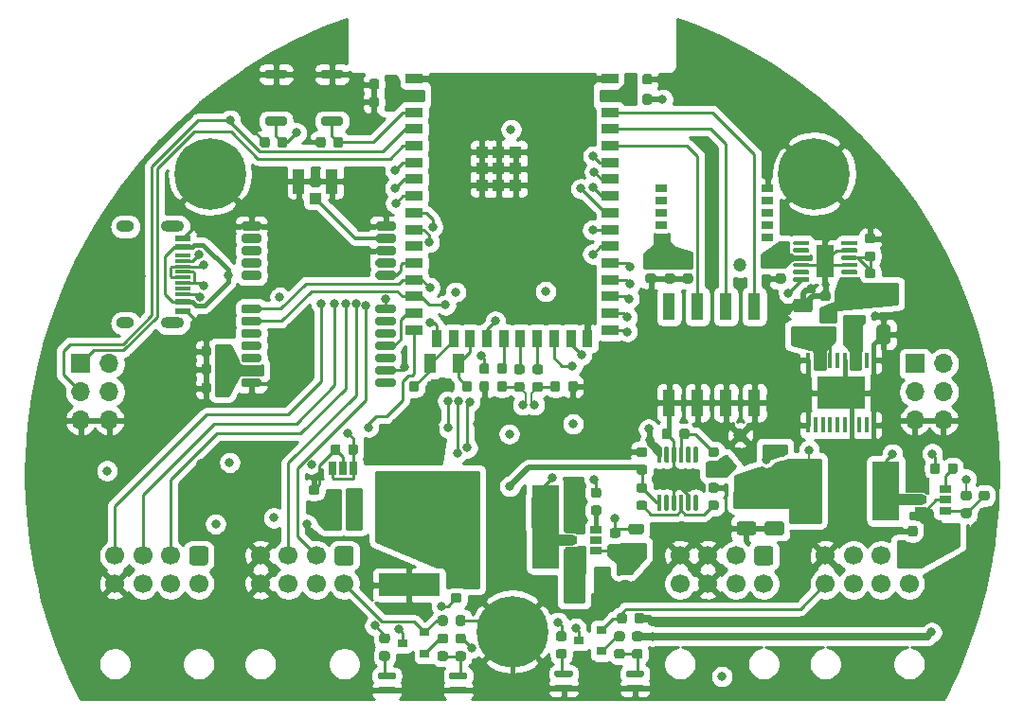
<source format=gbr>
%TF.GenerationSoftware,KiCad,Pcbnew,(5.1.10)-1*%
%TF.CreationDate,2021-07-09T14:19:07-04:00*%
%TF.ProjectId,ControlBoard,436f6e74-726f-46c4-926f-6172642e6b69,rev?*%
%TF.SameCoordinates,Original*%
%TF.FileFunction,Copper,L1,Top*%
%TF.FilePolarity,Positive*%
%FSLAX46Y46*%
G04 Gerber Fmt 4.6, Leading zero omitted, Abs format (unit mm)*
G04 Created by KiCad (PCBNEW (5.1.10)-1) date 2021-07-09 14:19:07*
%MOMM*%
%LPD*%
G01*
G04 APERTURE LIST*
%TA.AperFunction,SMDPad,CuDef*%
%ADD10R,0.900000X0.800000*%
%TD*%
%TA.AperFunction,ComponentPad*%
%ADD11C,0.800000*%
%TD*%
%TA.AperFunction,ComponentPad*%
%ADD12C,6.400000*%
%TD*%
%TA.AperFunction,ComponentPad*%
%ADD13R,1.700000X1.700000*%
%TD*%
%TA.AperFunction,ComponentPad*%
%ADD14O,1.700000X1.700000*%
%TD*%
%TA.AperFunction,ComponentPad*%
%ADD15C,1.200000*%
%TD*%
%TA.AperFunction,SMDPad,CuDef*%
%ADD16R,5.520000X2.000000*%
%TD*%
%TA.AperFunction,SMDPad,CuDef*%
%ADD17R,1.050000X2.200000*%
%TD*%
%TA.AperFunction,SMDPad,CuDef*%
%ADD18R,1.000000X1.050000*%
%TD*%
%TA.AperFunction,ComponentPad*%
%ADD19C,1.700000*%
%TD*%
%TA.AperFunction,ComponentPad*%
%ADD20O,1.600000X1.000000*%
%TD*%
%TA.AperFunction,ComponentPad*%
%ADD21O,2.100000X1.000000*%
%TD*%
%TA.AperFunction,SMDPad,CuDef*%
%ADD22R,1.450000X0.300000*%
%TD*%
%TA.AperFunction,SMDPad,CuDef*%
%ADD23R,1.450000X0.600000*%
%TD*%
%TA.AperFunction,SMDPad,CuDef*%
%ADD24R,2.413000X5.334000*%
%TD*%
%TA.AperFunction,SMDPad,CuDef*%
%ADD25R,2.400000X7.500000*%
%TD*%
%TA.AperFunction,SMDPad,CuDef*%
%ADD26R,1.120000X2.440000*%
%TD*%
%TA.AperFunction,SMDPad,CuDef*%
%ADD27R,0.650000X1.220000*%
%TD*%
%TA.AperFunction,SMDPad,CuDef*%
%ADD28R,1.650000X2.850000*%
%TD*%
%TA.AperFunction,ComponentPad*%
%ADD29C,0.500000*%
%TD*%
%TA.AperFunction,SMDPad,CuDef*%
%ADD30R,1.100000X1.100000*%
%TD*%
%TA.AperFunction,SMDPad,CuDef*%
%ADD31R,1.500000X0.900000*%
%TD*%
%TA.AperFunction,SMDPad,CuDef*%
%ADD32R,0.900000X1.500000*%
%TD*%
%TA.AperFunction,SMDPad,CuDef*%
%ADD33R,2.850000X1.650000*%
%TD*%
%TA.AperFunction,SMDPad,CuDef*%
%ADD34R,1.000000X0.800000*%
%TD*%
%TA.AperFunction,SMDPad,CuDef*%
%ADD35R,1.060000X0.650000*%
%TD*%
%TA.AperFunction,SMDPad,CuDef*%
%ADD36R,1.000000X1.800000*%
%TD*%
%TA.AperFunction,SMDPad,CuDef*%
%ADD37R,4.200000X3.000000*%
%TD*%
%TA.AperFunction,SMDPad,CuDef*%
%ADD38R,0.410000X1.440000*%
%TD*%
%TA.AperFunction,ViaPad*%
%ADD39C,0.800000*%
%TD*%
%TA.AperFunction,Conductor*%
%ADD40C,0.250000*%
%TD*%
%TA.AperFunction,Conductor*%
%ADD41C,0.500000*%
%TD*%
%TA.AperFunction,Conductor*%
%ADD42C,0.400000*%
%TD*%
%TA.AperFunction,Conductor*%
%ADD43C,0.700000*%
%TD*%
%TA.AperFunction,Conductor*%
%ADD44C,0.200000*%
%TD*%
%TA.AperFunction,Conductor*%
%ADD45C,1.000000*%
%TD*%
%TA.AperFunction,Conductor*%
%ADD46C,0.150000*%
%TD*%
%TA.AperFunction,Conductor*%
%ADD47C,0.300000*%
%TD*%
%TA.AperFunction,Conductor*%
%ADD48C,0.254000*%
%TD*%
%TA.AperFunction,Conductor*%
%ADD49C,0.100000*%
%TD*%
G04 APERTURE END LIST*
%TO.P,R29,2*%
%TO.N,/SOL_EN*%
%TA.AperFunction,SMDPad,CuDef*%
G36*
G01*
X154656250Y-114850000D02*
X154143750Y-114850000D01*
G75*
G02*
X153925000Y-114631250I0J218750D01*
G01*
X153925000Y-114193750D01*
G75*
G02*
X154143750Y-113975000I218750J0D01*
G01*
X154656250Y-113975000D01*
G75*
G02*
X154875000Y-114193750I0J-218750D01*
G01*
X154875000Y-114631250D01*
G75*
G02*
X154656250Y-114850000I-218750J0D01*
G01*
G37*
%TD.AperFunction*%
%TO.P,R29,1*%
%TO.N,Net-(R29-Pad1)*%
%TA.AperFunction,SMDPad,CuDef*%
G36*
G01*
X154656250Y-116425000D02*
X154143750Y-116425000D01*
G75*
G02*
X153925000Y-116206250I0J218750D01*
G01*
X153925000Y-115768750D01*
G75*
G02*
X154143750Y-115550000I218750J0D01*
G01*
X154656250Y-115550000D01*
G75*
G02*
X154875000Y-115768750I0J-218750D01*
G01*
X154875000Y-116206250D01*
G75*
G02*
X154656250Y-116425000I-218750J0D01*
G01*
G37*
%TD.AperFunction*%
%TD*%
%TO.P,U14,1*%
%TO.N,Net-(R29-Pad1)*%
%TA.AperFunction,SMDPad,CuDef*%
G36*
G01*
X153800000Y-117915000D02*
X153800000Y-117615000D01*
G75*
G02*
X153950000Y-117465000I150000J0D01*
G01*
X155275000Y-117465000D01*
G75*
G02*
X155425000Y-117615000I0J-150000D01*
G01*
X155425000Y-117915000D01*
G75*
G02*
X155275000Y-118065000I-150000J0D01*
G01*
X153950000Y-118065000D01*
G75*
G02*
X153800000Y-117915000I0J150000D01*
G01*
G37*
%TD.AperFunction*%
%TO.P,U14,2*%
%TO.N,GND*%
%TA.AperFunction,SMDPad,CuDef*%
G36*
G01*
X153800000Y-119185000D02*
X153800000Y-118885000D01*
G75*
G02*
X153950000Y-118735000I150000J0D01*
G01*
X155275000Y-118735000D01*
G75*
G02*
X155425000Y-118885000I0J-150000D01*
G01*
X155425000Y-119185000D01*
G75*
G02*
X155275000Y-119335000I-150000J0D01*
G01*
X153950000Y-119335000D01*
G75*
G02*
X153800000Y-119185000I0J150000D01*
G01*
G37*
%TD.AperFunction*%
%TO.P,U14,3*%
%TA.AperFunction,SMDPad,CuDef*%
G36*
G01*
X160175000Y-119185000D02*
X160175000Y-118885000D01*
G75*
G02*
X160325000Y-118735000I150000J0D01*
G01*
X161650000Y-118735000D01*
G75*
G02*
X161800000Y-118885000I0J-150000D01*
G01*
X161800000Y-119185000D01*
G75*
G02*
X161650000Y-119335000I-150000J0D01*
G01*
X160325000Y-119335000D01*
G75*
G02*
X160175000Y-119185000I0J150000D01*
G01*
G37*
%TD.AperFunction*%
%TO.P,U14,4*%
%TO.N,Net-(R30-Pad2)*%
%TA.AperFunction,SMDPad,CuDef*%
G36*
G01*
X160175000Y-117915000D02*
X160175000Y-117615000D01*
G75*
G02*
X160325000Y-117465000I150000J0D01*
G01*
X161650000Y-117465000D01*
G75*
G02*
X161800000Y-117615000I0J-150000D01*
G01*
X161800000Y-117915000D01*
G75*
G02*
X161650000Y-118065000I-150000J0D01*
G01*
X160325000Y-118065000D01*
G75*
G02*
X160175000Y-117915000I0J150000D01*
G01*
G37*
%TD.AperFunction*%
%TD*%
%TO.P,R31,1*%
%TO.N,Net-(Q1-Pad1)*%
%TA.AperFunction,SMDPad,CuDef*%
G36*
G01*
X159343750Y-113975000D02*
X159856250Y-113975000D01*
G75*
G02*
X160075000Y-114193750I0J-218750D01*
G01*
X160075000Y-114631250D01*
G75*
G02*
X159856250Y-114850000I-218750J0D01*
G01*
X159343750Y-114850000D01*
G75*
G02*
X159125000Y-114631250I0J218750D01*
G01*
X159125000Y-114193750D01*
G75*
G02*
X159343750Y-113975000I218750J0D01*
G01*
G37*
%TD.AperFunction*%
%TO.P,R31,2*%
%TO.N,Net-(R30-Pad2)*%
%TA.AperFunction,SMDPad,CuDef*%
G36*
G01*
X159343750Y-115550000D02*
X159856250Y-115550000D01*
G75*
G02*
X160075000Y-115768750I0J-218750D01*
G01*
X160075000Y-116206250D01*
G75*
G02*
X159856250Y-116425000I-218750J0D01*
G01*
X159343750Y-116425000D01*
G75*
G02*
X159125000Y-116206250I0J218750D01*
G01*
X159125000Y-115768750D01*
G75*
G02*
X159343750Y-115550000I218750J0D01*
G01*
G37*
%TD.AperFunction*%
%TD*%
%TO.P,R30,1*%
%TO.N,+12V*%
%TA.AperFunction,SMDPad,CuDef*%
G36*
G01*
X160943750Y-113975000D02*
X161456250Y-113975000D01*
G75*
G02*
X161675000Y-114193750I0J-218750D01*
G01*
X161675000Y-114631250D01*
G75*
G02*
X161456250Y-114850000I-218750J0D01*
G01*
X160943750Y-114850000D01*
G75*
G02*
X160725000Y-114631250I0J218750D01*
G01*
X160725000Y-114193750D01*
G75*
G02*
X160943750Y-113975000I218750J0D01*
G01*
G37*
%TD.AperFunction*%
%TO.P,R30,2*%
%TO.N,Net-(R30-Pad2)*%
%TA.AperFunction,SMDPad,CuDef*%
G36*
G01*
X160943750Y-115550000D02*
X161456250Y-115550000D01*
G75*
G02*
X161675000Y-115768750I0J-218750D01*
G01*
X161675000Y-116206250D01*
G75*
G02*
X161456250Y-116425000I-218750J0D01*
G01*
X160943750Y-116425000D01*
G75*
G02*
X160725000Y-116206250I0J218750D01*
G01*
X160725000Y-115768750D01*
G75*
G02*
X160943750Y-115550000I218750J0D01*
G01*
G37*
%TD.AperFunction*%
%TD*%
D10*
%TO.P,Q1,3*%
%TO.N,+12V*%
X156000000Y-114800000D03*
%TO.P,Q1,2*%
%TO.N,/SOL_OUT*%
X158000000Y-113850000D03*
%TO.P,Q1,1*%
%TO.N,Net-(Q1-Pad1)*%
X158000000Y-115750000D03*
%TD*%
%TO.P,D1,2*%
%TO.N,GND*%
%TA.AperFunction,SMDPad,CuDef*%
G36*
G01*
X160950000Y-113056250D02*
X160950000Y-112543750D01*
G75*
G02*
X161168750Y-112325000I218750J0D01*
G01*
X161606250Y-112325000D01*
G75*
G02*
X161825000Y-112543750I0J-218750D01*
G01*
X161825000Y-113056250D01*
G75*
G02*
X161606250Y-113275000I-218750J0D01*
G01*
X161168750Y-113275000D01*
G75*
G02*
X160950000Y-113056250I0J218750D01*
G01*
G37*
%TD.AperFunction*%
%TO.P,D1,1*%
%TO.N,/SOL_OUT*%
%TA.AperFunction,SMDPad,CuDef*%
G36*
G01*
X159375000Y-113056250D02*
X159375000Y-112543750D01*
G75*
G02*
X159593750Y-112325000I218750J0D01*
G01*
X160031250Y-112325000D01*
G75*
G02*
X160250000Y-112543750I0J-218750D01*
G01*
X160250000Y-113056250D01*
G75*
G02*
X160031250Y-113275000I-218750J0D01*
G01*
X159593750Y-113275000D01*
G75*
G02*
X159375000Y-113056250I0J218750D01*
G01*
G37*
%TD.AperFunction*%
%TD*%
D11*
%TO.P,H1,1*%
%TO.N,GND*%
X124697056Y-71302944D03*
X123000000Y-70600000D03*
X121302944Y-71302944D03*
X120600000Y-73000000D03*
X121302944Y-74697056D03*
X123000000Y-75400000D03*
X124697056Y-74697056D03*
X125400000Y-73000000D03*
D12*
X123000000Y-73000000D03*
%TD*%
%TO.P,H2,1*%
%TO.N,GND*%
X177000000Y-73000000D03*
D11*
X179400000Y-73000000D03*
X178697056Y-74697056D03*
X177000000Y-75400000D03*
X175302944Y-74697056D03*
X174600000Y-73000000D03*
X175302944Y-71302944D03*
X177000000Y-70600000D03*
X178697056Y-71302944D03*
%TD*%
D12*
%TO.P,H3,1*%
%TO.N,GND*%
X150000000Y-114000000D03*
D11*
X152400000Y-114000000D03*
X151697056Y-115697056D03*
X150000000Y-116400000D03*
X148302944Y-115697056D03*
X147600000Y-114000000D03*
X148302944Y-112302944D03*
X150000000Y-111600000D03*
X151697056Y-112302944D03*
%TD*%
D13*
%TO.P,J2,1*%
%TO.N,+BATT*%
X186000000Y-90000000D03*
D14*
%TO.P,J2,2*%
%TO.N,+5_BATT*%
X188540000Y-90000000D03*
%TO.P,J2,3*%
%TO.N,+12V*%
X186000000Y-92540000D03*
%TO.P,J2,4*%
%TO.N,+3V3*%
X188540000Y-92540000D03*
%TO.P,J2,5*%
%TO.N,GND*%
X186000000Y-95080000D03*
%TO.P,J2,6*%
X188540000Y-95080000D03*
%TD*%
%TO.P,J7,6*%
%TO.N,GND*%
X114000000Y-95080000D03*
%TO.P,J7,5*%
X111460000Y-95080000D03*
%TO.P,J7,4*%
%TO.N,/SENSOR_EXTRA2*%
X114000000Y-92540000D03*
%TO.P,J7,3*%
%TO.N,/SENSOR_SCL*%
X111460000Y-92540000D03*
%TO.P,J7,2*%
%TO.N,/SENSOR_EXTRA1*%
X114000000Y-90000000D03*
D13*
%TO.P,J7,1*%
%TO.N,/SENSOR_SDA*%
X111460000Y-90000000D03*
%TD*%
D15*
%TO.P,BT1,1*%
%TO.N,Net-(BT1-Pad1)*%
X170400000Y-81200000D03*
%TO.P,BT1,2*%
%TO.N,GND*%
X170400000Y-96400000D03*
%TD*%
%TO.P,C1,1*%
%TO.N,+3V3*%
%TA.AperFunction,SMDPad,CuDef*%
G36*
G01*
X180025000Y-83693750D02*
X180025000Y-84206250D01*
G75*
G02*
X179806250Y-84425000I-218750J0D01*
G01*
X179368750Y-84425000D01*
G75*
G02*
X179150000Y-84206250I0J218750D01*
G01*
X179150000Y-83693750D01*
G75*
G02*
X179368750Y-83475000I218750J0D01*
G01*
X179806250Y-83475000D01*
G75*
G02*
X180025000Y-83693750I0J-218750D01*
G01*
G37*
%TD.AperFunction*%
%TO.P,C1,2*%
%TO.N,GND*%
%TA.AperFunction,SMDPad,CuDef*%
G36*
G01*
X178450000Y-83693750D02*
X178450000Y-84206250D01*
G75*
G02*
X178231250Y-84425000I-218750J0D01*
G01*
X177793750Y-84425000D01*
G75*
G02*
X177575000Y-84206250I0J218750D01*
G01*
X177575000Y-83693750D01*
G75*
G02*
X177793750Y-83475000I218750J0D01*
G01*
X178231250Y-83475000D01*
G75*
G02*
X178450000Y-83693750I0J-218750D01*
G01*
G37*
%TD.AperFunction*%
%TD*%
%TO.P,C2,2*%
%TO.N,GND*%
%TA.AperFunction,SMDPad,CuDef*%
G36*
G01*
X138112500Y-64743750D02*
X138112500Y-65256250D01*
G75*
G02*
X137893750Y-65475000I-218750J0D01*
G01*
X137456250Y-65475000D01*
G75*
G02*
X137237500Y-65256250I0J218750D01*
G01*
X137237500Y-64743750D01*
G75*
G02*
X137456250Y-64525000I218750J0D01*
G01*
X137893750Y-64525000D01*
G75*
G02*
X138112500Y-64743750I0J-218750D01*
G01*
G37*
%TD.AperFunction*%
%TO.P,C2,1*%
%TO.N,+3.3BCKP*%
%TA.AperFunction,SMDPad,CuDef*%
G36*
G01*
X139687500Y-64743750D02*
X139687500Y-65256250D01*
G75*
G02*
X139468750Y-65475000I-218750J0D01*
G01*
X139031250Y-65475000D01*
G75*
G02*
X138812500Y-65256250I0J218750D01*
G01*
X138812500Y-64743750D01*
G75*
G02*
X139031250Y-64525000I218750J0D01*
G01*
X139468750Y-64525000D01*
G75*
G02*
X139687500Y-64743750I0J-218750D01*
G01*
G37*
%TD.AperFunction*%
%TD*%
%TO.P,C3,2*%
%TO.N,+3V3*%
%TA.AperFunction,SMDPad,CuDef*%
G36*
G01*
X135350000Y-97956250D02*
X135350000Y-97443750D01*
G75*
G02*
X135568750Y-97225000I218750J0D01*
G01*
X136006250Y-97225000D01*
G75*
G02*
X136225000Y-97443750I0J-218750D01*
G01*
X136225000Y-97956250D01*
G75*
G02*
X136006250Y-98175000I-218750J0D01*
G01*
X135568750Y-98175000D01*
G75*
G02*
X135350000Y-97956250I0J218750D01*
G01*
G37*
%TD.AperFunction*%
%TO.P,C3,1*%
%TO.N,GND*%
%TA.AperFunction,SMDPad,CuDef*%
G36*
G01*
X133775000Y-97956250D02*
X133775000Y-97443750D01*
G75*
G02*
X133993750Y-97225000I218750J0D01*
G01*
X134431250Y-97225000D01*
G75*
G02*
X134650000Y-97443750I0J-218750D01*
G01*
X134650000Y-97956250D01*
G75*
G02*
X134431250Y-98175000I-218750J0D01*
G01*
X133993750Y-98175000D01*
G75*
G02*
X133775000Y-97956250I0J218750D01*
G01*
G37*
%TD.AperFunction*%
%TD*%
%TO.P,C4,2*%
%TO.N,GND*%
%TA.AperFunction,SMDPad,CuDef*%
G36*
G01*
X142387500Y-92306250D02*
X142387500Y-91793750D01*
G75*
G02*
X142606250Y-91575000I218750J0D01*
G01*
X143043750Y-91575000D01*
G75*
G02*
X143262500Y-91793750I0J-218750D01*
G01*
X143262500Y-92306250D01*
G75*
G02*
X143043750Y-92525000I-218750J0D01*
G01*
X142606250Y-92525000D01*
G75*
G02*
X142387500Y-92306250I0J218750D01*
G01*
G37*
%TD.AperFunction*%
%TO.P,C4,1*%
%TO.N,Net-(C4-Pad1)*%
%TA.AperFunction,SMDPad,CuDef*%
G36*
G01*
X140812500Y-92306250D02*
X140812500Y-91793750D01*
G75*
G02*
X141031250Y-91575000I218750J0D01*
G01*
X141468750Y-91575000D01*
G75*
G02*
X141687500Y-91793750I0J-218750D01*
G01*
X141687500Y-92306250D01*
G75*
G02*
X141468750Y-92525000I-218750J0D01*
G01*
X141031250Y-92525000D01*
G75*
G02*
X140812500Y-92306250I0J218750D01*
G01*
G37*
%TD.AperFunction*%
%TD*%
%TO.P,C5,1*%
%TO.N,GND*%
%TA.AperFunction,SMDPad,CuDef*%
G36*
G01*
X143975000Y-92306250D02*
X143975000Y-91793750D01*
G75*
G02*
X144193750Y-91575000I218750J0D01*
G01*
X144631250Y-91575000D01*
G75*
G02*
X144850000Y-91793750I0J-218750D01*
G01*
X144850000Y-92306250D01*
G75*
G02*
X144631250Y-92525000I-218750J0D01*
G01*
X144193750Y-92525000D01*
G75*
G02*
X143975000Y-92306250I0J218750D01*
G01*
G37*
%TD.AperFunction*%
%TO.P,C5,2*%
%TO.N,Net-(C5-Pad2)*%
%TA.AperFunction,SMDPad,CuDef*%
G36*
G01*
X145550000Y-92306250D02*
X145550000Y-91793750D01*
G75*
G02*
X145768750Y-91575000I218750J0D01*
G01*
X146206250Y-91575000D01*
G75*
G02*
X146425000Y-91793750I0J-218750D01*
G01*
X146425000Y-92306250D01*
G75*
G02*
X146206250Y-92525000I-218750J0D01*
G01*
X145768750Y-92525000D01*
G75*
G02*
X145550000Y-92306250I0J218750D01*
G01*
G37*
%TD.AperFunction*%
%TD*%
%TO.P,C6,2*%
%TO.N,/EN*%
%TA.AperFunction,SMDPad,CuDef*%
G36*
G01*
X129037500Y-70456250D02*
X129037500Y-69943750D01*
G75*
G02*
X129256250Y-69725000I218750J0D01*
G01*
X129693750Y-69725000D01*
G75*
G02*
X129912500Y-69943750I0J-218750D01*
G01*
X129912500Y-70456250D01*
G75*
G02*
X129693750Y-70675000I-218750J0D01*
G01*
X129256250Y-70675000D01*
G75*
G02*
X129037500Y-70456250I0J218750D01*
G01*
G37*
%TD.AperFunction*%
%TO.P,C6,1*%
%TO.N,GND*%
%TA.AperFunction,SMDPad,CuDef*%
G36*
G01*
X127462500Y-70456250D02*
X127462500Y-69943750D01*
G75*
G02*
X127681250Y-69725000I218750J0D01*
G01*
X128118750Y-69725000D01*
G75*
G02*
X128337500Y-69943750I0J-218750D01*
G01*
X128337500Y-70456250D01*
G75*
G02*
X128118750Y-70675000I-218750J0D01*
G01*
X127681250Y-70675000D01*
G75*
G02*
X127462500Y-70456250I0J218750D01*
G01*
G37*
%TD.AperFunction*%
%TD*%
%TO.P,C7,1*%
%TO.N,+3.3BCKP*%
%TA.AperFunction,SMDPad,CuDef*%
G36*
G01*
X139675000Y-66343750D02*
X139675000Y-66856250D01*
G75*
G02*
X139456250Y-67075000I-218750J0D01*
G01*
X139018750Y-67075000D01*
G75*
G02*
X138800000Y-66856250I0J218750D01*
G01*
X138800000Y-66343750D01*
G75*
G02*
X139018750Y-66125000I218750J0D01*
G01*
X139456250Y-66125000D01*
G75*
G02*
X139675000Y-66343750I0J-218750D01*
G01*
G37*
%TD.AperFunction*%
%TO.P,C7,2*%
%TO.N,GND*%
%TA.AperFunction,SMDPad,CuDef*%
G36*
G01*
X138100000Y-66343750D02*
X138100000Y-66856250D01*
G75*
G02*
X137881250Y-67075000I-218750J0D01*
G01*
X137443750Y-67075000D01*
G75*
G02*
X137225000Y-66856250I0J218750D01*
G01*
X137225000Y-66343750D01*
G75*
G02*
X137443750Y-66125000I218750J0D01*
G01*
X137881250Y-66125000D01*
G75*
G02*
X138100000Y-66343750I0J-218750D01*
G01*
G37*
%TD.AperFunction*%
%TD*%
%TO.P,C10,1*%
%TO.N,GND*%
%TA.AperFunction,SMDPad,CuDef*%
G36*
G01*
X132462500Y-70456250D02*
X132462500Y-69943750D01*
G75*
G02*
X132681250Y-69725000I218750J0D01*
G01*
X133118750Y-69725000D01*
G75*
G02*
X133337500Y-69943750I0J-218750D01*
G01*
X133337500Y-70456250D01*
G75*
G02*
X133118750Y-70675000I-218750J0D01*
G01*
X132681250Y-70675000D01*
G75*
G02*
X132462500Y-70456250I0J218750D01*
G01*
G37*
%TD.AperFunction*%
%TO.P,C10,2*%
%TO.N,/IO0*%
%TA.AperFunction,SMDPad,CuDef*%
G36*
G01*
X134037500Y-70456250D02*
X134037500Y-69943750D01*
G75*
G02*
X134256250Y-69725000I218750J0D01*
G01*
X134693750Y-69725000D01*
G75*
G02*
X134912500Y-69943750I0J-218750D01*
G01*
X134912500Y-70456250D01*
G75*
G02*
X134693750Y-70675000I-218750J0D01*
G01*
X134256250Y-70675000D01*
G75*
G02*
X134037500Y-70456250I0J218750D01*
G01*
G37*
%TD.AperFunction*%
%TD*%
%TO.P,C11,1*%
%TO.N,+1V8*%
%TA.AperFunction,SMDPad,CuDef*%
G36*
G01*
X132556250Y-103325000D02*
X132043750Y-103325000D01*
G75*
G02*
X131825000Y-103106250I0J218750D01*
G01*
X131825000Y-102668750D01*
G75*
G02*
X132043750Y-102450000I218750J0D01*
G01*
X132556250Y-102450000D01*
G75*
G02*
X132775000Y-102668750I0J-218750D01*
G01*
X132775000Y-103106250D01*
G75*
G02*
X132556250Y-103325000I-218750J0D01*
G01*
G37*
%TD.AperFunction*%
%TO.P,C11,2*%
%TO.N,GND*%
%TA.AperFunction,SMDPad,CuDef*%
G36*
G01*
X132556250Y-101750000D02*
X132043750Y-101750000D01*
G75*
G02*
X131825000Y-101531250I0J218750D01*
G01*
X131825000Y-101093750D01*
G75*
G02*
X132043750Y-100875000I218750J0D01*
G01*
X132556250Y-100875000D01*
G75*
G02*
X132775000Y-101093750I0J-218750D01*
G01*
X132775000Y-101531250D01*
G75*
G02*
X132556250Y-101750000I-218750J0D01*
G01*
G37*
%TD.AperFunction*%
%TD*%
%TO.P,C12,1*%
%TO.N,+3.3BCKP*%
%TA.AperFunction,SMDPad,CuDef*%
G36*
G01*
X173743750Y-80375000D02*
X174256250Y-80375000D01*
G75*
G02*
X174475000Y-80593750I0J-218750D01*
G01*
X174475000Y-81031250D01*
G75*
G02*
X174256250Y-81250000I-218750J0D01*
G01*
X173743750Y-81250000D01*
G75*
G02*
X173525000Y-81031250I0J218750D01*
G01*
X173525000Y-80593750D01*
G75*
G02*
X173743750Y-80375000I218750J0D01*
G01*
G37*
%TD.AperFunction*%
%TO.P,C12,2*%
%TO.N,GND*%
%TA.AperFunction,SMDPad,CuDef*%
G36*
G01*
X173743750Y-81950000D02*
X174256250Y-81950000D01*
G75*
G02*
X174475000Y-82168750I0J-218750D01*
G01*
X174475000Y-82606250D01*
G75*
G02*
X174256250Y-82825000I-218750J0D01*
G01*
X173743750Y-82825000D01*
G75*
G02*
X173525000Y-82606250I0J218750D01*
G01*
X173525000Y-82168750D01*
G75*
G02*
X173743750Y-81950000I218750J0D01*
G01*
G37*
%TD.AperFunction*%
%TD*%
%TO.P,C14,1*%
%TO.N,GND*%
%TA.AperFunction,SMDPad,CuDef*%
G36*
G01*
X155875000Y-91793750D02*
X155875000Y-92306250D01*
G75*
G02*
X155656250Y-92525000I-218750J0D01*
G01*
X155218750Y-92525000D01*
G75*
G02*
X155000000Y-92306250I0J218750D01*
G01*
X155000000Y-91793750D01*
G75*
G02*
X155218750Y-91575000I218750J0D01*
G01*
X155656250Y-91575000D01*
G75*
G02*
X155875000Y-91793750I0J-218750D01*
G01*
G37*
%TD.AperFunction*%
%TO.P,C14,2*%
%TO.N,/USB_D+*%
%TA.AperFunction,SMDPad,CuDef*%
G36*
G01*
X154300000Y-91793750D02*
X154300000Y-92306250D01*
G75*
G02*
X154081250Y-92525000I-218750J0D01*
G01*
X153643750Y-92525000D01*
G75*
G02*
X153425000Y-92306250I0J218750D01*
G01*
X153425000Y-91793750D01*
G75*
G02*
X153643750Y-91575000I218750J0D01*
G01*
X154081250Y-91575000D01*
G75*
G02*
X154300000Y-91793750I0J-218750D01*
G01*
G37*
%TD.AperFunction*%
%TD*%
%TO.P,C15,2*%
%TO.N,GND*%
%TA.AperFunction,SMDPad,CuDef*%
G36*
G01*
X147962500Y-91793750D02*
X147962500Y-92306250D01*
G75*
G02*
X147743750Y-92525000I-218750J0D01*
G01*
X147306250Y-92525000D01*
G75*
G02*
X147087500Y-92306250I0J218750D01*
G01*
X147087500Y-91793750D01*
G75*
G02*
X147306250Y-91575000I218750J0D01*
G01*
X147743750Y-91575000D01*
G75*
G02*
X147962500Y-91793750I0J-218750D01*
G01*
G37*
%TD.AperFunction*%
%TO.P,C15,1*%
%TO.N,/USB_D-*%
%TA.AperFunction,SMDPad,CuDef*%
G36*
G01*
X149537500Y-91793750D02*
X149537500Y-92306250D01*
G75*
G02*
X149318750Y-92525000I-218750J0D01*
G01*
X148881250Y-92525000D01*
G75*
G02*
X148662500Y-92306250I0J218750D01*
G01*
X148662500Y-91793750D01*
G75*
G02*
X148881250Y-91575000I218750J0D01*
G01*
X149318750Y-91575000D01*
G75*
G02*
X149537500Y-91793750I0J-218750D01*
G01*
G37*
%TD.AperFunction*%
%TD*%
%TO.P,C16,1*%
%TO.N,GND*%
%TA.AperFunction,SMDPad,CuDef*%
G36*
G01*
X162525000Y-64293750D02*
X162525000Y-64806250D01*
G75*
G02*
X162306250Y-65025000I-218750J0D01*
G01*
X161868750Y-65025000D01*
G75*
G02*
X161650000Y-64806250I0J218750D01*
G01*
X161650000Y-64293750D01*
G75*
G02*
X161868750Y-64075000I218750J0D01*
G01*
X162306250Y-64075000D01*
G75*
G02*
X162525000Y-64293750I0J-218750D01*
G01*
G37*
%TD.AperFunction*%
%TO.P,C16,2*%
%TO.N,/EN*%
%TA.AperFunction,SMDPad,CuDef*%
G36*
G01*
X160950000Y-64293750D02*
X160950000Y-64806250D01*
G75*
G02*
X160731250Y-65025000I-218750J0D01*
G01*
X160293750Y-65025000D01*
G75*
G02*
X160075000Y-64806250I0J218750D01*
G01*
X160075000Y-64293750D01*
G75*
G02*
X160293750Y-64075000I218750J0D01*
G01*
X160731250Y-64075000D01*
G75*
G02*
X160950000Y-64293750I0J-218750D01*
G01*
G37*
%TD.AperFunction*%
%TD*%
%TO.P,C17,2*%
%TO.N,GND*%
%TA.AperFunction,SMDPad,CuDef*%
G36*
G01*
X182575000Y-88025000D02*
X182575000Y-86775000D01*
G75*
G02*
X182825000Y-86525000I250000J0D01*
G01*
X183575000Y-86525000D01*
G75*
G02*
X183825000Y-86775000I0J-250000D01*
G01*
X183825000Y-88025000D01*
G75*
G02*
X183575000Y-88275000I-250000J0D01*
G01*
X182825000Y-88275000D01*
G75*
G02*
X182575000Y-88025000I0J250000D01*
G01*
G37*
%TD.AperFunction*%
%TO.P,C17,1*%
%TO.N,+5V*%
%TA.AperFunction,SMDPad,CuDef*%
G36*
G01*
X179775000Y-88025000D02*
X179775000Y-86775000D01*
G75*
G02*
X180025000Y-86525000I250000J0D01*
G01*
X180775000Y-86525000D01*
G75*
G02*
X181025000Y-86775000I0J-250000D01*
G01*
X181025000Y-88025000D01*
G75*
G02*
X180775000Y-88275000I-250000J0D01*
G01*
X180025000Y-88275000D01*
G75*
G02*
X179775000Y-88025000I0J250000D01*
G01*
G37*
%TD.AperFunction*%
%TD*%
%TO.P,C18,1*%
%TO.N,VBUS*%
%TA.AperFunction,SMDPad,CuDef*%
G36*
G01*
X161856250Y-99925000D02*
X161343750Y-99925000D01*
G75*
G02*
X161125000Y-99706250I0J218750D01*
G01*
X161125000Y-99268750D01*
G75*
G02*
X161343750Y-99050000I218750J0D01*
G01*
X161856250Y-99050000D01*
G75*
G02*
X162075000Y-99268750I0J-218750D01*
G01*
X162075000Y-99706250D01*
G75*
G02*
X161856250Y-99925000I-218750J0D01*
G01*
G37*
%TD.AperFunction*%
%TO.P,C18,2*%
%TO.N,GND*%
%TA.AperFunction,SMDPad,CuDef*%
G36*
G01*
X161856250Y-98350000D02*
X161343750Y-98350000D01*
G75*
G02*
X161125000Y-98131250I0J218750D01*
G01*
X161125000Y-97693750D01*
G75*
G02*
X161343750Y-97475000I218750J0D01*
G01*
X161856250Y-97475000D01*
G75*
G02*
X162075000Y-97693750I0J-218750D01*
G01*
X162075000Y-98131250D01*
G75*
G02*
X161856250Y-98350000I-218750J0D01*
G01*
G37*
%TD.AperFunction*%
%TD*%
%TO.P,C19,2*%
%TO.N,GND*%
%TA.AperFunction,SMDPad,CuDef*%
G36*
G01*
X162143750Y-81937500D02*
X162656250Y-81937500D01*
G75*
G02*
X162875000Y-82156250I0J-218750D01*
G01*
X162875000Y-82593750D01*
G75*
G02*
X162656250Y-82812500I-218750J0D01*
G01*
X162143750Y-82812500D01*
G75*
G02*
X161925000Y-82593750I0J218750D01*
G01*
X161925000Y-82156250D01*
G75*
G02*
X162143750Y-81937500I218750J0D01*
G01*
G37*
%TD.AperFunction*%
%TO.P,C19,1*%
%TO.N,+3.3BCKP*%
%TA.AperFunction,SMDPad,CuDef*%
G36*
G01*
X162143750Y-80362500D02*
X162656250Y-80362500D01*
G75*
G02*
X162875000Y-80581250I0J-218750D01*
G01*
X162875000Y-81018750D01*
G75*
G02*
X162656250Y-81237500I-218750J0D01*
G01*
X162143750Y-81237500D01*
G75*
G02*
X161925000Y-81018750I0J218750D01*
G01*
X161925000Y-80581250D01*
G75*
G02*
X162143750Y-80362500I218750J0D01*
G01*
G37*
%TD.AperFunction*%
%TD*%
%TO.P,C22,1*%
%TO.N,+3.3BCKP*%
%TA.AperFunction,SMDPad,CuDef*%
G36*
G01*
X165443750Y-80375000D02*
X165956250Y-80375000D01*
G75*
G02*
X166175000Y-80593750I0J-218750D01*
G01*
X166175000Y-81031250D01*
G75*
G02*
X165956250Y-81250000I-218750J0D01*
G01*
X165443750Y-81250000D01*
G75*
G02*
X165225000Y-81031250I0J218750D01*
G01*
X165225000Y-80593750D01*
G75*
G02*
X165443750Y-80375000I218750J0D01*
G01*
G37*
%TD.AperFunction*%
%TO.P,C22,2*%
%TO.N,GND*%
%TA.AperFunction,SMDPad,CuDef*%
G36*
G01*
X165443750Y-81950000D02*
X165956250Y-81950000D01*
G75*
G02*
X166175000Y-82168750I0J-218750D01*
G01*
X166175000Y-82606250D01*
G75*
G02*
X165956250Y-82825000I-218750J0D01*
G01*
X165443750Y-82825000D01*
G75*
G02*
X165225000Y-82606250I0J218750D01*
G01*
X165225000Y-82168750D01*
G75*
G02*
X165443750Y-81950000I218750J0D01*
G01*
G37*
%TD.AperFunction*%
%TD*%
%TO.P,C24,1*%
%TO.N,+3.3BCKP*%
%TA.AperFunction,SMDPad,CuDef*%
G36*
G01*
X163843750Y-80375000D02*
X164356250Y-80375000D01*
G75*
G02*
X164575000Y-80593750I0J-218750D01*
G01*
X164575000Y-81031250D01*
G75*
G02*
X164356250Y-81250000I-218750J0D01*
G01*
X163843750Y-81250000D01*
G75*
G02*
X163625000Y-81031250I0J218750D01*
G01*
X163625000Y-80593750D01*
G75*
G02*
X163843750Y-80375000I218750J0D01*
G01*
G37*
%TD.AperFunction*%
%TO.P,C24,2*%
%TO.N,GND*%
%TA.AperFunction,SMDPad,CuDef*%
G36*
G01*
X163843750Y-81950000D02*
X164356250Y-81950000D01*
G75*
G02*
X164575000Y-82168750I0J-218750D01*
G01*
X164575000Y-82606250D01*
G75*
G02*
X164356250Y-82825000I-218750J0D01*
G01*
X163843750Y-82825000D01*
G75*
G02*
X163625000Y-82606250I0J218750D01*
G01*
X163625000Y-82168750D01*
G75*
G02*
X163843750Y-81950000I218750J0D01*
G01*
G37*
%TD.AperFunction*%
%TD*%
%TO.P,C26,1*%
%TO.N,+3.3BCKP*%
%TA.AperFunction,SMDPad,CuDef*%
G36*
G01*
X124675000Y-90243750D02*
X124675000Y-90756250D01*
G75*
G02*
X124456250Y-90975000I-218750J0D01*
G01*
X124018750Y-90975000D01*
G75*
G02*
X123800000Y-90756250I0J218750D01*
G01*
X123800000Y-90243750D01*
G75*
G02*
X124018750Y-90025000I218750J0D01*
G01*
X124456250Y-90025000D01*
G75*
G02*
X124675000Y-90243750I0J-218750D01*
G01*
G37*
%TD.AperFunction*%
%TO.P,C26,2*%
%TO.N,GND*%
%TA.AperFunction,SMDPad,CuDef*%
G36*
G01*
X123100000Y-90243750D02*
X123100000Y-90756250D01*
G75*
G02*
X122881250Y-90975000I-218750J0D01*
G01*
X122443750Y-90975000D01*
G75*
G02*
X122225000Y-90756250I0J218750D01*
G01*
X122225000Y-90243750D01*
G75*
G02*
X122443750Y-90025000I218750J0D01*
G01*
X122881250Y-90025000D01*
G75*
G02*
X123100000Y-90243750I0J-218750D01*
G01*
G37*
%TD.AperFunction*%
%TD*%
%TO.P,C27,2*%
%TO.N,GND*%
%TA.AperFunction,SMDPad,CuDef*%
G36*
G01*
X164262500Y-96043750D02*
X164262500Y-96556250D01*
G75*
G02*
X164043750Y-96775000I-218750J0D01*
G01*
X163606250Y-96775000D01*
G75*
G02*
X163387500Y-96556250I0J218750D01*
G01*
X163387500Y-96043750D01*
G75*
G02*
X163606250Y-95825000I218750J0D01*
G01*
X164043750Y-95825000D01*
G75*
G02*
X164262500Y-96043750I0J-218750D01*
G01*
G37*
%TD.AperFunction*%
%TO.P,C27,1*%
%TO.N,Net-(C27-Pad1)*%
%TA.AperFunction,SMDPad,CuDef*%
G36*
G01*
X165837500Y-96043750D02*
X165837500Y-96556250D01*
G75*
G02*
X165618750Y-96775000I-218750J0D01*
G01*
X165181250Y-96775000D01*
G75*
G02*
X164962500Y-96556250I0J218750D01*
G01*
X164962500Y-96043750D01*
G75*
G02*
X165181250Y-95825000I218750J0D01*
G01*
X165618750Y-95825000D01*
G75*
G02*
X165837500Y-96043750I0J-218750D01*
G01*
G37*
%TD.AperFunction*%
%TD*%
%TO.P,C29,2*%
%TO.N,GND*%
%TA.AperFunction,SMDPad,CuDef*%
G36*
G01*
X123100000Y-88643750D02*
X123100000Y-89156250D01*
G75*
G02*
X122881250Y-89375000I-218750J0D01*
G01*
X122443750Y-89375000D01*
G75*
G02*
X122225000Y-89156250I0J218750D01*
G01*
X122225000Y-88643750D01*
G75*
G02*
X122443750Y-88425000I218750J0D01*
G01*
X122881250Y-88425000D01*
G75*
G02*
X123100000Y-88643750I0J-218750D01*
G01*
G37*
%TD.AperFunction*%
%TO.P,C29,1*%
%TO.N,+3.3BCKP*%
%TA.AperFunction,SMDPad,CuDef*%
G36*
G01*
X124675000Y-88643750D02*
X124675000Y-89156250D01*
G75*
G02*
X124456250Y-89375000I-218750J0D01*
G01*
X124018750Y-89375000D01*
G75*
G02*
X123800000Y-89156250I0J218750D01*
G01*
X123800000Y-88643750D01*
G75*
G02*
X124018750Y-88425000I218750J0D01*
G01*
X124456250Y-88425000D01*
G75*
G02*
X124675000Y-88643750I0J-218750D01*
G01*
G37*
%TD.AperFunction*%
%TD*%
%TO.P,C31,1*%
%TO.N,+3.3BCKP*%
%TA.AperFunction,SMDPad,CuDef*%
G36*
G01*
X124675000Y-91943750D02*
X124675000Y-92456250D01*
G75*
G02*
X124456250Y-92675000I-218750J0D01*
G01*
X124018750Y-92675000D01*
G75*
G02*
X123800000Y-92456250I0J218750D01*
G01*
X123800000Y-91943750D01*
G75*
G02*
X124018750Y-91725000I218750J0D01*
G01*
X124456250Y-91725000D01*
G75*
G02*
X124675000Y-91943750I0J-218750D01*
G01*
G37*
%TD.AperFunction*%
%TO.P,C31,2*%
%TO.N,GND*%
%TA.AperFunction,SMDPad,CuDef*%
G36*
G01*
X123100000Y-91943750D02*
X123100000Y-92456250D01*
G75*
G02*
X122881250Y-92675000I-218750J0D01*
G01*
X122443750Y-92675000D01*
G75*
G02*
X122225000Y-92456250I0J218750D01*
G01*
X122225000Y-91943750D01*
G75*
G02*
X122443750Y-91725000I218750J0D01*
G01*
X122881250Y-91725000D01*
G75*
G02*
X123100000Y-91943750I0J-218750D01*
G01*
G37*
%TD.AperFunction*%
%TD*%
%TO.P,C33,2*%
%TO.N,+BATT*%
%TA.AperFunction,SMDPad,CuDef*%
G36*
G01*
X189825000Y-104775000D02*
X189825000Y-106025000D01*
G75*
G02*
X189575000Y-106275000I-250000J0D01*
G01*
X188825000Y-106275000D01*
G75*
G02*
X188575000Y-106025000I0J250000D01*
G01*
X188575000Y-104775000D01*
G75*
G02*
X188825000Y-104525000I250000J0D01*
G01*
X189575000Y-104525000D01*
G75*
G02*
X189825000Y-104775000I0J-250000D01*
G01*
G37*
%TD.AperFunction*%
%TO.P,C33,1*%
%TO.N,GND*%
%TA.AperFunction,SMDPad,CuDef*%
G36*
G01*
X192625000Y-104775000D02*
X192625000Y-106025000D01*
G75*
G02*
X192375000Y-106275000I-250000J0D01*
G01*
X191625000Y-106275000D01*
G75*
G02*
X191375000Y-106025000I0J250000D01*
G01*
X191375000Y-104775000D01*
G75*
G02*
X191625000Y-104525000I250000J0D01*
G01*
X192375000Y-104525000D01*
G75*
G02*
X192625000Y-104775000I0J-250000D01*
G01*
G37*
%TD.AperFunction*%
%TD*%
%TO.P,C34,2*%
%TO.N,+BATT*%
%TA.AperFunction,SMDPad,CuDef*%
G36*
G01*
X186950000Y-105256250D02*
X186950000Y-104743750D01*
G75*
G02*
X187168750Y-104525000I218750J0D01*
G01*
X187606250Y-104525000D01*
G75*
G02*
X187825000Y-104743750I0J-218750D01*
G01*
X187825000Y-105256250D01*
G75*
G02*
X187606250Y-105475000I-218750J0D01*
G01*
X187168750Y-105475000D01*
G75*
G02*
X186950000Y-105256250I0J218750D01*
G01*
G37*
%TD.AperFunction*%
%TO.P,C34,1*%
%TO.N,GND*%
%TA.AperFunction,SMDPad,CuDef*%
G36*
G01*
X185375000Y-105256250D02*
X185375000Y-104743750D01*
G75*
G02*
X185593750Y-104525000I218750J0D01*
G01*
X186031250Y-104525000D01*
G75*
G02*
X186250000Y-104743750I0J-218750D01*
G01*
X186250000Y-105256250D01*
G75*
G02*
X186031250Y-105475000I-218750J0D01*
G01*
X185593750Y-105475000D01*
G75*
G02*
X185375000Y-105256250I0J218750D01*
G01*
G37*
%TD.AperFunction*%
%TD*%
%TO.P,C35,2*%
%TO.N,Net-(C35-Pad2)*%
%TA.AperFunction,SMDPad,CuDef*%
G36*
G01*
X188250000Y-99143750D02*
X188250000Y-99656250D01*
G75*
G02*
X188031250Y-99875000I-218750J0D01*
G01*
X187593750Y-99875000D01*
G75*
G02*
X187375000Y-99656250I0J218750D01*
G01*
X187375000Y-99143750D01*
G75*
G02*
X187593750Y-98925000I218750J0D01*
G01*
X188031250Y-98925000D01*
G75*
G02*
X188250000Y-99143750I0J-218750D01*
G01*
G37*
%TD.AperFunction*%
%TO.P,C35,1*%
%TO.N,Net-(C35-Pad1)*%
%TA.AperFunction,SMDPad,CuDef*%
G36*
G01*
X189825000Y-99143750D02*
X189825000Y-99656250D01*
G75*
G02*
X189606250Y-99875000I-218750J0D01*
G01*
X189168750Y-99875000D01*
G75*
G02*
X188950000Y-99656250I0J218750D01*
G01*
X188950000Y-99143750D01*
G75*
G02*
X189168750Y-98925000I218750J0D01*
G01*
X189606250Y-98925000D01*
G75*
G02*
X189825000Y-99143750I0J-218750D01*
G01*
G37*
%TD.AperFunction*%
%TD*%
%TO.P,C36,1*%
%TO.N,GND*%
%TA.AperFunction,SMDPad,CuDef*%
G36*
G01*
X171575000Y-105375000D02*
X170325000Y-105375000D01*
G75*
G02*
X170075000Y-105125000I0J250000D01*
G01*
X170075000Y-104375000D01*
G75*
G02*
X170325000Y-104125000I250000J0D01*
G01*
X171575000Y-104125000D01*
G75*
G02*
X171825000Y-104375000I0J-250000D01*
G01*
X171825000Y-105125000D01*
G75*
G02*
X171575000Y-105375000I-250000J0D01*
G01*
G37*
%TD.AperFunction*%
%TO.P,C36,2*%
%TO.N,Net-(C36-Pad2)*%
%TA.AperFunction,SMDPad,CuDef*%
G36*
G01*
X171575000Y-102575000D02*
X170325000Y-102575000D01*
G75*
G02*
X170075000Y-102325000I0J250000D01*
G01*
X170075000Y-101575000D01*
G75*
G02*
X170325000Y-101325000I250000J0D01*
G01*
X171575000Y-101325000D01*
G75*
G02*
X171825000Y-101575000I0J-250000D01*
G01*
X171825000Y-102325000D01*
G75*
G02*
X171575000Y-102575000I-250000J0D01*
G01*
G37*
%TD.AperFunction*%
%TD*%
%TO.P,C37,1*%
%TO.N,GND*%
%TA.AperFunction,SMDPad,CuDef*%
G36*
G01*
X174075000Y-105375000D02*
X172825000Y-105375000D01*
G75*
G02*
X172575000Y-105125000I0J250000D01*
G01*
X172575000Y-104375000D01*
G75*
G02*
X172825000Y-104125000I250000J0D01*
G01*
X174075000Y-104125000D01*
G75*
G02*
X174325000Y-104375000I0J-250000D01*
G01*
X174325000Y-105125000D01*
G75*
G02*
X174075000Y-105375000I-250000J0D01*
G01*
G37*
%TD.AperFunction*%
%TO.P,C37,2*%
%TO.N,Net-(C36-Pad2)*%
%TA.AperFunction,SMDPad,CuDef*%
G36*
G01*
X174075000Y-102575000D02*
X172825000Y-102575000D01*
G75*
G02*
X172575000Y-102325000I0J250000D01*
G01*
X172575000Y-101575000D01*
G75*
G02*
X172825000Y-101325000I250000J0D01*
G01*
X174075000Y-101325000D01*
G75*
G02*
X174325000Y-101575000I0J-250000D01*
G01*
X174325000Y-102325000D01*
G75*
G02*
X174075000Y-102575000I-250000J0D01*
G01*
G37*
%TD.AperFunction*%
%TD*%
%TO.P,C38,1*%
%TO.N,GND*%
%TA.AperFunction,SMDPad,CuDef*%
G36*
G01*
X158775000Y-108625000D02*
X158775000Y-109875000D01*
G75*
G02*
X158525000Y-110125000I-250000J0D01*
G01*
X157775000Y-110125000D01*
G75*
G02*
X157525000Y-109875000I0J250000D01*
G01*
X157525000Y-108625000D01*
G75*
G02*
X157775000Y-108375000I250000J0D01*
G01*
X158525000Y-108375000D01*
G75*
G02*
X158775000Y-108625000I0J-250000D01*
G01*
G37*
%TD.AperFunction*%
%TO.P,C38,2*%
%TO.N,+BATT*%
%TA.AperFunction,SMDPad,CuDef*%
G36*
G01*
X155975000Y-108625000D02*
X155975000Y-109875000D01*
G75*
G02*
X155725000Y-110125000I-250000J0D01*
G01*
X154975000Y-110125000D01*
G75*
G02*
X154725000Y-109875000I0J250000D01*
G01*
X154725000Y-108625000D01*
G75*
G02*
X154975000Y-108375000I250000J0D01*
G01*
X155725000Y-108375000D01*
G75*
G02*
X155975000Y-108625000I0J-250000D01*
G01*
G37*
%TD.AperFunction*%
%TD*%
%TO.P,C39,2*%
%TO.N,Net-(C39-Pad2)*%
%TA.AperFunction,SMDPad,CuDef*%
G36*
G01*
X157243750Y-102700000D02*
X157756250Y-102700000D01*
G75*
G02*
X157975000Y-102918750I0J-218750D01*
G01*
X157975000Y-103356250D01*
G75*
G02*
X157756250Y-103575000I-218750J0D01*
G01*
X157243750Y-103575000D01*
G75*
G02*
X157025000Y-103356250I0J218750D01*
G01*
X157025000Y-102918750D01*
G75*
G02*
X157243750Y-102700000I218750J0D01*
G01*
G37*
%TD.AperFunction*%
%TO.P,C39,1*%
%TO.N,Net-(C39-Pad1)*%
%TA.AperFunction,SMDPad,CuDef*%
G36*
G01*
X157243750Y-101125000D02*
X157756250Y-101125000D01*
G75*
G02*
X157975000Y-101343750I0J-218750D01*
G01*
X157975000Y-101781250D01*
G75*
G02*
X157756250Y-102000000I-218750J0D01*
G01*
X157243750Y-102000000D01*
G75*
G02*
X157025000Y-101781250I0J218750D01*
G01*
X157025000Y-101343750D01*
G75*
G02*
X157243750Y-101125000I218750J0D01*
G01*
G37*
%TD.AperFunction*%
%TD*%
%TO.P,C40,1*%
%TO.N,Net-(C40-Pad1)*%
%TA.AperFunction,SMDPad,CuDef*%
G36*
G01*
X160643750Y-104325000D02*
X161556250Y-104325000D01*
G75*
G02*
X161800000Y-104568750I0J-243750D01*
G01*
X161800000Y-105056250D01*
G75*
G02*
X161556250Y-105300000I-243750J0D01*
G01*
X160643750Y-105300000D01*
G75*
G02*
X160400000Y-105056250I0J243750D01*
G01*
X160400000Y-104568750D01*
G75*
G02*
X160643750Y-104325000I243750J0D01*
G01*
G37*
%TD.AperFunction*%
%TO.P,C40,2*%
%TO.N,Net-(C40-Pad2)*%
%TA.AperFunction,SMDPad,CuDef*%
G36*
G01*
X160643750Y-106200000D02*
X161556250Y-106200000D01*
G75*
G02*
X161800000Y-106443750I0J-243750D01*
G01*
X161800000Y-106931250D01*
G75*
G02*
X161556250Y-107175000I-243750J0D01*
G01*
X160643750Y-107175000D01*
G75*
G02*
X160400000Y-106931250I0J243750D01*
G01*
X160400000Y-106443750D01*
G75*
G02*
X160643750Y-106200000I243750J0D01*
G01*
G37*
%TD.AperFunction*%
%TD*%
D16*
%TO.P,C41,2*%
%TO.N,Net-(C40-Pad1)*%
X140800000Y-101803000D03*
%TO.P,C41,1*%
%TO.N,GND*%
X140800000Y-96597000D03*
%TD*%
%TO.P,C43,1*%
%TO.N,GND*%
X140800000Y-109803000D03*
%TO.P,C43,2*%
%TO.N,Net-(C40-Pad1)*%
X140800000Y-104597000D03*
%TD*%
%TO.P,D2,2*%
%TO.N,GND*%
%TA.AperFunction,SMDPad,CuDef*%
G36*
G01*
X144950000Y-113256250D02*
X144950000Y-112743750D01*
G75*
G02*
X145168750Y-112525000I218750J0D01*
G01*
X145606250Y-112525000D01*
G75*
G02*
X145825000Y-112743750I0J-218750D01*
G01*
X145825000Y-113256250D01*
G75*
G02*
X145606250Y-113475000I-218750J0D01*
G01*
X145168750Y-113475000D01*
G75*
G02*
X144950000Y-113256250I0J218750D01*
G01*
G37*
%TD.AperFunction*%
%TO.P,D2,1*%
%TO.N,/BEACON+*%
%TA.AperFunction,SMDPad,CuDef*%
G36*
G01*
X143375000Y-113256250D02*
X143375000Y-112743750D01*
G75*
G02*
X143593750Y-112525000I218750J0D01*
G01*
X144031250Y-112525000D01*
G75*
G02*
X144250000Y-112743750I0J-218750D01*
G01*
X144250000Y-113256250D01*
G75*
G02*
X144031250Y-113475000I-218750J0D01*
G01*
X143593750Y-113475000D01*
G75*
G02*
X143375000Y-113256250I0J218750D01*
G01*
G37*
%TD.AperFunction*%
%TD*%
%TO.P,F1,2*%
%TO.N,Net-(C25-Pad2)*%
%TA.AperFunction,SMDPad,CuDef*%
G36*
G01*
X177943750Y-86800000D02*
X178456250Y-86800000D01*
G75*
G02*
X178675000Y-87018750I0J-218750D01*
G01*
X178675000Y-87456250D01*
G75*
G02*
X178456250Y-87675000I-218750J0D01*
G01*
X177943750Y-87675000D01*
G75*
G02*
X177725000Y-87456250I0J218750D01*
G01*
X177725000Y-87018750D01*
G75*
G02*
X177943750Y-86800000I218750J0D01*
G01*
G37*
%TD.AperFunction*%
%TO.P,F1,1*%
%TO.N,+3V3*%
%TA.AperFunction,SMDPad,CuDef*%
G36*
G01*
X177943750Y-85225000D02*
X178456250Y-85225000D01*
G75*
G02*
X178675000Y-85443750I0J-218750D01*
G01*
X178675000Y-85881250D01*
G75*
G02*
X178456250Y-86100000I-218750J0D01*
G01*
X177943750Y-86100000D01*
G75*
G02*
X177725000Y-85881250I0J218750D01*
G01*
X177725000Y-85443750D01*
G75*
G02*
X177943750Y-85225000I218750J0D01*
G01*
G37*
%TD.AperFunction*%
%TD*%
%TO.P,F2,1*%
%TO.N,+5V*%
%TA.AperFunction,SMDPad,CuDef*%
G36*
G01*
X168256250Y-99925000D02*
X167743750Y-99925000D01*
G75*
G02*
X167525000Y-99706250I0J218750D01*
G01*
X167525000Y-99268750D01*
G75*
G02*
X167743750Y-99050000I218750J0D01*
G01*
X168256250Y-99050000D01*
G75*
G02*
X168475000Y-99268750I0J-218750D01*
G01*
X168475000Y-99706250D01*
G75*
G02*
X168256250Y-99925000I-218750J0D01*
G01*
G37*
%TD.AperFunction*%
%TO.P,F2,2*%
%TO.N,Net-(C27-Pad1)*%
%TA.AperFunction,SMDPad,CuDef*%
G36*
G01*
X168256250Y-98350000D02*
X167743750Y-98350000D01*
G75*
G02*
X167525000Y-98131250I0J218750D01*
G01*
X167525000Y-97693750D01*
G75*
G02*
X167743750Y-97475000I218750J0D01*
G01*
X168256250Y-97475000D01*
G75*
G02*
X168475000Y-97693750I0J-218750D01*
G01*
X168475000Y-98131250D01*
G75*
G02*
X168256250Y-98350000I-218750J0D01*
G01*
G37*
%TD.AperFunction*%
%TD*%
%TO.P,F3,1*%
%TO.N,+5_BATT*%
%TA.AperFunction,SMDPad,CuDef*%
G36*
G01*
X173693750Y-97475000D02*
X174206250Y-97475000D01*
G75*
G02*
X174425000Y-97693750I0J-218750D01*
G01*
X174425000Y-98131250D01*
G75*
G02*
X174206250Y-98350000I-218750J0D01*
G01*
X173693750Y-98350000D01*
G75*
G02*
X173475000Y-98131250I0J218750D01*
G01*
X173475000Y-97693750D01*
G75*
G02*
X173693750Y-97475000I218750J0D01*
G01*
G37*
%TD.AperFunction*%
%TO.P,F3,2*%
%TO.N,Net-(C36-Pad2)*%
%TA.AperFunction,SMDPad,CuDef*%
G36*
G01*
X173693750Y-99050000D02*
X174206250Y-99050000D01*
G75*
G02*
X174425000Y-99268750I0J-218750D01*
G01*
X174425000Y-99706250D01*
G75*
G02*
X174206250Y-99925000I-218750J0D01*
G01*
X173693750Y-99925000D01*
G75*
G02*
X173475000Y-99706250I0J218750D01*
G01*
X173475000Y-99268750D01*
G75*
G02*
X173693750Y-99050000I218750J0D01*
G01*
G37*
%TD.AperFunction*%
%TD*%
%TO.P,F4,1*%
%TO.N,+12V*%
%TA.AperFunction,SMDPad,CuDef*%
G36*
G01*
X145256250Y-111425000D02*
X144743750Y-111425000D01*
G75*
G02*
X144525000Y-111206250I0J218750D01*
G01*
X144525000Y-110768750D01*
G75*
G02*
X144743750Y-110550000I218750J0D01*
G01*
X145256250Y-110550000D01*
G75*
G02*
X145475000Y-110768750I0J-218750D01*
G01*
X145475000Y-111206250D01*
G75*
G02*
X145256250Y-111425000I-218750J0D01*
G01*
G37*
%TD.AperFunction*%
%TO.P,F4,2*%
%TO.N,Net-(C40-Pad1)*%
%TA.AperFunction,SMDPad,CuDef*%
G36*
G01*
X145256250Y-109850000D02*
X144743750Y-109850000D01*
G75*
G02*
X144525000Y-109631250I0J218750D01*
G01*
X144525000Y-109193750D01*
G75*
G02*
X144743750Y-108975000I218750J0D01*
G01*
X145256250Y-108975000D01*
G75*
G02*
X145475000Y-109193750I0J-218750D01*
G01*
X145475000Y-109631250D01*
G75*
G02*
X145256250Y-109850000I-218750J0D01*
G01*
G37*
%TD.AperFunction*%
%TD*%
D17*
%TO.P,J1,2*%
%TO.N,GND*%
X133875000Y-73675000D03*
D18*
%TO.P,J1,1*%
%TO.N,Net-(J1-Pad1)*%
X132400000Y-75200000D03*
D17*
%TO.P,J1,2*%
%TO.N,GND*%
X130925000Y-73675000D03*
%TD*%
%TO.P,J3,1*%
%TO.N,+5_BATT*%
%TA.AperFunction,ComponentPad*%
G36*
G01*
X134400000Y-106350000D02*
X135600000Y-106350000D01*
G75*
G02*
X135850000Y-106600000I0J-250000D01*
G01*
X135850000Y-107800000D01*
G75*
G02*
X135600000Y-108050000I-250000J0D01*
G01*
X134400000Y-108050000D01*
G75*
G02*
X134150000Y-107800000I0J250000D01*
G01*
X134150000Y-106600000D01*
G75*
G02*
X134400000Y-106350000I250000J0D01*
G01*
G37*
%TD.AperFunction*%
D19*
%TO.P,J3,2*%
%TO.N,/CTD_RX*%
X132500000Y-107200000D03*
%TO.P,J3,3*%
%TO.N,/CTD_TX*%
X130000000Y-107200000D03*
%TO.P,J3,4*%
%TO.N,GND*%
X127500000Y-107200000D03*
%TO.P,J3,5*%
%TO.N,/BEACON+*%
X135000000Y-109700000D03*
%TO.P,J3,6*%
%TO.N,Net-(J3-Pad6)*%
X132500000Y-109700000D03*
%TO.P,J3,7*%
%TO.N,Net-(J3-Pad7)*%
X130000000Y-109700000D03*
%TO.P,J3,8*%
%TO.N,GND*%
X127500000Y-109700000D03*
%TD*%
%TO.P,J4,1*%
%TO.N,Net-(J4-Pad1)*%
%TA.AperFunction,ComponentPad*%
G36*
G01*
X121400000Y-106350000D02*
X122600000Y-106350000D01*
G75*
G02*
X122850000Y-106600000I0J-250000D01*
G01*
X122850000Y-107800000D01*
G75*
G02*
X122600000Y-108050000I-250000J0D01*
G01*
X121400000Y-108050000D01*
G75*
G02*
X121150000Y-107800000I0J250000D01*
G01*
X121150000Y-106600000D01*
G75*
G02*
X121400000Y-106350000I250000J0D01*
G01*
G37*
%TD.AperFunction*%
%TO.P,J4,2*%
%TO.N,/MODEM_RX*%
X119500000Y-107200000D03*
%TO.P,J4,3*%
%TO.N,/MODEM_TX*%
X117000000Y-107200000D03*
%TO.P,J4,4*%
%TO.N,/MODEM_READY*%
X114500000Y-107200000D03*
%TO.P,J4,5*%
%TO.N,+BATT*%
X122000000Y-109700000D03*
%TO.P,J4,6*%
%TO.N,Net-(J4-Pad6)*%
X119500000Y-109700000D03*
%TO.P,J4,7*%
%TO.N,Net-(J4-Pad7)*%
X117000000Y-109700000D03*
%TO.P,J4,8*%
%TO.N,GND*%
X114500000Y-109700000D03*
%TD*%
%TO.P,J5,8*%
%TO.N,/LEAK+*%
X165000000Y-109700000D03*
%TO.P,J5,7*%
%TO.N,GND*%
X167500000Y-109700000D03*
%TO.P,J5,6*%
%TO.N,Net-(J5-Pad6)*%
X170000000Y-109700000D03*
%TO.P,J5,5*%
%TO.N,Net-(J5-Pad5)*%
X172500000Y-109700000D03*
%TO.P,J5,4*%
%TO.N,GND*%
X165000000Y-107200000D03*
%TO.P,J5,3*%
X167500000Y-107200000D03*
%TO.P,J5,2*%
%TO.N,/RSENSE+*%
X170000000Y-107200000D03*
%TO.P,J5,1*%
%TO.N,/RREF+*%
%TA.AperFunction,ComponentPad*%
G36*
G01*
X171900000Y-106350000D02*
X173100000Y-106350000D01*
G75*
G02*
X173350000Y-106600000I0J-250000D01*
G01*
X173350000Y-107800000D01*
G75*
G02*
X173100000Y-108050000I-250000J0D01*
G01*
X171900000Y-108050000D01*
G75*
G02*
X171650000Y-107800000I0J250000D01*
G01*
X171650000Y-106600000D01*
G75*
G02*
X171900000Y-106350000I250000J0D01*
G01*
G37*
%TD.AperFunction*%
%TD*%
%TO.P,J6,8*%
%TO.N,/SOL_OUT*%
X178000000Y-109700000D03*
%TO.P,J6,7*%
%TO.N,/MOTOR_EN*%
X180500000Y-109700000D03*
%TO.P,J6,6*%
%TO.N,/MOTOR_DIR*%
X183000000Y-109700000D03*
%TO.P,J6,5*%
%TO.N,/MOTOR_SPEED*%
X185500000Y-109700000D03*
%TO.P,J6,4*%
%TO.N,GND*%
X178000000Y-107200000D03*
%TO.P,J6,3*%
%TO.N,/BATT_SDA*%
X180500000Y-107200000D03*
%TO.P,J6,2*%
%TO.N,/BATT_SCL*%
X183000000Y-107200000D03*
%TO.P,J6,1*%
%TO.N,+BATT*%
%TA.AperFunction,ComponentPad*%
G36*
G01*
X184900000Y-106350000D02*
X186100000Y-106350000D01*
G75*
G02*
X186350000Y-106600000I0J-250000D01*
G01*
X186350000Y-107800000D01*
G75*
G02*
X186100000Y-108050000I-250000J0D01*
G01*
X184900000Y-108050000D01*
G75*
G02*
X184650000Y-107800000I0J250000D01*
G01*
X184650000Y-106600000D01*
G75*
G02*
X184900000Y-106350000I250000J0D01*
G01*
G37*
%TD.AperFunction*%
%TD*%
D20*
%TO.P,J8,S1*%
%TO.N,Net-(C42-Pad2)*%
X115450000Y-86370000D03*
X115450000Y-77730000D03*
D21*
X119630000Y-77730000D03*
X119630000Y-86370000D03*
D22*
%TO.P,J8,A6*%
%TO.N,/D+*%
X120545000Y-81800000D03*
%TO.P,J8,B5*%
%TO.N,Net-(J8-PadB5)*%
X120545000Y-83800000D03*
%TO.P,J8,A8*%
%TO.N,Net-(J8-PadA8)*%
X120545000Y-83300000D03*
%TO.P,J8,B6*%
%TO.N,/D+*%
X120545000Y-82800000D03*
%TO.P,J8,A7*%
%TO.N,/D-*%
X120545000Y-82300000D03*
%TO.P,J8,B7*%
X120545000Y-81300000D03*
%TO.P,J8,A5*%
%TO.N,Net-(J8-PadA5)*%
X120545000Y-80800000D03*
%TO.P,J8,B8*%
%TO.N,Net-(J8-PadB8)*%
X120545000Y-80300000D03*
D23*
%TO.P,J8,A12*%
%TO.N,GND*%
X120545000Y-85300000D03*
%TO.P,J8,B4*%
%TO.N,Net-(C44-Pad1)*%
X120545000Y-84500000D03*
%TO.P,J8,A4*%
X120545000Y-79600000D03*
%TO.P,J8,A1*%
%TO.N,GND*%
X120545000Y-78800000D03*
%TO.P,J8,B12*%
X120545000Y-78800000D03*
%TO.P,J8,B9*%
%TO.N,Net-(C44-Pad1)*%
X120545000Y-79600000D03*
%TO.P,J8,A9*%
X120545000Y-84500000D03*
%TO.P,J8,B1*%
%TO.N,GND*%
X120545000Y-85300000D03*
%TD*%
%TO.P,L1,1*%
%TO.N,Net-(L1-Pad1)*%
%TA.AperFunction,SMDPad,CuDef*%
G36*
G01*
X136325000Y-103493750D02*
X136325000Y-104406250D01*
G75*
G02*
X136081250Y-104650000I-243750J0D01*
G01*
X135593750Y-104650000D01*
G75*
G02*
X135350000Y-104406250I0J243750D01*
G01*
X135350000Y-103493750D01*
G75*
G02*
X135593750Y-103250000I243750J0D01*
G01*
X136081250Y-103250000D01*
G75*
G02*
X136325000Y-103493750I0J-243750D01*
G01*
G37*
%TD.AperFunction*%
%TO.P,L1,2*%
%TO.N,+1V8*%
%TA.AperFunction,SMDPad,CuDef*%
G36*
G01*
X134450000Y-103493750D02*
X134450000Y-104406250D01*
G75*
G02*
X134206250Y-104650000I-243750J0D01*
G01*
X133718750Y-104650000D01*
G75*
G02*
X133475000Y-104406250I0J243750D01*
G01*
X133475000Y-103493750D01*
G75*
G02*
X133718750Y-103250000I243750J0D01*
G01*
X134206250Y-103250000D01*
G75*
G02*
X134450000Y-103493750I0J-243750D01*
G01*
G37*
%TD.AperFunction*%
%TD*%
D24*
%TO.P,L3,2*%
%TO.N,Net-(C36-Pad2)*%
X176180500Y-101400000D03*
%TO.P,L3,1*%
%TO.N,Net-(C35-Pad2)*%
X183419500Y-101400000D03*
%TD*%
D25*
%TO.P,L4,1*%
%TO.N,Net-(C39-Pad1)*%
X153000000Y-104600000D03*
%TO.P,L4,2*%
%TO.N,Net-(C40-Pad1)*%
X145600000Y-104600000D03*
%TD*%
D10*
%TO.P,Q3,1*%
%TO.N,Net-(Q3-Pad1)*%
X142200000Y-115950000D03*
%TO.P,Q3,2*%
%TO.N,/BEACON+*%
X142200000Y-114050000D03*
%TO.P,Q3,3*%
%TO.N,+12V*%
X140200000Y-115000000D03*
%TD*%
%TO.P,R1,1*%
%TO.N,+3V3*%
%TA.AperFunction,SMDPad,CuDef*%
G36*
G01*
X182256250Y-83937500D02*
X181743750Y-83937500D01*
G75*
G02*
X181525000Y-83718750I0J218750D01*
G01*
X181525000Y-83281250D01*
G75*
G02*
X181743750Y-83062500I218750J0D01*
G01*
X182256250Y-83062500D01*
G75*
G02*
X182475000Y-83281250I0J-218750D01*
G01*
X182475000Y-83718750D01*
G75*
G02*
X182256250Y-83937500I-218750J0D01*
G01*
G37*
%TD.AperFunction*%
%TO.P,R1,2*%
%TO.N,Net-(R1-Pad2)*%
%TA.AperFunction,SMDPad,CuDef*%
G36*
G01*
X182256250Y-82362500D02*
X181743750Y-82362500D01*
G75*
G02*
X181525000Y-82143750I0J218750D01*
G01*
X181525000Y-81706250D01*
G75*
G02*
X181743750Y-81487500I218750J0D01*
G01*
X182256250Y-81487500D01*
G75*
G02*
X182475000Y-81706250I0J-218750D01*
G01*
X182475000Y-82143750D01*
G75*
G02*
X182256250Y-82362500I-218750J0D01*
G01*
G37*
%TD.AperFunction*%
%TD*%
%TO.P,R2,2*%
%TO.N,Net-(R1-Pad2)*%
%TA.AperFunction,SMDPad,CuDef*%
G36*
G01*
X181743750Y-79950000D02*
X182256250Y-79950000D01*
G75*
G02*
X182475000Y-80168750I0J-218750D01*
G01*
X182475000Y-80606250D01*
G75*
G02*
X182256250Y-80825000I-218750J0D01*
G01*
X181743750Y-80825000D01*
G75*
G02*
X181525000Y-80606250I0J218750D01*
G01*
X181525000Y-80168750D01*
G75*
G02*
X181743750Y-79950000I218750J0D01*
G01*
G37*
%TD.AperFunction*%
%TO.P,R2,1*%
%TO.N,GND*%
%TA.AperFunction,SMDPad,CuDef*%
G36*
G01*
X181743750Y-78375000D02*
X182256250Y-78375000D01*
G75*
G02*
X182475000Y-78593750I0J-218750D01*
G01*
X182475000Y-79031250D01*
G75*
G02*
X182256250Y-79250000I-218750J0D01*
G01*
X181743750Y-79250000D01*
G75*
G02*
X181525000Y-79031250I0J218750D01*
G01*
X181525000Y-78593750D01*
G75*
G02*
X181743750Y-78375000I218750J0D01*
G01*
G37*
%TD.AperFunction*%
%TD*%
%TO.P,R3,2*%
%TO.N,+3.3BCKP*%
%TA.AperFunction,SMDPad,CuDef*%
G36*
G01*
X147962500Y-90193750D02*
X147962500Y-90706250D01*
G75*
G02*
X147743750Y-90925000I-218750J0D01*
G01*
X147306250Y-90925000D01*
G75*
G02*
X147087500Y-90706250I0J218750D01*
G01*
X147087500Y-90193750D01*
G75*
G02*
X147306250Y-89975000I218750J0D01*
G01*
X147743750Y-89975000D01*
G75*
G02*
X147962500Y-90193750I0J-218750D01*
G01*
G37*
%TD.AperFunction*%
%TO.P,R3,1*%
%TO.N,Net-(R3-Pad1)*%
%TA.AperFunction,SMDPad,CuDef*%
G36*
G01*
X149537500Y-90193750D02*
X149537500Y-90706250D01*
G75*
G02*
X149318750Y-90925000I-218750J0D01*
G01*
X148881250Y-90925000D01*
G75*
G02*
X148662500Y-90706250I0J218750D01*
G01*
X148662500Y-90193750D01*
G75*
G02*
X148881250Y-89975000I218750J0D01*
G01*
X149318750Y-89975000D01*
G75*
G02*
X149537500Y-90193750I0J-218750D01*
G01*
G37*
%TD.AperFunction*%
%TD*%
%TO.P,R4,2*%
%TO.N,/USB_D+*%
%TA.AperFunction,SMDPad,CuDef*%
G36*
G01*
X152043750Y-91650000D02*
X152556250Y-91650000D01*
G75*
G02*
X152775000Y-91868750I0J-218750D01*
G01*
X152775000Y-92306250D01*
G75*
G02*
X152556250Y-92525000I-218750J0D01*
G01*
X152043750Y-92525000D01*
G75*
G02*
X151825000Y-92306250I0J218750D01*
G01*
X151825000Y-91868750D01*
G75*
G02*
X152043750Y-91650000I218750J0D01*
G01*
G37*
%TD.AperFunction*%
%TO.P,R4,1*%
%TO.N,Net-(R4-Pad1)*%
%TA.AperFunction,SMDPad,CuDef*%
G36*
G01*
X152043750Y-90075000D02*
X152556250Y-90075000D01*
G75*
G02*
X152775000Y-90293750I0J-218750D01*
G01*
X152775000Y-90731250D01*
G75*
G02*
X152556250Y-90950000I-218750J0D01*
G01*
X152043750Y-90950000D01*
G75*
G02*
X151825000Y-90731250I0J218750D01*
G01*
X151825000Y-90293750D01*
G75*
G02*
X152043750Y-90075000I218750J0D01*
G01*
G37*
%TD.AperFunction*%
%TD*%
%TO.P,R5,1*%
%TO.N,Net-(R5-Pad1)*%
%TA.AperFunction,SMDPad,CuDef*%
G36*
G01*
X150393750Y-90075000D02*
X150906250Y-90075000D01*
G75*
G02*
X151125000Y-90293750I0J-218750D01*
G01*
X151125000Y-90731250D01*
G75*
G02*
X150906250Y-90950000I-218750J0D01*
G01*
X150393750Y-90950000D01*
G75*
G02*
X150175000Y-90731250I0J218750D01*
G01*
X150175000Y-90293750D01*
G75*
G02*
X150393750Y-90075000I218750J0D01*
G01*
G37*
%TD.AperFunction*%
%TO.P,R5,2*%
%TO.N,/USB_D-*%
%TA.AperFunction,SMDPad,CuDef*%
G36*
G01*
X150393750Y-91650000D02*
X150906250Y-91650000D01*
G75*
G02*
X151125000Y-91868750I0J-218750D01*
G01*
X151125000Y-92306250D01*
G75*
G02*
X150906250Y-92525000I-218750J0D01*
G01*
X150393750Y-92525000D01*
G75*
G02*
X150175000Y-92306250I0J218750D01*
G01*
X150175000Y-91868750D01*
G75*
G02*
X150393750Y-91650000I218750J0D01*
G01*
G37*
%TD.AperFunction*%
%TD*%
%TO.P,R6,2*%
%TO.N,+3.3BCKP*%
%TA.AperFunction,SMDPad,CuDef*%
G36*
G01*
X161650000Y-66606250D02*
X161650000Y-66093750D01*
G75*
G02*
X161868750Y-65875000I218750J0D01*
G01*
X162306250Y-65875000D01*
G75*
G02*
X162525000Y-66093750I0J-218750D01*
G01*
X162525000Y-66606250D01*
G75*
G02*
X162306250Y-66825000I-218750J0D01*
G01*
X161868750Y-66825000D01*
G75*
G02*
X161650000Y-66606250I0J218750D01*
G01*
G37*
%TD.AperFunction*%
%TO.P,R6,1*%
%TO.N,/EN*%
%TA.AperFunction,SMDPad,CuDef*%
G36*
G01*
X160075000Y-66606250D02*
X160075000Y-66093750D01*
G75*
G02*
X160293750Y-65875000I218750J0D01*
G01*
X160731250Y-65875000D01*
G75*
G02*
X160950000Y-66093750I0J-218750D01*
G01*
X160950000Y-66606250D01*
G75*
G02*
X160731250Y-66825000I-218750J0D01*
G01*
X160293750Y-66825000D01*
G75*
G02*
X160075000Y-66606250I0J218750D01*
G01*
G37*
%TD.AperFunction*%
%TD*%
%TO.P,R8,2*%
%TO.N,Net-(R8-Pad2)*%
%TA.AperFunction,SMDPad,CuDef*%
G36*
G01*
X161343750Y-102262500D02*
X161856250Y-102262500D01*
G75*
G02*
X162075000Y-102481250I0J-218750D01*
G01*
X162075000Y-102918750D01*
G75*
G02*
X161856250Y-103137500I-218750J0D01*
G01*
X161343750Y-103137500D01*
G75*
G02*
X161125000Y-102918750I0J218750D01*
G01*
X161125000Y-102481250D01*
G75*
G02*
X161343750Y-102262500I218750J0D01*
G01*
G37*
%TD.AperFunction*%
%TO.P,R8,1*%
%TO.N,VBUS*%
%TA.AperFunction,SMDPad,CuDef*%
G36*
G01*
X161343750Y-100687500D02*
X161856250Y-100687500D01*
G75*
G02*
X162075000Y-100906250I0J-218750D01*
G01*
X162075000Y-101343750D01*
G75*
G02*
X161856250Y-101562500I-218750J0D01*
G01*
X161343750Y-101562500D01*
G75*
G02*
X161125000Y-101343750I0J218750D01*
G01*
X161125000Y-100906250D01*
G75*
G02*
X161343750Y-100687500I218750J0D01*
G01*
G37*
%TD.AperFunction*%
%TD*%
%TO.P,R9,1*%
%TO.N,GND*%
%TA.AperFunction,SMDPad,CuDef*%
G36*
G01*
X167743750Y-100675000D02*
X168256250Y-100675000D01*
G75*
G02*
X168475000Y-100893750I0J-218750D01*
G01*
X168475000Y-101331250D01*
G75*
G02*
X168256250Y-101550000I-218750J0D01*
G01*
X167743750Y-101550000D01*
G75*
G02*
X167525000Y-101331250I0J218750D01*
G01*
X167525000Y-100893750D01*
G75*
G02*
X167743750Y-100675000I218750J0D01*
G01*
G37*
%TD.AperFunction*%
%TO.P,R9,2*%
%TO.N,Net-(R8-Pad2)*%
%TA.AperFunction,SMDPad,CuDef*%
G36*
G01*
X167743750Y-102250000D02*
X168256250Y-102250000D01*
G75*
G02*
X168475000Y-102468750I0J-218750D01*
G01*
X168475000Y-102906250D01*
G75*
G02*
X168256250Y-103125000I-218750J0D01*
G01*
X167743750Y-103125000D01*
G75*
G02*
X167525000Y-102906250I0J218750D01*
G01*
X167525000Y-102468750D01*
G75*
G02*
X167743750Y-102250000I218750J0D01*
G01*
G37*
%TD.AperFunction*%
%TD*%
%TO.P,R17,2*%
%TO.N,Net-(R17-Pad2)*%
%TA.AperFunction,SMDPad,CuDef*%
G36*
G01*
X190343750Y-102950000D02*
X190856250Y-102950000D01*
G75*
G02*
X191075000Y-103168750I0J-218750D01*
G01*
X191075000Y-103606250D01*
G75*
G02*
X190856250Y-103825000I-218750J0D01*
G01*
X190343750Y-103825000D01*
G75*
G02*
X190125000Y-103606250I0J218750D01*
G01*
X190125000Y-103168750D01*
G75*
G02*
X190343750Y-102950000I218750J0D01*
G01*
G37*
%TD.AperFunction*%
%TO.P,R17,1*%
%TO.N,Net-(C36-Pad2)*%
%TA.AperFunction,SMDPad,CuDef*%
G36*
G01*
X190343750Y-101375000D02*
X190856250Y-101375000D01*
G75*
G02*
X191075000Y-101593750I0J-218750D01*
G01*
X191075000Y-102031250D01*
G75*
G02*
X190856250Y-102250000I-218750J0D01*
G01*
X190343750Y-102250000D01*
G75*
G02*
X190125000Y-102031250I0J218750D01*
G01*
X190125000Y-101593750D01*
G75*
G02*
X190343750Y-101375000I218750J0D01*
G01*
G37*
%TD.AperFunction*%
%TD*%
%TO.P,R18,1*%
%TO.N,GND*%
%TA.AperFunction,SMDPad,CuDef*%
G36*
G01*
X192456250Y-103825000D02*
X191943750Y-103825000D01*
G75*
G02*
X191725000Y-103606250I0J218750D01*
G01*
X191725000Y-103168750D01*
G75*
G02*
X191943750Y-102950000I218750J0D01*
G01*
X192456250Y-102950000D01*
G75*
G02*
X192675000Y-103168750I0J-218750D01*
G01*
X192675000Y-103606250D01*
G75*
G02*
X192456250Y-103825000I-218750J0D01*
G01*
G37*
%TD.AperFunction*%
%TO.P,R18,2*%
%TO.N,Net-(R17-Pad2)*%
%TA.AperFunction,SMDPad,CuDef*%
G36*
G01*
X192456250Y-102250000D02*
X191943750Y-102250000D01*
G75*
G02*
X191725000Y-102031250I0J218750D01*
G01*
X191725000Y-101593750D01*
G75*
G02*
X191943750Y-101375000I218750J0D01*
G01*
X192456250Y-101375000D01*
G75*
G02*
X192675000Y-101593750I0J-218750D01*
G01*
X192675000Y-102031250D01*
G75*
G02*
X192456250Y-102250000I-218750J0D01*
G01*
G37*
%TD.AperFunction*%
%TD*%
%TO.P,R21,1*%
%TO.N,Net-(C40-Pad1)*%
%TA.AperFunction,SMDPad,CuDef*%
G36*
G01*
X158943750Y-104725000D02*
X159456250Y-104725000D01*
G75*
G02*
X159675000Y-104943750I0J-218750D01*
G01*
X159675000Y-105381250D01*
G75*
G02*
X159456250Y-105600000I-218750J0D01*
G01*
X158943750Y-105600000D01*
G75*
G02*
X158725000Y-105381250I0J218750D01*
G01*
X158725000Y-104943750D01*
G75*
G02*
X158943750Y-104725000I218750J0D01*
G01*
G37*
%TD.AperFunction*%
%TO.P,R21,2*%
%TO.N,Net-(C40-Pad2)*%
%TA.AperFunction,SMDPad,CuDef*%
G36*
G01*
X158943750Y-106300000D02*
X159456250Y-106300000D01*
G75*
G02*
X159675000Y-106518750I0J-218750D01*
G01*
X159675000Y-106956250D01*
G75*
G02*
X159456250Y-107175000I-218750J0D01*
G01*
X158943750Y-107175000D01*
G75*
G02*
X158725000Y-106956250I0J218750D01*
G01*
X158725000Y-106518750D01*
G75*
G02*
X158943750Y-106300000I218750J0D01*
G01*
G37*
%TD.AperFunction*%
%TD*%
%TO.P,R22,1*%
%TO.N,GND*%
%TA.AperFunction,SMDPad,CuDef*%
G36*
G01*
X160356250Y-110275000D02*
X159843750Y-110275000D01*
G75*
G02*
X159625000Y-110056250I0J218750D01*
G01*
X159625000Y-109618750D01*
G75*
G02*
X159843750Y-109400000I218750J0D01*
G01*
X160356250Y-109400000D01*
G75*
G02*
X160575000Y-109618750I0J-218750D01*
G01*
X160575000Y-110056250D01*
G75*
G02*
X160356250Y-110275000I-218750J0D01*
G01*
G37*
%TD.AperFunction*%
%TO.P,R22,2*%
%TO.N,Net-(C40-Pad2)*%
%TA.AperFunction,SMDPad,CuDef*%
G36*
G01*
X160356250Y-108700000D02*
X159843750Y-108700000D01*
G75*
G02*
X159625000Y-108481250I0J218750D01*
G01*
X159625000Y-108043750D01*
G75*
G02*
X159843750Y-107825000I218750J0D01*
G01*
X160356250Y-107825000D01*
G75*
G02*
X160575000Y-108043750I0J-218750D01*
G01*
X160575000Y-108481250D01*
G75*
G02*
X160356250Y-108700000I-218750J0D01*
G01*
G37*
%TD.AperFunction*%
%TD*%
%TO.P,R36,2*%
%TO.N,/BEACON_EN*%
%TA.AperFunction,SMDPad,CuDef*%
G36*
G01*
X138856250Y-115037500D02*
X138343750Y-115037500D01*
G75*
G02*
X138125000Y-114818750I0J218750D01*
G01*
X138125000Y-114381250D01*
G75*
G02*
X138343750Y-114162500I218750J0D01*
G01*
X138856250Y-114162500D01*
G75*
G02*
X139075000Y-114381250I0J-218750D01*
G01*
X139075000Y-114818750D01*
G75*
G02*
X138856250Y-115037500I-218750J0D01*
G01*
G37*
%TD.AperFunction*%
%TO.P,R36,1*%
%TO.N,Net-(R36-Pad1)*%
%TA.AperFunction,SMDPad,CuDef*%
G36*
G01*
X138856250Y-116612500D02*
X138343750Y-116612500D01*
G75*
G02*
X138125000Y-116393750I0J218750D01*
G01*
X138125000Y-115956250D01*
G75*
G02*
X138343750Y-115737500I218750J0D01*
G01*
X138856250Y-115737500D01*
G75*
G02*
X139075000Y-115956250I0J-218750D01*
G01*
X139075000Y-116393750D01*
G75*
G02*
X138856250Y-116612500I-218750J0D01*
G01*
G37*
%TD.AperFunction*%
%TD*%
%TO.P,R37,2*%
%TO.N,Net-(R37-Pad2)*%
%TA.AperFunction,SMDPad,CuDef*%
G36*
G01*
X145143750Y-115750000D02*
X145656250Y-115750000D01*
G75*
G02*
X145875000Y-115968750I0J-218750D01*
G01*
X145875000Y-116406250D01*
G75*
G02*
X145656250Y-116625000I-218750J0D01*
G01*
X145143750Y-116625000D01*
G75*
G02*
X144925000Y-116406250I0J218750D01*
G01*
X144925000Y-115968750D01*
G75*
G02*
X145143750Y-115750000I218750J0D01*
G01*
G37*
%TD.AperFunction*%
%TO.P,R37,1*%
%TO.N,+12V*%
%TA.AperFunction,SMDPad,CuDef*%
G36*
G01*
X145143750Y-114175000D02*
X145656250Y-114175000D01*
G75*
G02*
X145875000Y-114393750I0J-218750D01*
G01*
X145875000Y-114831250D01*
G75*
G02*
X145656250Y-115050000I-218750J0D01*
G01*
X145143750Y-115050000D01*
G75*
G02*
X144925000Y-114831250I0J218750D01*
G01*
X144925000Y-114393750D01*
G75*
G02*
X145143750Y-114175000I218750J0D01*
G01*
G37*
%TD.AperFunction*%
%TD*%
%TO.P,R38,1*%
%TO.N,Net-(Q3-Pad1)*%
%TA.AperFunction,SMDPad,CuDef*%
G36*
G01*
X143543750Y-114175000D02*
X144056250Y-114175000D01*
G75*
G02*
X144275000Y-114393750I0J-218750D01*
G01*
X144275000Y-114831250D01*
G75*
G02*
X144056250Y-115050000I-218750J0D01*
G01*
X143543750Y-115050000D01*
G75*
G02*
X143325000Y-114831250I0J218750D01*
G01*
X143325000Y-114393750D01*
G75*
G02*
X143543750Y-114175000I218750J0D01*
G01*
G37*
%TD.AperFunction*%
%TO.P,R38,2*%
%TO.N,Net-(R37-Pad2)*%
%TA.AperFunction,SMDPad,CuDef*%
G36*
G01*
X143543750Y-115750000D02*
X144056250Y-115750000D01*
G75*
G02*
X144275000Y-115968750I0J-218750D01*
G01*
X144275000Y-116406250D01*
G75*
G02*
X144056250Y-116625000I-218750J0D01*
G01*
X143543750Y-116625000D01*
G75*
G02*
X143325000Y-116406250I0J218750D01*
G01*
X143325000Y-115968750D01*
G75*
G02*
X143543750Y-115750000I218750J0D01*
G01*
G37*
%TD.AperFunction*%
%TD*%
%TO.P,SW1,1*%
%TO.N,/EN*%
%TA.AperFunction,SMDPad,CuDef*%
G36*
G01*
X129700000Y-68700000D02*
X128100000Y-68700000D01*
G75*
G02*
X127900000Y-68500000I0J200000D01*
G01*
X127900000Y-68100000D01*
G75*
G02*
X128100000Y-67900000I200000J0D01*
G01*
X129700000Y-67900000D01*
G75*
G02*
X129900000Y-68100000I0J-200000D01*
G01*
X129900000Y-68500000D01*
G75*
G02*
X129700000Y-68700000I-200000J0D01*
G01*
G37*
%TD.AperFunction*%
%TO.P,SW1,2*%
%TO.N,GND*%
%TA.AperFunction,SMDPad,CuDef*%
G36*
G01*
X129700000Y-64500000D02*
X128100000Y-64500000D01*
G75*
G02*
X127900000Y-64300000I0J200000D01*
G01*
X127900000Y-63900000D01*
G75*
G02*
X128100000Y-63700000I200000J0D01*
G01*
X129700000Y-63700000D01*
G75*
G02*
X129900000Y-63900000I0J-200000D01*
G01*
X129900000Y-64300000D01*
G75*
G02*
X129700000Y-64500000I-200000J0D01*
G01*
G37*
%TD.AperFunction*%
%TD*%
%TO.P,SW2,2*%
%TO.N,GND*%
%TA.AperFunction,SMDPad,CuDef*%
G36*
G01*
X134700000Y-64500000D02*
X133100000Y-64500000D01*
G75*
G02*
X132900000Y-64300000I0J200000D01*
G01*
X132900000Y-63900000D01*
G75*
G02*
X133100000Y-63700000I200000J0D01*
G01*
X134700000Y-63700000D01*
G75*
G02*
X134900000Y-63900000I0J-200000D01*
G01*
X134900000Y-64300000D01*
G75*
G02*
X134700000Y-64500000I-200000J0D01*
G01*
G37*
%TD.AperFunction*%
%TO.P,SW2,1*%
%TO.N,/IO0*%
%TA.AperFunction,SMDPad,CuDef*%
G36*
G01*
X134700000Y-68700000D02*
X133100000Y-68700000D01*
G75*
G02*
X132900000Y-68500000I0J200000D01*
G01*
X132900000Y-68100000D01*
G75*
G02*
X133100000Y-67900000I200000J0D01*
G01*
X134700000Y-67900000D01*
G75*
G02*
X134900000Y-68100000I0J-200000D01*
G01*
X134900000Y-68500000D01*
G75*
G02*
X134700000Y-68700000I-200000J0D01*
G01*
G37*
%TD.AperFunction*%
%TD*%
D26*
%TO.P,SW3,1*%
%TO.N,/DIP1*%
X171660000Y-84890000D03*
%TO.P,SW3,5*%
%TO.N,GND*%
X164040000Y-93500000D03*
%TO.P,SW3,2*%
%TO.N,/DIP2*%
X169120000Y-84890000D03*
%TO.P,SW3,6*%
%TO.N,GND*%
X166580000Y-93500000D03*
%TO.P,SW3,3*%
%TO.N,/DIP3*%
X166580000Y-84890000D03*
%TO.P,SW3,7*%
%TO.N,GND*%
X169120000Y-93500000D03*
%TO.P,SW3,4*%
%TO.N,/DIP4*%
X164040000Y-84890000D03*
%TO.P,SW3,8*%
%TO.N,GND*%
X171660000Y-93500000D03*
%TD*%
D27*
%TO.P,U1,1*%
%TO.N,+3V3*%
X135850000Y-99390000D03*
%TO.P,U1,2*%
%TO.N,GND*%
X134900000Y-99390000D03*
%TO.P,U1,3*%
%TO.N,+3V3*%
X133950000Y-99390000D03*
%TO.P,U1,4*%
%TO.N,+1V8*%
X133950000Y-102010000D03*
%TO.P,U1,5*%
%TO.N,Net-(L1-Pad1)*%
X135850000Y-102010000D03*
%TD*%
%TO.P,U2,1*%
%TO.N,+3V3*%
%TA.AperFunction,SMDPad,CuDef*%
G36*
G01*
X180875000Y-82375000D02*
X180875000Y-82575000D01*
G75*
G02*
X180775000Y-82675000I-100000J0D01*
G01*
X179525000Y-82675000D01*
G75*
G02*
X179425000Y-82575000I0J100000D01*
G01*
X179425000Y-82375000D01*
G75*
G02*
X179525000Y-82275000I100000J0D01*
G01*
X180775000Y-82275000D01*
G75*
G02*
X180875000Y-82375000I0J-100000D01*
G01*
G37*
%TD.AperFunction*%
%TO.P,U2,2*%
%TO.N,N/C*%
%TA.AperFunction,SMDPad,CuDef*%
G36*
G01*
X180875000Y-81725000D02*
X180875000Y-81925000D01*
G75*
G02*
X180775000Y-82025000I-100000J0D01*
G01*
X179525000Y-82025000D01*
G75*
G02*
X179425000Y-81925000I0J100000D01*
G01*
X179425000Y-81725000D01*
G75*
G02*
X179525000Y-81625000I100000J0D01*
G01*
X180775000Y-81625000D01*
G75*
G02*
X180875000Y-81725000I0J-100000D01*
G01*
G37*
%TD.AperFunction*%
%TO.P,U2,3*%
%TO.N,GND*%
%TA.AperFunction,SMDPad,CuDef*%
G36*
G01*
X180875000Y-81075000D02*
X180875000Y-81275000D01*
G75*
G02*
X180775000Y-81375000I-100000J0D01*
G01*
X179525000Y-81375000D01*
G75*
G02*
X179425000Y-81275000I0J100000D01*
G01*
X179425000Y-81075000D01*
G75*
G02*
X179525000Y-80975000I100000J0D01*
G01*
X180775000Y-80975000D01*
G75*
G02*
X180875000Y-81075000I0J-100000D01*
G01*
G37*
%TD.AperFunction*%
%TO.P,U2,4*%
%TO.N,Net-(R1-Pad2)*%
%TA.AperFunction,SMDPad,CuDef*%
G36*
G01*
X180875000Y-80425000D02*
X180875000Y-80625000D01*
G75*
G02*
X180775000Y-80725000I-100000J0D01*
G01*
X179525000Y-80725000D01*
G75*
G02*
X179425000Y-80625000I0J100000D01*
G01*
X179425000Y-80425000D01*
G75*
G02*
X179525000Y-80325000I100000J0D01*
G01*
X180775000Y-80325000D01*
G75*
G02*
X180875000Y-80425000I0J-100000D01*
G01*
G37*
%TD.AperFunction*%
%TO.P,U2,5*%
%TO.N,GND*%
%TA.AperFunction,SMDPad,CuDef*%
G36*
G01*
X180875000Y-79775000D02*
X180875000Y-79975000D01*
G75*
G02*
X180775000Y-80075000I-100000J0D01*
G01*
X179525000Y-80075000D01*
G75*
G02*
X179425000Y-79975000I0J100000D01*
G01*
X179425000Y-79775000D01*
G75*
G02*
X179525000Y-79675000I100000J0D01*
G01*
X180775000Y-79675000D01*
G75*
G02*
X180875000Y-79775000I0J-100000D01*
G01*
G37*
%TD.AperFunction*%
%TO.P,U2,6*%
%TO.N,Net-(U2-Pad6)*%
%TA.AperFunction,SMDPad,CuDef*%
G36*
G01*
X180875000Y-79125000D02*
X180875000Y-79325000D01*
G75*
G02*
X180775000Y-79425000I-100000J0D01*
G01*
X179525000Y-79425000D01*
G75*
G02*
X179425000Y-79325000I0J100000D01*
G01*
X179425000Y-79125000D01*
G75*
G02*
X179525000Y-79025000I100000J0D01*
G01*
X180775000Y-79025000D01*
G75*
G02*
X180875000Y-79125000I0J-100000D01*
G01*
G37*
%TD.AperFunction*%
%TO.P,U2,7*%
%TO.N,Net-(U2-Pad7)*%
%TA.AperFunction,SMDPad,CuDef*%
G36*
G01*
X176575000Y-79125000D02*
X176575000Y-79325000D01*
G75*
G02*
X176475000Y-79425000I-100000J0D01*
G01*
X175225000Y-79425000D01*
G75*
G02*
X175125000Y-79325000I0J100000D01*
G01*
X175125000Y-79125000D01*
G75*
G02*
X175225000Y-79025000I100000J0D01*
G01*
X176475000Y-79025000D01*
G75*
G02*
X176575000Y-79125000I0J-100000D01*
G01*
G37*
%TD.AperFunction*%
%TO.P,U2,8*%
%TO.N,N/C*%
%TA.AperFunction,SMDPad,CuDef*%
G36*
G01*
X176575000Y-79775000D02*
X176575000Y-79975000D01*
G75*
G02*
X176475000Y-80075000I-100000J0D01*
G01*
X175225000Y-80075000D01*
G75*
G02*
X175125000Y-79975000I0J100000D01*
G01*
X175125000Y-79775000D01*
G75*
G02*
X175225000Y-79675000I100000J0D01*
G01*
X176475000Y-79675000D01*
G75*
G02*
X176575000Y-79775000I0J-100000D01*
G01*
G37*
%TD.AperFunction*%
%TO.P,U2,9*%
%TO.N,+3.3BCKP*%
%TA.AperFunction,SMDPad,CuDef*%
G36*
G01*
X176575000Y-80425000D02*
X176575000Y-80625000D01*
G75*
G02*
X176475000Y-80725000I-100000J0D01*
G01*
X175225000Y-80725000D01*
G75*
G02*
X175125000Y-80625000I0J100000D01*
G01*
X175125000Y-80425000D01*
G75*
G02*
X175225000Y-80325000I100000J0D01*
G01*
X176475000Y-80325000D01*
G75*
G02*
X176575000Y-80425000I0J-100000D01*
G01*
G37*
%TD.AperFunction*%
%TO.P,U2,10*%
%TO.N,GND*%
%TA.AperFunction,SMDPad,CuDef*%
G36*
G01*
X176575000Y-81075000D02*
X176575000Y-81275000D01*
G75*
G02*
X176475000Y-81375000I-100000J0D01*
G01*
X175225000Y-81375000D01*
G75*
G02*
X175125000Y-81275000I0J100000D01*
G01*
X175125000Y-81075000D01*
G75*
G02*
X175225000Y-80975000I100000J0D01*
G01*
X176475000Y-80975000D01*
G75*
G02*
X176575000Y-81075000I0J-100000D01*
G01*
G37*
%TD.AperFunction*%
%TO.P,U2,11*%
%TO.N,N/C*%
%TA.AperFunction,SMDPad,CuDef*%
G36*
G01*
X176575000Y-81725000D02*
X176575000Y-81925000D01*
G75*
G02*
X176475000Y-82025000I-100000J0D01*
G01*
X175225000Y-82025000D01*
G75*
G02*
X175125000Y-81925000I0J100000D01*
G01*
X175125000Y-81725000D01*
G75*
G02*
X175225000Y-81625000I100000J0D01*
G01*
X176475000Y-81625000D01*
G75*
G02*
X176575000Y-81725000I0J-100000D01*
G01*
G37*
%TD.AperFunction*%
%TO.P,U2,12*%
%TO.N,Net-(BT1-Pad1)*%
%TA.AperFunction,SMDPad,CuDef*%
G36*
G01*
X176575000Y-82375000D02*
X176575000Y-82575000D01*
G75*
G02*
X176475000Y-82675000I-100000J0D01*
G01*
X175225000Y-82675000D01*
G75*
G02*
X175125000Y-82575000I0J100000D01*
G01*
X175125000Y-82375000D01*
G75*
G02*
X175225000Y-82275000I100000J0D01*
G01*
X176475000Y-82275000D01*
G75*
G02*
X176575000Y-82375000I0J-100000D01*
G01*
G37*
%TD.AperFunction*%
D28*
%TO.P,U2,13*%
%TO.N,GND*%
X178000000Y-80850000D03*
D29*
X178500000Y-81850000D03*
X177500000Y-81850000D03*
X178500000Y-80850000D03*
X177500000Y-80850000D03*
X178500000Y-79850000D03*
X177500000Y-79850000D03*
%TD*%
D30*
%TO.P,U3,43*%
%TO.N,GND*%
X147310000Y-71050000D03*
X147310000Y-72550000D03*
X147310000Y-74050000D03*
X150310000Y-71050000D03*
X150310000Y-72550000D03*
X150310000Y-74050000D03*
X148810000Y-74050000D03*
X148810000Y-71050000D03*
X148810000Y-72550000D03*
D31*
%TO.P,U3,31*%
%TO.N,/BATT_SCL*%
X158750000Y-81000000D03*
%TO.P,U3,42*%
%TO.N,GND*%
X158750000Y-64500000D03*
%TO.P,U3,27*%
%TO.N,/MOTOR_SPEED*%
X158750000Y-87000000D03*
%TO.P,U3,41*%
%TO.N,/EN*%
X158750000Y-66000000D03*
%TO.P,U3,30*%
%TO.N,/BATT_SDA*%
X158750000Y-82500000D03*
%TO.P,U3,34*%
%TO.N,/SD_CMD*%
X158750000Y-76500000D03*
%TO.P,U3,28*%
%TO.N,/MOTOR_DIR*%
X158750000Y-85500000D03*
%TO.P,U3,32*%
%TO.N,/SD_CD*%
X158750000Y-79500000D03*
%TO.P,U3,37*%
%TO.N,/SD_DATA1*%
X158750000Y-72000000D03*
%TO.P,U3,29*%
%TO.N,/MOTOR_EN*%
X158750000Y-84000000D03*
%TO.P,U3,38*%
%TO.N,/DIP3*%
X158750000Y-70500000D03*
%TO.P,U3,36*%
%TO.N,/SD_DATA0*%
X158750000Y-73500000D03*
%TO.P,U3,33*%
%TO.N,/SD_DATA2*%
X158750000Y-78000000D03*
%TO.P,U3,35*%
%TO.N,/SD_CLK*%
X158750000Y-75000000D03*
%TO.P,U3,39*%
%TO.N,/DIP2*%
X158750000Y-69000000D03*
%TO.P,U3,40*%
%TO.N,/DIP1*%
X158750000Y-67500000D03*
D32*
%TO.P,U3,25*%
%TO.N,/RREF+*%
X155250000Y-87750000D03*
%TO.P,U3,26*%
%TO.N,GND*%
X156750000Y-87750000D03*
%TO.P,U3,23*%
%TO.N,Net-(R4-Pad1)*%
X152250000Y-87750000D03*
%TO.P,U3,24*%
%TO.N,/RSENSE+*%
X153750000Y-87750000D03*
%TO.P,U3,21*%
%TO.N,Net-(R3-Pad1)*%
X149250000Y-87750000D03*
%TO.P,U3,22*%
%TO.N,Net-(R5-Pad1)*%
X150750000Y-87750000D03*
%TO.P,U3,19*%
%TO.N,Net-(C5-Pad2)*%
X146250000Y-87750000D03*
%TO.P,U3,20*%
%TO.N,/LEAK_DET*%
X147750000Y-87750000D03*
%TO.P,U3,18*%
%TO.N,Net-(C4-Pad1)*%
X144750000Y-87750000D03*
%TO.P,U3,17*%
%TO.N,/SOL_EN*%
X143250000Y-87750000D03*
D31*
%TO.P,U3,15*%
%TO.N,/GPS_INT*%
X141250000Y-85500000D03*
%TO.P,U3,16*%
%TO.N,/BEACON_EN*%
X141250000Y-87000000D03*
%TO.P,U3,13*%
%TO.N,/BME_SDA*%
X141250000Y-82500000D03*
%TO.P,U3,14*%
%TO.N,/BME_SCL*%
X141250000Y-84000000D03*
%TO.P,U3,11*%
%TO.N,Net-(U3-Pad11)*%
X141250000Y-79500000D03*
%TO.P,U3,12*%
%TO.N,/~GPS_RESET*%
X141250000Y-81000000D03*
%TO.P,U3,9*%
%TO.N,/CTD_TX*%
X141250000Y-76500000D03*
%TO.P,U3,10*%
%TO.N,/CTD_RX*%
X141250000Y-78000000D03*
%TO.P,U3,7*%
%TO.N,/MODEM_TX*%
X141250000Y-73500000D03*
%TO.P,U3,8*%
%TO.N,/MODEM_RX*%
X141250000Y-75000000D03*
%TO.P,U3,5*%
%TO.N,/SENSOR_SDA*%
X141250000Y-70500000D03*
%TO.P,U3,6*%
%TO.N,/MODEM_READY*%
X141250000Y-72000000D03*
%TO.P,U3,3*%
%TO.N,/IO0*%
X141250000Y-67500000D03*
%TO.P,U3,4*%
%TO.N,/SENSOR_SCL*%
X141250000Y-69000000D03*
%TO.P,U3,2*%
%TO.N,+3.3BCKP*%
X141250000Y-66000000D03*
%TO.P,U3,1*%
%TO.N,GND*%
X141250000Y-64500000D03*
%TD*%
%TO.P,U6,1*%
%TO.N,VBUS*%
%TA.AperFunction,SMDPad,CuDef*%
G36*
G01*
X163265000Y-103185000D02*
X163065000Y-103185000D01*
G75*
G02*
X162965000Y-103085000I0J100000D01*
G01*
X162965000Y-101835000D01*
G75*
G02*
X163065000Y-101735000I100000J0D01*
G01*
X163265000Y-101735000D01*
G75*
G02*
X163365000Y-101835000I0J-100000D01*
G01*
X163365000Y-103085000D01*
G75*
G02*
X163265000Y-103185000I-100000J0D01*
G01*
G37*
%TD.AperFunction*%
%TO.P,U6,2*%
%TO.N,N/C*%
%TA.AperFunction,SMDPad,CuDef*%
G36*
G01*
X163915000Y-103185000D02*
X163715000Y-103185000D01*
G75*
G02*
X163615000Y-103085000I0J100000D01*
G01*
X163615000Y-101835000D01*
G75*
G02*
X163715000Y-101735000I100000J0D01*
G01*
X163915000Y-101735000D01*
G75*
G02*
X164015000Y-101835000I0J-100000D01*
G01*
X164015000Y-103085000D01*
G75*
G02*
X163915000Y-103185000I-100000J0D01*
G01*
G37*
%TD.AperFunction*%
%TO.P,U6,3*%
%TO.N,GND*%
%TA.AperFunction,SMDPad,CuDef*%
G36*
G01*
X164565000Y-103185000D02*
X164365000Y-103185000D01*
G75*
G02*
X164265000Y-103085000I0J100000D01*
G01*
X164265000Y-101835000D01*
G75*
G02*
X164365000Y-101735000I100000J0D01*
G01*
X164565000Y-101735000D01*
G75*
G02*
X164665000Y-101835000I0J-100000D01*
G01*
X164665000Y-103085000D01*
G75*
G02*
X164565000Y-103185000I-100000J0D01*
G01*
G37*
%TD.AperFunction*%
%TO.P,U6,4*%
%TO.N,Net-(R8-Pad2)*%
%TA.AperFunction,SMDPad,CuDef*%
G36*
G01*
X165215000Y-103185000D02*
X165015000Y-103185000D01*
G75*
G02*
X164915000Y-103085000I0J100000D01*
G01*
X164915000Y-101835000D01*
G75*
G02*
X165015000Y-101735000I100000J0D01*
G01*
X165215000Y-101735000D01*
G75*
G02*
X165315000Y-101835000I0J-100000D01*
G01*
X165315000Y-103085000D01*
G75*
G02*
X165215000Y-103185000I-100000J0D01*
G01*
G37*
%TD.AperFunction*%
%TO.P,U6,5*%
%TO.N,GND*%
%TA.AperFunction,SMDPad,CuDef*%
G36*
G01*
X165865000Y-103185000D02*
X165665000Y-103185000D01*
G75*
G02*
X165565000Y-103085000I0J100000D01*
G01*
X165565000Y-101835000D01*
G75*
G02*
X165665000Y-101735000I100000J0D01*
G01*
X165865000Y-101735000D01*
G75*
G02*
X165965000Y-101835000I0J-100000D01*
G01*
X165965000Y-103085000D01*
G75*
G02*
X165865000Y-103185000I-100000J0D01*
G01*
G37*
%TD.AperFunction*%
%TO.P,U6,6*%
%TO.N,Net-(U6-Pad6)*%
%TA.AperFunction,SMDPad,CuDef*%
G36*
G01*
X166515000Y-103185000D02*
X166315000Y-103185000D01*
G75*
G02*
X166215000Y-103085000I0J100000D01*
G01*
X166215000Y-101835000D01*
G75*
G02*
X166315000Y-101735000I100000J0D01*
G01*
X166515000Y-101735000D01*
G75*
G02*
X166615000Y-101835000I0J-100000D01*
G01*
X166615000Y-103085000D01*
G75*
G02*
X166515000Y-103185000I-100000J0D01*
G01*
G37*
%TD.AperFunction*%
%TO.P,U6,7*%
%TO.N,Net-(U6-Pad7)*%
%TA.AperFunction,SMDPad,CuDef*%
G36*
G01*
X166515000Y-98885000D02*
X166315000Y-98885000D01*
G75*
G02*
X166215000Y-98785000I0J100000D01*
G01*
X166215000Y-97535000D01*
G75*
G02*
X166315000Y-97435000I100000J0D01*
G01*
X166515000Y-97435000D01*
G75*
G02*
X166615000Y-97535000I0J-100000D01*
G01*
X166615000Y-98785000D01*
G75*
G02*
X166515000Y-98885000I-100000J0D01*
G01*
G37*
%TD.AperFunction*%
%TO.P,U6,8*%
%TO.N,N/C*%
%TA.AperFunction,SMDPad,CuDef*%
G36*
G01*
X165865000Y-98885000D02*
X165665000Y-98885000D01*
G75*
G02*
X165565000Y-98785000I0J100000D01*
G01*
X165565000Y-97535000D01*
G75*
G02*
X165665000Y-97435000I100000J0D01*
G01*
X165865000Y-97435000D01*
G75*
G02*
X165965000Y-97535000I0J-100000D01*
G01*
X165965000Y-98785000D01*
G75*
G02*
X165865000Y-98885000I-100000J0D01*
G01*
G37*
%TD.AperFunction*%
%TO.P,U6,9*%
%TO.N,Net-(C27-Pad1)*%
%TA.AperFunction,SMDPad,CuDef*%
G36*
G01*
X165215000Y-98885000D02*
X165015000Y-98885000D01*
G75*
G02*
X164915000Y-98785000I0J100000D01*
G01*
X164915000Y-97535000D01*
G75*
G02*
X165015000Y-97435000I100000J0D01*
G01*
X165215000Y-97435000D01*
G75*
G02*
X165315000Y-97535000I0J-100000D01*
G01*
X165315000Y-98785000D01*
G75*
G02*
X165215000Y-98885000I-100000J0D01*
G01*
G37*
%TD.AperFunction*%
%TO.P,U6,10*%
%TO.N,GND*%
%TA.AperFunction,SMDPad,CuDef*%
G36*
G01*
X164565000Y-98885000D02*
X164365000Y-98885000D01*
G75*
G02*
X164265000Y-98785000I0J100000D01*
G01*
X164265000Y-97535000D01*
G75*
G02*
X164365000Y-97435000I100000J0D01*
G01*
X164565000Y-97435000D01*
G75*
G02*
X164665000Y-97535000I0J-100000D01*
G01*
X164665000Y-98785000D01*
G75*
G02*
X164565000Y-98885000I-100000J0D01*
G01*
G37*
%TD.AperFunction*%
%TO.P,U6,11*%
%TO.N,N/C*%
%TA.AperFunction,SMDPad,CuDef*%
G36*
G01*
X163915000Y-98885000D02*
X163715000Y-98885000D01*
G75*
G02*
X163615000Y-98785000I0J100000D01*
G01*
X163615000Y-97535000D01*
G75*
G02*
X163715000Y-97435000I100000J0D01*
G01*
X163915000Y-97435000D01*
G75*
G02*
X164015000Y-97535000I0J-100000D01*
G01*
X164015000Y-98785000D01*
G75*
G02*
X163915000Y-98885000I-100000J0D01*
G01*
G37*
%TD.AperFunction*%
%TO.P,U6,12*%
%TO.N,+5_BATT*%
%TA.AperFunction,SMDPad,CuDef*%
G36*
G01*
X163265000Y-98885000D02*
X163065000Y-98885000D01*
G75*
G02*
X162965000Y-98785000I0J100000D01*
G01*
X162965000Y-97535000D01*
G75*
G02*
X163065000Y-97435000I100000J0D01*
G01*
X163265000Y-97435000D01*
G75*
G02*
X163365000Y-97535000I0J-100000D01*
G01*
X163365000Y-98785000D01*
G75*
G02*
X163265000Y-98885000I-100000J0D01*
G01*
G37*
%TD.AperFunction*%
D33*
%TO.P,U6,13*%
%TO.N,GND*%
X164790000Y-100310000D03*
D29*
X163790000Y-100810000D03*
X163790000Y-99810000D03*
X164790000Y-100810000D03*
X164790000Y-99810000D03*
X165790000Y-100810000D03*
X165790000Y-99810000D03*
%TD*%
%TO.P,U7,1*%
%TO.N,Net-(U7-Pad1)*%
%TA.AperFunction,SMDPad,CuDef*%
G36*
G01*
X139600000Y-91500000D02*
X139600000Y-91900000D01*
G75*
G02*
X139400000Y-92100000I-200000J0D01*
G01*
X138000000Y-92100000D01*
G75*
G02*
X137800000Y-91900000I0J200000D01*
G01*
X137800000Y-91500000D01*
G75*
G02*
X138000000Y-91300000I200000J0D01*
G01*
X139400000Y-91300000D01*
G75*
G02*
X139600000Y-91500000I0J-200000D01*
G01*
G37*
%TD.AperFunction*%
%TO.P,U7,2*%
%TO.N,GND*%
%TA.AperFunction,SMDPad,CuDef*%
G36*
G01*
X139600000Y-90400000D02*
X139600000Y-90800000D01*
G75*
G02*
X139400000Y-91000000I-200000J0D01*
G01*
X138000000Y-91000000D01*
G75*
G02*
X137800000Y-90800000I0J200000D01*
G01*
X137800000Y-90400000D01*
G75*
G02*
X138000000Y-90200000I200000J0D01*
G01*
X139400000Y-90200000D01*
G75*
G02*
X139600000Y-90400000I0J-200000D01*
G01*
G37*
%TD.AperFunction*%
%TO.P,U7,3*%
%TO.N,Net-(U7-Pad3)*%
%TA.AperFunction,SMDPad,CuDef*%
G36*
G01*
X139600000Y-89300000D02*
X139600000Y-89700000D01*
G75*
G02*
X139400000Y-89900000I-200000J0D01*
G01*
X138000000Y-89900000D01*
G75*
G02*
X137800000Y-89700000I0J200000D01*
G01*
X137800000Y-89300000D01*
G75*
G02*
X138000000Y-89100000I200000J0D01*
G01*
X139400000Y-89100000D01*
G75*
G02*
X139600000Y-89300000I0J-200000D01*
G01*
G37*
%TD.AperFunction*%
%TO.P,U7,4*%
%TO.N,/GPS_INT*%
%TA.AperFunction,SMDPad,CuDef*%
G36*
G01*
X139600000Y-88200000D02*
X139600000Y-88600000D01*
G75*
G02*
X139400000Y-88800000I-200000J0D01*
G01*
X138000000Y-88800000D01*
G75*
G02*
X137800000Y-88600000I0J200000D01*
G01*
X137800000Y-88200000D01*
G75*
G02*
X138000000Y-88000000I200000J0D01*
G01*
X139400000Y-88000000D01*
G75*
G02*
X139600000Y-88200000I0J-200000D01*
G01*
G37*
%TD.AperFunction*%
%TO.P,U7,5*%
%TO.N,Net-(U7-Pad5)*%
%TA.AperFunction,SMDPad,CuDef*%
G36*
G01*
X139600000Y-87100000D02*
X139600000Y-87500000D01*
G75*
G02*
X139400000Y-87700000I-200000J0D01*
G01*
X138000000Y-87700000D01*
G75*
G02*
X137800000Y-87500000I0J200000D01*
G01*
X137800000Y-87100000D01*
G75*
G02*
X138000000Y-86900000I200000J0D01*
G01*
X139400000Y-86900000D01*
G75*
G02*
X139600000Y-87100000I0J-200000D01*
G01*
G37*
%TD.AperFunction*%
%TO.P,U7,6*%
%TO.N,Net-(U7-Pad6)*%
%TA.AperFunction,SMDPad,CuDef*%
G36*
G01*
X139600000Y-86000000D02*
X139600000Y-86400000D01*
G75*
G02*
X139400000Y-86600000I-200000J0D01*
G01*
X138000000Y-86600000D01*
G75*
G02*
X137800000Y-86400000I0J200000D01*
G01*
X137800000Y-86000000D01*
G75*
G02*
X138000000Y-85800000I200000J0D01*
G01*
X139400000Y-85800000D01*
G75*
G02*
X139600000Y-86000000I0J-200000D01*
G01*
G37*
%TD.AperFunction*%
%TO.P,U7,7*%
%TO.N,GND*%
%TA.AperFunction,SMDPad,CuDef*%
G36*
G01*
X139600000Y-84900000D02*
X139600000Y-85300000D01*
G75*
G02*
X139400000Y-85500000I-200000J0D01*
G01*
X138000000Y-85500000D01*
G75*
G02*
X137800000Y-85300000I0J200000D01*
G01*
X137800000Y-84900000D01*
G75*
G02*
X138000000Y-84700000I200000J0D01*
G01*
X139400000Y-84700000D01*
G75*
G02*
X139600000Y-84900000I0J-200000D01*
G01*
G37*
%TD.AperFunction*%
%TO.P,U7,8*%
%TO.N,/~GPS_RESET*%
%TA.AperFunction,SMDPad,CuDef*%
G36*
G01*
X139600000Y-81900000D02*
X139600000Y-82300000D01*
G75*
G02*
X139400000Y-82500000I-200000J0D01*
G01*
X138000000Y-82500000D01*
G75*
G02*
X137800000Y-82300000I0J200000D01*
G01*
X137800000Y-81900000D01*
G75*
G02*
X138000000Y-81700000I200000J0D01*
G01*
X139400000Y-81700000D01*
G75*
G02*
X139600000Y-81900000I0J-200000D01*
G01*
G37*
%TD.AperFunction*%
%TO.P,U7,9*%
%TO.N,Net-(U7-Pad9)*%
%TA.AperFunction,SMDPad,CuDef*%
G36*
G01*
X139600000Y-80800000D02*
X139600000Y-81200000D01*
G75*
G02*
X139400000Y-81400000I-200000J0D01*
G01*
X138000000Y-81400000D01*
G75*
G02*
X137800000Y-81200000I0J200000D01*
G01*
X137800000Y-80800000D01*
G75*
G02*
X138000000Y-80600000I200000J0D01*
G01*
X139400000Y-80600000D01*
G75*
G02*
X139600000Y-80800000I0J-200000D01*
G01*
G37*
%TD.AperFunction*%
%TO.P,U7,10*%
%TO.N,GND*%
%TA.AperFunction,SMDPad,CuDef*%
G36*
G01*
X139600000Y-79700000D02*
X139600000Y-80100000D01*
G75*
G02*
X139400000Y-80300000I-200000J0D01*
G01*
X138000000Y-80300000D01*
G75*
G02*
X137800000Y-80100000I0J200000D01*
G01*
X137800000Y-79700000D01*
G75*
G02*
X138000000Y-79500000I200000J0D01*
G01*
X139400000Y-79500000D01*
G75*
G02*
X139600000Y-79700000I0J-200000D01*
G01*
G37*
%TD.AperFunction*%
%TO.P,U7,11*%
%TO.N,Net-(J1-Pad1)*%
%TA.AperFunction,SMDPad,CuDef*%
G36*
G01*
X139600000Y-78600000D02*
X139600000Y-79000000D01*
G75*
G02*
X139400000Y-79200000I-200000J0D01*
G01*
X138000000Y-79200000D01*
G75*
G02*
X137800000Y-79000000I0J200000D01*
G01*
X137800000Y-78600000D01*
G75*
G02*
X138000000Y-78400000I200000J0D01*
G01*
X139400000Y-78400000D01*
G75*
G02*
X139600000Y-78600000I0J-200000D01*
G01*
G37*
%TD.AperFunction*%
%TO.P,U7,12*%
%TO.N,GND*%
%TA.AperFunction,SMDPad,CuDef*%
G36*
G01*
X139600000Y-77500000D02*
X139600000Y-77900000D01*
G75*
G02*
X139400000Y-78100000I-200000J0D01*
G01*
X138000000Y-78100000D01*
G75*
G02*
X137800000Y-77900000I0J200000D01*
G01*
X137800000Y-77500000D01*
G75*
G02*
X138000000Y-77300000I200000J0D01*
G01*
X139400000Y-77300000D01*
G75*
G02*
X139600000Y-77500000I0J-200000D01*
G01*
G37*
%TD.AperFunction*%
%TO.P,U7,13*%
%TA.AperFunction,SMDPad,CuDef*%
G36*
G01*
X127600000Y-77500000D02*
X127600000Y-77900000D01*
G75*
G02*
X127400000Y-78100000I-200000J0D01*
G01*
X126000000Y-78100000D01*
G75*
G02*
X125800000Y-77900000I0J200000D01*
G01*
X125800000Y-77500000D01*
G75*
G02*
X126000000Y-77300000I200000J0D01*
G01*
X127400000Y-77300000D01*
G75*
G02*
X127600000Y-77500000I0J-200000D01*
G01*
G37*
%TD.AperFunction*%
%TO.P,U7,14*%
%TO.N,Net-(U7-Pad14)*%
%TA.AperFunction,SMDPad,CuDef*%
G36*
G01*
X127600000Y-78600000D02*
X127600000Y-79000000D01*
G75*
G02*
X127400000Y-79200000I-200000J0D01*
G01*
X126000000Y-79200000D01*
G75*
G02*
X125800000Y-79000000I0J200000D01*
G01*
X125800000Y-78600000D01*
G75*
G02*
X126000000Y-78400000I200000J0D01*
G01*
X127400000Y-78400000D01*
G75*
G02*
X127600000Y-78600000I0J-200000D01*
G01*
G37*
%TD.AperFunction*%
%TO.P,U7,15*%
%TO.N,Net-(U7-Pad15)*%
%TA.AperFunction,SMDPad,CuDef*%
G36*
G01*
X127600000Y-79700000D02*
X127600000Y-80100000D01*
G75*
G02*
X127400000Y-80300000I-200000J0D01*
G01*
X126000000Y-80300000D01*
G75*
G02*
X125800000Y-80100000I0J200000D01*
G01*
X125800000Y-79700000D01*
G75*
G02*
X126000000Y-79500000I200000J0D01*
G01*
X127400000Y-79500000D01*
G75*
G02*
X127600000Y-79700000I0J-200000D01*
G01*
G37*
%TD.AperFunction*%
%TO.P,U7,16*%
%TO.N,Net-(U7-Pad16)*%
%TA.AperFunction,SMDPad,CuDef*%
G36*
G01*
X127600000Y-80800000D02*
X127600000Y-81200000D01*
G75*
G02*
X127400000Y-81400000I-200000J0D01*
G01*
X126000000Y-81400000D01*
G75*
G02*
X125800000Y-81200000I0J200000D01*
G01*
X125800000Y-80800000D01*
G75*
G02*
X126000000Y-80600000I200000J0D01*
G01*
X127400000Y-80600000D01*
G75*
G02*
X127600000Y-80800000I0J-200000D01*
G01*
G37*
%TD.AperFunction*%
%TO.P,U7,17*%
%TO.N,Net-(U7-Pad17)*%
%TA.AperFunction,SMDPad,CuDef*%
G36*
G01*
X127600000Y-81900000D02*
X127600000Y-82300000D01*
G75*
G02*
X127400000Y-82500000I-200000J0D01*
G01*
X126000000Y-82500000D01*
G75*
G02*
X125800000Y-82300000I0J200000D01*
G01*
X125800000Y-81900000D01*
G75*
G02*
X126000000Y-81700000I200000J0D01*
G01*
X127400000Y-81700000D01*
G75*
G02*
X127600000Y-81900000I0J-200000D01*
G01*
G37*
%TD.AperFunction*%
%TO.P,U7,18*%
%TO.N,/BME_SDA*%
%TA.AperFunction,SMDPad,CuDef*%
G36*
G01*
X127600000Y-84900000D02*
X127600000Y-85300000D01*
G75*
G02*
X127400000Y-85500000I-200000J0D01*
G01*
X126000000Y-85500000D01*
G75*
G02*
X125800000Y-85300000I0J200000D01*
G01*
X125800000Y-84900000D01*
G75*
G02*
X126000000Y-84700000I200000J0D01*
G01*
X127400000Y-84700000D01*
G75*
G02*
X127600000Y-84900000I0J-200000D01*
G01*
G37*
%TD.AperFunction*%
%TO.P,U7,19*%
%TO.N,/BME_SCL*%
%TA.AperFunction,SMDPad,CuDef*%
G36*
G01*
X127600000Y-86000000D02*
X127600000Y-86400000D01*
G75*
G02*
X127400000Y-86600000I-200000J0D01*
G01*
X126000000Y-86600000D01*
G75*
G02*
X125800000Y-86400000I0J200000D01*
G01*
X125800000Y-86000000D01*
G75*
G02*
X126000000Y-85800000I200000J0D01*
G01*
X127400000Y-85800000D01*
G75*
G02*
X127600000Y-86000000I0J-200000D01*
G01*
G37*
%TD.AperFunction*%
%TO.P,U7,20*%
%TO.N,Net-(U7-Pad20)*%
%TA.AperFunction,SMDPad,CuDef*%
G36*
G01*
X127600000Y-87100000D02*
X127600000Y-87500000D01*
G75*
G02*
X127400000Y-87700000I-200000J0D01*
G01*
X126000000Y-87700000D01*
G75*
G02*
X125800000Y-87500000I0J200000D01*
G01*
X125800000Y-87100000D01*
G75*
G02*
X126000000Y-86900000I200000J0D01*
G01*
X127400000Y-86900000D01*
G75*
G02*
X127600000Y-87100000I0J-200000D01*
G01*
G37*
%TD.AperFunction*%
%TO.P,U7,21*%
%TO.N,Net-(U7-Pad21)*%
%TA.AperFunction,SMDPad,CuDef*%
G36*
G01*
X127600000Y-88200000D02*
X127600000Y-88600000D01*
G75*
G02*
X127400000Y-88800000I-200000J0D01*
G01*
X126000000Y-88800000D01*
G75*
G02*
X125800000Y-88600000I0J200000D01*
G01*
X125800000Y-88200000D01*
G75*
G02*
X126000000Y-88000000I200000J0D01*
G01*
X127400000Y-88000000D01*
G75*
G02*
X127600000Y-88200000I0J-200000D01*
G01*
G37*
%TD.AperFunction*%
%TO.P,U7,22*%
%TO.N,Net-(U7-Pad22)*%
%TA.AperFunction,SMDPad,CuDef*%
G36*
G01*
X127600000Y-89300000D02*
X127600000Y-89700000D01*
G75*
G02*
X127400000Y-89900000I-200000J0D01*
G01*
X126000000Y-89900000D01*
G75*
G02*
X125800000Y-89700000I0J200000D01*
G01*
X125800000Y-89300000D01*
G75*
G02*
X126000000Y-89100000I200000J0D01*
G01*
X127400000Y-89100000D01*
G75*
G02*
X127600000Y-89300000I0J-200000D01*
G01*
G37*
%TD.AperFunction*%
%TO.P,U7,23*%
%TO.N,+3.3BCKP*%
%TA.AperFunction,SMDPad,CuDef*%
G36*
G01*
X127600000Y-90400000D02*
X127600000Y-90800000D01*
G75*
G02*
X127400000Y-91000000I-200000J0D01*
G01*
X126000000Y-91000000D01*
G75*
G02*
X125800000Y-90800000I0J200000D01*
G01*
X125800000Y-90400000D01*
G75*
G02*
X126000000Y-90200000I200000J0D01*
G01*
X127400000Y-90200000D01*
G75*
G02*
X127600000Y-90400000I0J-200000D01*
G01*
G37*
%TD.AperFunction*%
%TO.P,U7,24*%
%TO.N,GND*%
%TA.AperFunction,SMDPad,CuDef*%
G36*
G01*
X127600000Y-91500000D02*
X127600000Y-91900000D01*
G75*
G02*
X127400000Y-92100000I-200000J0D01*
G01*
X126000000Y-92100000D01*
G75*
G02*
X125800000Y-91900000I0J200000D01*
G01*
X125800000Y-91500000D01*
G75*
G02*
X126000000Y-91300000I200000J0D01*
G01*
X127400000Y-91300000D01*
G75*
G02*
X127600000Y-91500000I0J-200000D01*
G01*
G37*
%TD.AperFunction*%
%TD*%
D34*
%TO.P,U9,1*%
%TO.N,/ANT-SW*%
X163350000Y-74300000D03*
%TO.P,U9,2*%
%TO.N,/SX-NRESET*%
X163350000Y-75400000D03*
%TO.P,U9,3*%
%TO.N,/RAD_BUSY*%
X163350000Y-76500000D03*
%TO.P,U9,4*%
%TO.N,Net-(U9-Pad4)*%
X163350000Y-77600000D03*
%TO.P,U9,5*%
%TO.N,+3.3BCKP*%
X163350000Y-78700000D03*
%TO.P,U9,6*%
%TO.N,/RAD_SCK*%
X172850000Y-78700000D03*
%TO.P,U9,7*%
%TO.N,/RAD_MOSI*%
X172850000Y-77600000D03*
%TO.P,U9,8*%
%TO.N,/RAD_MISO*%
X172850000Y-76500000D03*
%TO.P,U9,9*%
%TO.N,/RAD_CS*%
X172850000Y-75400000D03*
%TO.P,U9,10*%
%TO.N,GND*%
X172850000Y-74300000D03*
%TD*%
D35*
%TO.P,U11,1*%
%TO.N,GND*%
X186500000Y-101250000D03*
%TO.P,U11,2*%
%TO.N,Net-(C35-Pad2)*%
X186500000Y-102200000D03*
%TO.P,U11,3*%
%TO.N,+BATT*%
X186500000Y-103150000D03*
%TO.P,U11,4*%
%TO.N,Net-(R17-Pad2)*%
X188700000Y-103150000D03*
%TO.P,U11,6*%
%TO.N,Net-(C35-Pad1)*%
X188700000Y-101250000D03*
%TO.P,U11,5*%
%TO.N,+BATT*%
X188700000Y-102200000D03*
%TD*%
%TO.P,U12,5*%
%TO.N,Net-(U12-Pad5)*%
X157500000Y-105800000D03*
%TO.P,U12,6*%
%TO.N,Net-(C39-Pad2)*%
X157500000Y-104850000D03*
%TO.P,U12,4*%
%TO.N,Net-(C40-Pad2)*%
X157500000Y-106750000D03*
%TO.P,U12,3*%
%TO.N,+BATT*%
X155300000Y-106750000D03*
%TO.P,U12,2*%
%TO.N,Net-(C39-Pad1)*%
X155300000Y-105800000D03*
%TO.P,U12,1*%
%TO.N,GND*%
X155300000Y-104850000D03*
%TD*%
%TO.P,U15,1*%
%TO.N,Net-(R36-Pad1)*%
%TA.AperFunction,SMDPad,CuDef*%
G36*
G01*
X138000000Y-118115000D02*
X138000000Y-117815000D01*
G75*
G02*
X138150000Y-117665000I150000J0D01*
G01*
X139475000Y-117665000D01*
G75*
G02*
X139625000Y-117815000I0J-150000D01*
G01*
X139625000Y-118115000D01*
G75*
G02*
X139475000Y-118265000I-150000J0D01*
G01*
X138150000Y-118265000D01*
G75*
G02*
X138000000Y-118115000I0J150000D01*
G01*
G37*
%TD.AperFunction*%
%TO.P,U15,2*%
%TO.N,GND*%
%TA.AperFunction,SMDPad,CuDef*%
G36*
G01*
X138000000Y-119385000D02*
X138000000Y-119085000D01*
G75*
G02*
X138150000Y-118935000I150000J0D01*
G01*
X139475000Y-118935000D01*
G75*
G02*
X139625000Y-119085000I0J-150000D01*
G01*
X139625000Y-119385000D01*
G75*
G02*
X139475000Y-119535000I-150000J0D01*
G01*
X138150000Y-119535000D01*
G75*
G02*
X138000000Y-119385000I0J150000D01*
G01*
G37*
%TD.AperFunction*%
%TO.P,U15,3*%
%TA.AperFunction,SMDPad,CuDef*%
G36*
G01*
X144375000Y-119385000D02*
X144375000Y-119085000D01*
G75*
G02*
X144525000Y-118935000I150000J0D01*
G01*
X145850000Y-118935000D01*
G75*
G02*
X146000000Y-119085000I0J-150000D01*
G01*
X146000000Y-119385000D01*
G75*
G02*
X145850000Y-119535000I-150000J0D01*
G01*
X144525000Y-119535000D01*
G75*
G02*
X144375000Y-119385000I0J150000D01*
G01*
G37*
%TD.AperFunction*%
%TO.P,U15,4*%
%TO.N,Net-(R37-Pad2)*%
%TA.AperFunction,SMDPad,CuDef*%
G36*
G01*
X144375000Y-118115000D02*
X144375000Y-117815000D01*
G75*
G02*
X144525000Y-117665000I150000J0D01*
G01*
X145850000Y-117665000D01*
G75*
G02*
X146000000Y-117815000I0J-150000D01*
G01*
X146000000Y-118115000D01*
G75*
G02*
X145850000Y-118265000I-150000J0D01*
G01*
X144525000Y-118265000D01*
G75*
G02*
X144375000Y-118115000I0J150000D01*
G01*
G37*
%TD.AperFunction*%
%TD*%
D36*
%TO.P,Y1,1*%
%TO.N,Net-(C4-Pad1)*%
X142700000Y-90000000D03*
%TO.P,Y1,2*%
%TO.N,Net-(C5-Pad2)*%
X145200000Y-90000000D03*
%TD*%
%TO.P,C25,1*%
%TO.N,GND*%
%TA.AperFunction,SMDPad,CuDef*%
G36*
G01*
X175375000Y-84175000D02*
X176625000Y-84175000D01*
G75*
G02*
X176875000Y-84425000I0J-250000D01*
G01*
X176875000Y-85175000D01*
G75*
G02*
X176625000Y-85425000I-250000J0D01*
G01*
X175375000Y-85425000D01*
G75*
G02*
X175125000Y-85175000I0J250000D01*
G01*
X175125000Y-84425000D01*
G75*
G02*
X175375000Y-84175000I250000J0D01*
G01*
G37*
%TD.AperFunction*%
%TO.P,C25,2*%
%TO.N,Net-(C25-Pad2)*%
%TA.AperFunction,SMDPad,CuDef*%
G36*
G01*
X175375000Y-86975000D02*
X176625000Y-86975000D01*
G75*
G02*
X176875000Y-87225000I0J-250000D01*
G01*
X176875000Y-87975000D01*
G75*
G02*
X176625000Y-88225000I-250000J0D01*
G01*
X175375000Y-88225000D01*
G75*
G02*
X175125000Y-87975000I0J250000D01*
G01*
X175125000Y-87225000D01*
G75*
G02*
X175375000Y-86975000I250000J0D01*
G01*
G37*
%TD.AperFunction*%
%TD*%
D37*
%TO.P,U5,21*%
%TO.N,GND*%
X179400000Y-92600000D03*
D38*
%TO.P,U5,20*%
X182325000Y-95485000D03*
%TO.P,U5,19*%
%TO.N,N/C*%
X181675000Y-95485000D03*
%TO.P,U5,18*%
X181025000Y-95485000D03*
%TO.P,U5,17*%
%TO.N,GND*%
X180375000Y-95485000D03*
%TO.P,U5,16*%
%TO.N,N/C*%
X179725000Y-95485000D03*
%TO.P,U5,15*%
X179075000Y-95485000D03*
%TO.P,U5,14*%
X178425000Y-95485000D03*
%TO.P,U5,13*%
X177775000Y-95485000D03*
%TO.P,U5,12*%
X177125000Y-95485000D03*
%TO.P,U5,11*%
%TO.N,GND*%
X176475000Y-95485000D03*
%TO.P,U5,10*%
X176475000Y-89715000D03*
%TO.P,U5,9*%
%TO.N,Net-(C25-Pad2)*%
X177125000Y-89715000D03*
%TO.P,U5,8*%
X177775000Y-89715000D03*
%TO.P,U5,7*%
X178425000Y-89715000D03*
%TO.P,U5,6*%
%TO.N,Net-(U5-Pad6)*%
X179075000Y-89715000D03*
%TO.P,U5,5*%
%TO.N,GND*%
X179725000Y-89715000D03*
%TO.P,U5,4*%
%TO.N,+5V*%
X180375000Y-89715000D03*
%TO.P,U5,3*%
X181025000Y-89715000D03*
%TO.P,U5,2*%
%TO.N,N/C*%
X181675000Y-89715000D03*
%TO.P,U5,1*%
%TO.N,GND*%
X182325000Y-89715000D03*
%TD*%
D39*
%TO.N,GND*%
X177900000Y-93550000D03*
X177900000Y-92600000D03*
X177900000Y-91650000D03*
X122150000Y-98950000D03*
X147700000Y-69050000D03*
X132800000Y-100100000D03*
X140400000Y-90300000D03*
X138650000Y-98300000D03*
X142450000Y-98300000D03*
X131400000Y-87500000D03*
X128700000Y-87650000D03*
X126600000Y-67800000D03*
X131700000Y-104400000D03*
X146900000Y-95400000D03*
X153700000Y-95350000D03*
X130500000Y-90700000D03*
X146600000Y-85200000D03*
X154300000Y-85250000D03*
X144700000Y-66750000D03*
X155550000Y-64500000D03*
X133950000Y-62450000D03*
X130250000Y-62450000D03*
X136950000Y-68550000D03*
X136300000Y-81000000D03*
X138700000Y-84225000D03*
X149600000Y-102800000D03*
X166200000Y-61700000D03*
X168300000Y-64750000D03*
X188700000Y-83200000D03*
X170350000Y-88850000D03*
X116850000Y-82150000D03*
X119050000Y-92300000D03*
X180150000Y-99600000D03*
X154850000Y-75350000D03*
X154350000Y-72200000D03*
X155150000Y-101100000D03*
X155900000Y-102350000D03*
X162450000Y-113050000D03*
X179400000Y-92600000D03*
X176700000Y-83300000D03*
X179400000Y-91650000D03*
X179400000Y-93550000D03*
X180900000Y-91650000D03*
X180900000Y-93550000D03*
X180900000Y-92600000D03*
X182500000Y-85700000D03*
X136675000Y-73575000D03*
X140400000Y-116775000D03*
X156475000Y-116900000D03*
X175150000Y-117075000D03*
%TO.N,+3V3*%
X113800000Y-99600000D03*
X149750000Y-96300000D03*
X155450000Y-95400000D03*
X135300000Y-96200000D03*
X184000000Y-83200000D03*
X184000000Y-84250000D03*
%TO.N,+5V*%
X169350000Y-99400000D03*
X168798848Y-98801152D03*
X181100000Y-86050000D03*
X180175000Y-86075000D03*
%TO.N,+BATT*%
X168750000Y-118000000D03*
X155000000Y-110800000D03*
X156050000Y-110800000D03*
%TO.N,+12V*%
X155700000Y-113700000D03*
X146400000Y-115450000D03*
X143700000Y-111700000D03*
X139900000Y-113800000D03*
X187500000Y-114050000D03*
X162550000Y-114400000D03*
%TO.N,/SENSOR_SCL*%
X124802558Y-68201380D03*
%TO.N,/EN*%
X160050000Y-65550000D03*
X130750000Y-69350000D03*
%TO.N,+1V8*%
X133350000Y-103200000D03*
X123500000Y-104350000D03*
X128700000Y-103800000D03*
X124750000Y-98850000D03*
X132050000Y-99000000D03*
%TO.N,/USB_D+*%
X152000000Y-93700000D03*
%TO.N,/USB_D-*%
X150950000Y-93700000D03*
%TO.N,VBUS*%
X149800000Y-101000000D03*
X129250000Y-84050000D03*
%TO.N,Net-(C35-Pad2)*%
X187550000Y-98075000D03*
X184000000Y-98100000D03*
%TO.N,Net-(C36-Pad2)*%
X190600000Y-100350000D03*
X176550000Y-97750000D03*
%TO.N,Net-(C39-Pad1)*%
X157350000Y-100400000D03*
X153600000Y-100175000D03*
%TO.N,Net-(C40-Pad1)*%
X159200000Y-103850000D03*
X145750000Y-100050000D03*
%TO.N,/CTD_RX*%
X136900000Y-84850000D03*
X142600002Y-79150000D03*
%TO.N,/CTD_TX*%
X136050000Y-84650000D03*
X142900515Y-77775210D03*
%TO.N,/MODEM_READY*%
X132950000Y-84650000D03*
X139550000Y-72700000D03*
%TO.N,/MODEM_RX*%
X135100000Y-84650000D03*
X139600000Y-75650000D03*
%TO.N,/MODEM_TX*%
X134100000Y-84650000D03*
X139550000Y-74300000D03*
%TO.N,/RSENSE+*%
X155400000Y-90200000D03*
%TO.N,/RREF+*%
X156200000Y-89250000D03*
%TO.N,/MOTOR_SPEED*%
X160300000Y-87150000D03*
%TO.N,/BATT_SDA*%
X160550000Y-82850000D03*
%TO.N,/MOTOR_DIR*%
X160300000Y-85850000D03*
%TO.N,/BATT_SCL*%
X160550000Y-81300000D03*
%TO.N,/MOTOR_EN*%
X160450000Y-84200000D03*
%TO.N,/D+*%
X122400000Y-83050000D03*
%TO.N,Net-(J8-PadB5)*%
X122117834Y-84009367D03*
%TO.N,/D-*%
X122400000Y-81150000D03*
%TO.N,Net-(J8-PadA5)*%
X122000000Y-80200000D03*
%TO.N,/SD_DATA1*%
X157250000Y-71450000D03*
%TO.N,/SD_DATA0*%
X157350000Y-72850000D03*
%TO.N,/SD_CLK*%
X157200000Y-74200000D03*
%TO.N,/SD_CMD*%
X156150000Y-74350000D03*
%TO.N,/SD_CD*%
X157200000Y-80200000D03*
%TO.N,/SD_DATA2*%
X157200000Y-78050000D03*
%TO.N,/LEAK_DET*%
X148500000Y-86200000D03*
%TO.N,/SOL_EN*%
X154100000Y-113150000D03*
X144300000Y-95750000D03*
X144250000Y-93350000D03*
X142700000Y-86300000D03*
%TO.N,/BEACON_EN*%
X137200000Y-95700000D03*
X137737347Y-113462653D03*
%TO.N,Net-(BT1-Pad1)*%
X174700000Y-83700000D03*
%TO.N,Net-(C44-Pad1)*%
X124600000Y-82100000D03*
%TO.N,+3.3BCKP*%
X174000000Y-79550000D03*
X153000000Y-83550000D03*
X144950000Y-83600000D03*
X149900000Y-69050000D03*
X140000000Y-65850000D03*
X172650000Y-80800000D03*
X125200000Y-89900000D03*
X125200000Y-91200000D03*
X163450000Y-66350000D03*
X147250000Y-89300000D03*
X163350000Y-79800000D03*
%TO.N,+5_BATT*%
X162350000Y-96800000D03*
X162200000Y-95850000D03*
X172800000Y-97750000D03*
X172750000Y-98600000D03*
%TO.N,/BME_SDA*%
X142650000Y-83200000D03*
X145250003Y-93350000D03*
X145100000Y-98000000D03*
%TO.N,/BME_SCL*%
X144050000Y-84750000D03*
X146248466Y-93405470D03*
X146000000Y-97550000D03*
%TD*%
D40*
%TO.N,GND*%
X177675000Y-81175000D02*
X178000000Y-80850000D01*
X175850000Y-81175000D02*
X177675000Y-81175000D01*
X178325000Y-81175000D02*
X178000000Y-80850000D01*
X180150000Y-81175000D02*
X178325000Y-81175000D01*
D41*
X178000000Y-80850000D02*
X178000000Y-82800000D01*
X178000000Y-80850000D02*
X178000000Y-79000000D01*
D40*
X178000000Y-79000000D02*
X177800000Y-78800000D01*
X120545000Y-85300000D02*
X120900000Y-85300000D01*
X120545000Y-78800000D02*
X121400000Y-77945000D01*
X121400000Y-77945000D02*
X121400000Y-77000000D01*
X134900000Y-98387500D02*
X134212500Y-97700000D01*
X134900000Y-99390000D02*
X134900000Y-98387500D01*
X149000000Y-113000000D02*
X150000000Y-114000000D01*
X145387500Y-113000000D02*
X149000000Y-113000000D01*
X164790000Y-100808942D02*
X164790000Y-100310000D01*
X165765000Y-101783942D02*
X164790000Y-100808942D01*
X165765000Y-102460000D02*
X165765000Y-101783942D01*
X164465000Y-100635000D02*
X164790000Y-100310000D01*
X164465000Y-102460000D02*
X164465000Y-100635000D01*
X164465000Y-99985000D02*
X164790000Y-100310000D01*
X164465000Y-98160000D02*
X164465000Y-99985000D01*
X178975000Y-79875000D02*
X178000000Y-80850000D01*
X180150000Y-79875000D02*
X178975000Y-79875000D01*
X192000000Y-103587500D02*
X192200000Y-103387500D01*
X192000000Y-105400000D02*
X192000000Y-103587500D01*
X164465000Y-96940000D02*
X163825000Y-96300000D01*
X164465000Y-98160000D02*
X164465000Y-96940000D01*
X164040000Y-96085000D02*
X163825000Y-96300000D01*
D42*
X164040000Y-93500000D02*
X164040000Y-96085000D01*
D40*
X120900000Y-85300000D02*
X121900000Y-86300000D01*
D41*
X141250000Y-64500000D02*
X143150000Y-64500000D01*
X158750000Y-64500000D02*
X156850000Y-64500000D01*
X156750000Y-87750000D02*
X156750000Y-85900000D01*
D40*
X140100000Y-90600000D02*
X140400000Y-90300000D01*
X138700000Y-90600000D02*
X140100000Y-90600000D01*
X125850000Y-93650000D02*
X126700000Y-92800000D01*
X123000000Y-93650000D02*
X125850000Y-93650000D01*
X126700000Y-92800000D02*
X126700000Y-91700000D01*
X122662500Y-92200000D02*
X122662500Y-93312500D01*
X122662500Y-93312500D02*
X123000000Y-93650000D01*
X127900000Y-70200000D02*
X127900000Y-69800000D01*
X126600000Y-68900000D02*
X127900000Y-70200000D01*
X126600000Y-67800000D02*
X126600000Y-68900000D01*
X132800000Y-99112500D02*
X132800000Y-99750000D01*
X134212500Y-97700000D02*
X132800000Y-99112500D01*
X132800000Y-100812500D02*
X132300000Y-101312500D01*
X132800000Y-99750000D02*
X132800000Y-100812500D01*
X122662500Y-88900000D02*
X122662500Y-90500000D01*
X122662500Y-90500000D02*
X122662500Y-92200000D01*
X130925000Y-73675000D02*
X133875000Y-73675000D01*
X137675000Y-66587500D02*
X137662500Y-66600000D01*
X137675000Y-65000000D02*
X137675000Y-66587500D01*
X164087500Y-82375000D02*
X164100000Y-82387500D01*
X162400000Y-82375000D02*
X164087500Y-82375000D01*
X165700000Y-82387500D02*
X164100000Y-82387500D01*
X170950000Y-104750000D02*
X173450000Y-104750000D01*
X158737500Y-109837500D02*
X158150000Y-109250000D01*
X160100000Y-109837500D02*
X158737500Y-109837500D01*
X138700000Y-85100000D02*
X138700000Y-84225000D01*
D43*
X162200000Y-112800000D02*
X162450000Y-113050000D01*
X161387500Y-112800000D02*
X162200000Y-112800000D01*
D42*
X179725000Y-92275000D02*
X179400000Y-92600000D01*
X179725000Y-89715000D02*
X179725000Y-92275000D01*
X180375000Y-93575000D02*
X179400000Y-92600000D01*
X180375000Y-95485000D02*
X180375000Y-93575000D01*
X180375000Y-95485000D02*
X180375000Y-96750000D01*
D41*
X176850000Y-83950000D02*
X176000000Y-84800000D01*
X178012500Y-83950000D02*
X176850000Y-83950000D01*
X176000000Y-84800000D02*
X175200000Y-84800000D01*
X175200000Y-84800000D02*
X174550000Y-85450000D01*
D42*
X182325000Y-88275000D02*
X183200000Y-87400000D01*
X182325000Y-89715000D02*
X182325000Y-88275000D01*
X176475000Y-89715000D02*
X175315000Y-89715000D01*
X182325000Y-95485000D02*
X182325000Y-96900000D01*
X182325000Y-89715000D02*
X182325000Y-91250000D01*
X176475000Y-89715000D02*
X176475000Y-91550000D01*
X182325000Y-95485000D02*
X182325000Y-93650000D01*
X176475000Y-95485000D02*
X176475000Y-93875000D01*
X150000000Y-114000000D02*
X150000000Y-118500000D01*
D40*
%TO.N,+3V3*%
X135850000Y-100250000D02*
X135850000Y-99390000D01*
X135774999Y-100325001D02*
X135850000Y-100250000D01*
X134025001Y-100325001D02*
X135774999Y-100325001D01*
X133950000Y-100250000D02*
X134025001Y-100325001D01*
X133950000Y-99390000D02*
X133950000Y-100250000D01*
X135850000Y-97762500D02*
X135787500Y-97700000D01*
X135850000Y-99390000D02*
X135850000Y-97762500D01*
X135787500Y-96687500D02*
X135300000Y-96200000D01*
X135787500Y-97700000D02*
X135787500Y-96687500D01*
%TO.N,+5V*%
X168000000Y-99487500D02*
X168112500Y-99487500D01*
%TO.N,+BATT*%
X188800000Y-105000000D02*
X189200000Y-105400000D01*
X187387500Y-105000000D02*
X188800000Y-105000000D01*
X187387500Y-104037500D02*
X186500000Y-103150000D01*
X187387500Y-105000000D02*
X187387500Y-104037500D01*
X186950000Y-103150000D02*
X189200000Y-105400000D01*
X186500000Y-103150000D02*
X186950000Y-103150000D01*
X186970000Y-103150000D02*
X186500000Y-103150000D01*
X187920000Y-102200000D02*
X186970000Y-103150000D01*
X188700000Y-102200000D02*
X187920000Y-102200000D01*
X185500000Y-106887500D02*
X187387500Y-105000000D01*
X185500000Y-107200000D02*
X185500000Y-106887500D01*
X187400000Y-107200000D02*
X189200000Y-105400000D01*
X185500000Y-107200000D02*
X187400000Y-107200000D01*
X155300000Y-109200000D02*
X155350000Y-109250000D01*
D43*
X155300000Y-106750000D02*
X155300000Y-109200000D01*
X155000000Y-109600000D02*
X155350000Y-109250000D01*
X155000000Y-110800000D02*
X155000000Y-109600000D01*
X156050000Y-109950000D02*
X155350000Y-109250000D01*
X156050000Y-110800000D02*
X156050000Y-109950000D01*
D40*
%TO.N,+12V*%
X156000000Y-114000000D02*
X155700000Y-113700000D01*
X156000000Y-114800000D02*
X156000000Y-114000000D01*
X145562500Y-114612500D02*
X146400000Y-115450000D01*
X145400000Y-114612500D02*
X145562500Y-114612500D01*
X144287500Y-111700000D02*
X145000000Y-110987500D01*
X143700000Y-111700000D02*
X144287500Y-111700000D01*
X140200000Y-114100000D02*
X139900000Y-113800000D01*
X140200000Y-115000000D02*
X140200000Y-114100000D01*
D41*
X187137500Y-114412500D02*
X187500000Y-114050000D01*
D43*
X162562500Y-114412500D02*
X162550000Y-114400000D01*
X187137500Y-114412500D02*
X162562500Y-114412500D01*
X162537500Y-114412500D02*
X162550000Y-114400000D01*
X161200000Y-114412500D02*
X162537500Y-114412500D01*
D40*
%TO.N,/SENSOR_SCL*%
X115200000Y-88250000D02*
X117799980Y-85650020D01*
X117799980Y-85650020D02*
X117799980Y-76400000D01*
X121945208Y-68201380D02*
X124802558Y-68201380D01*
X117799981Y-72346607D02*
X121945208Y-68201380D01*
X117799980Y-76400000D02*
X117799981Y-72346607D01*
X141250000Y-69000000D02*
X140450000Y-69000000D01*
X138449990Y-71000010D02*
X131900010Y-71000010D01*
X140450000Y-69000000D02*
X138449990Y-71000010D01*
X131900010Y-71000010D02*
X131900000Y-71000000D01*
X124802558Y-68346552D02*
X124802558Y-68201380D01*
X127456006Y-71000000D02*
X124802558Y-68346552D01*
X131900000Y-71000000D02*
X127456006Y-71000000D01*
X110525000Y-88250000D02*
X109900000Y-88875000D01*
X115200000Y-88250000D02*
X110525000Y-88250000D01*
X109900000Y-90980000D02*
X111460000Y-92540000D01*
X109900000Y-88875000D02*
X109900000Y-90980000D01*
%TO.N,/SENSOR_SDA*%
X139100000Y-71650000D02*
X140250000Y-70500000D01*
X127300000Y-71650000D02*
X139100000Y-71650000D01*
X124850000Y-69200000D02*
X127300000Y-71650000D01*
X121582998Y-69200000D02*
X124850000Y-69200000D01*
X118249990Y-72533008D02*
X121582998Y-69200000D01*
X118249990Y-85850010D02*
X118249990Y-72533008D01*
X115275001Y-88824999D02*
X118249990Y-85850010D01*
X112635001Y-88824999D02*
X115275001Y-88824999D01*
X140250000Y-70500000D02*
X141250000Y-70500000D01*
X111460000Y-90000000D02*
X112635001Y-88824999D01*
%TO.N,Net-(C4-Pad1)*%
X144750000Y-87950000D02*
X144750000Y-87750000D01*
X142700000Y-90000000D02*
X144750000Y-87950000D01*
X142700000Y-90600000D02*
X141250000Y-92050000D01*
X142700000Y-90000000D02*
X142700000Y-90600000D01*
%TO.N,Net-(C5-Pad2)*%
X146250000Y-88950000D02*
X146250000Y-87750000D01*
X145200000Y-90000000D02*
X146250000Y-88950000D01*
X145200000Y-91262500D02*
X145987500Y-92050000D01*
X145200000Y-90000000D02*
X145200000Y-91262500D01*
%TO.N,/EN*%
X128900000Y-69625000D02*
X129475000Y-70200000D01*
X128900000Y-68300000D02*
X128900000Y-69625000D01*
X160212500Y-64850000D02*
X160512500Y-64550000D01*
X160162500Y-66000000D02*
X160512500Y-66350000D01*
X158750000Y-66000000D02*
X160162500Y-66000000D01*
X160512500Y-66350000D02*
X160512500Y-64550000D01*
X159062500Y-66000000D02*
X160512500Y-64550000D01*
X158750000Y-66000000D02*
X159062500Y-66000000D01*
X129900000Y-70200000D02*
X130750000Y-69350000D01*
X129475000Y-70200000D02*
X129900000Y-70200000D01*
%TO.N,+1V8*%
X133072500Y-102887500D02*
X133950000Y-102010000D01*
X132300000Y-102887500D02*
X133072500Y-102887500D01*
X133950000Y-103937500D02*
X133962500Y-103950000D01*
X133950000Y-102010000D02*
X133950000Y-103937500D01*
X133362500Y-103950000D02*
X132300000Y-102887500D01*
X133962500Y-103950000D02*
X133362500Y-103950000D01*
X133962500Y-103950000D02*
X133962500Y-103812500D01*
%TO.N,/IO0*%
X133900000Y-69625000D02*
X134475000Y-70200000D01*
X133900000Y-68300000D02*
X133900000Y-69625000D01*
X140250000Y-67500000D02*
X141250000Y-67500000D01*
X137550000Y-70200000D02*
X140250000Y-67500000D01*
X134475000Y-70200000D02*
X137550000Y-70200000D01*
%TO.N,/USB_D+*%
X153825000Y-92087500D02*
X153862500Y-92050000D01*
X152300000Y-92087500D02*
X153825000Y-92087500D01*
D44*
X151700000Y-92687500D02*
X151700000Y-93400000D01*
X152300000Y-92087500D02*
X151700000Y-92687500D01*
X151700000Y-93400000D02*
X152000000Y-93700000D01*
D40*
%TO.N,/USB_D-*%
X149137500Y-92087500D02*
X149100000Y-92050000D01*
X150650000Y-92087500D02*
X149137500Y-92087500D01*
D44*
X151250000Y-92687500D02*
X151250000Y-93400000D01*
X150650000Y-92087500D02*
X151250000Y-92687500D01*
X151250000Y-93400000D02*
X150950000Y-93700000D01*
D40*
%TO.N,VBUS*%
X161600000Y-101125000D02*
X161600000Y-99487500D01*
X162935000Y-102460000D02*
X161600000Y-101125000D01*
X163165000Y-102460000D02*
X162935000Y-102460000D01*
D41*
X151475001Y-99324999D02*
X149800000Y-101000000D01*
X161437499Y-99324999D02*
X151475001Y-99324999D01*
X161600000Y-99487500D02*
X161437499Y-99324999D01*
D40*
%TO.N,Net-(C27-Pad1)*%
X165115000Y-96585000D02*
X165400000Y-96300000D01*
X165115000Y-98160000D02*
X165115000Y-96585000D01*
X166387500Y-96300000D02*
X168000000Y-97912500D01*
X165400000Y-96300000D02*
X166387500Y-96300000D01*
%TO.N,Net-(C35-Pad2)*%
X184219500Y-102200000D02*
X183419500Y-101400000D01*
D45*
X186500000Y-102200000D02*
X184219500Y-102200000D01*
D40*
X187812500Y-98337500D02*
X187550000Y-98075000D01*
X187812500Y-99400000D02*
X187812500Y-98337500D01*
X183419500Y-98680500D02*
X183419500Y-101400000D01*
X184000000Y-98100000D02*
X183419500Y-98680500D01*
%TO.N,Net-(C35-Pad1)*%
X188700000Y-100087500D02*
X189387500Y-99400000D01*
X188700000Y-101250000D02*
X188700000Y-100087500D01*
D46*
%TO.N,Net-(C36-Pad2)*%
X176550000Y-97750000D02*
X176550000Y-101030500D01*
X176550000Y-101030500D02*
X176180500Y-101400000D01*
X190600000Y-101812500D02*
X190600000Y-100350000D01*
D42*
%TO.N,Net-(C39-Pad2)*%
X157500000Y-104850000D02*
X157500000Y-103137500D01*
D40*
%TO.N,Net-(C39-Pad1)*%
X157500000Y-100550000D02*
X157350000Y-100400000D01*
X157500000Y-101562500D02*
X157500000Y-100550000D01*
X151800000Y-101975000D02*
X151800000Y-104600000D01*
X153600000Y-100175000D02*
X151800000Y-101975000D01*
X153000000Y-105800000D02*
X151800000Y-104600000D01*
D45*
X155300000Y-105800000D02*
X153000000Y-105800000D01*
D40*
%TO.N,Net-(C40-Pad1)*%
X159200000Y-105162500D02*
X159200000Y-103850000D01*
X159550000Y-104812500D02*
X159200000Y-105162500D01*
X161100000Y-104812500D02*
X159550000Y-104812500D01*
%TO.N,Net-(C40-Pad2)*%
X159187500Y-106750000D02*
X159200000Y-106737500D01*
X157500000Y-106750000D02*
X159187500Y-106750000D01*
X160987500Y-106737500D02*
X161000000Y-106750000D01*
X161050000Y-106737500D02*
X161100000Y-106687500D01*
X159200000Y-106737500D02*
X161050000Y-106737500D01*
X160100000Y-107637500D02*
X159200000Y-106737500D01*
X160100000Y-108262500D02*
X160100000Y-107637500D01*
%TO.N,Net-(C42-Pad2)*%
X119630000Y-77730000D02*
X119730000Y-77730000D01*
%TO.N,/SOL_OUT*%
X159050000Y-112800000D02*
X158000000Y-113850000D01*
X159812500Y-112800000D02*
X159050000Y-112800000D01*
X159812500Y-112325000D02*
X160187500Y-111950000D01*
X159812500Y-112800000D02*
X159812500Y-112325000D01*
X175750000Y-111950000D02*
X178000000Y-109700000D01*
X160187500Y-111950000D02*
X175750000Y-111950000D01*
%TO.N,/BEACON+*%
X143250000Y-113000000D02*
X142200000Y-114050000D01*
X143812500Y-113000000D02*
X143250000Y-113000000D01*
X138374999Y-113074999D02*
X135000000Y-109700000D01*
X141224999Y-113074999D02*
X138374999Y-113074999D01*
X142200000Y-114050000D02*
X141224999Y-113074999D01*
D47*
%TO.N,Net-(J1-Pad1)*%
X136000000Y-78800000D02*
X138700000Y-78800000D01*
X132400000Y-75200000D02*
X136000000Y-78800000D01*
D40*
%TO.N,/CTD_RX*%
X130800000Y-99350000D02*
X130800000Y-105500000D01*
X130800000Y-105500000D02*
X132500000Y-107200000D01*
X136900000Y-93250000D02*
X130800000Y-99350000D01*
X136900000Y-84850000D02*
X136900000Y-93250000D01*
X142600002Y-79150000D02*
X142600000Y-79149998D01*
X142600000Y-79149998D02*
X142600000Y-78500000D01*
X142100000Y-78000000D02*
X142600000Y-78500000D01*
X141250000Y-78000000D02*
X142100000Y-78000000D01*
%TO.N,/CTD_TX*%
X130000000Y-98900000D02*
X130000000Y-107200000D01*
X136050000Y-92850000D02*
X130000000Y-98900000D01*
X136050000Y-84650000D02*
X136050000Y-92850000D01*
X141250000Y-76500000D02*
X142300000Y-76500000D01*
X142900515Y-77100515D02*
X142900515Y-77775210D01*
X142300000Y-76500000D02*
X142900515Y-77100515D01*
%TO.N,/MODEM_READY*%
X140250000Y-72000000D02*
X139550000Y-72700000D01*
X141250000Y-72000000D02*
X140250000Y-72000000D01*
X114500000Y-102750000D02*
X114500000Y-107200000D01*
X122700000Y-94550000D02*
X114500000Y-102750000D01*
X129950000Y-94550000D02*
X122700000Y-94550000D01*
X132950000Y-91550000D02*
X129950000Y-94550000D01*
X132950000Y-84650000D02*
X132950000Y-91550000D01*
%TO.N,/MODEM_RX*%
X140250000Y-75000000D02*
X139600000Y-75650000D01*
X141250000Y-75000000D02*
X140250000Y-75000000D01*
X123626998Y-96250000D02*
X119500000Y-100376998D01*
X131100000Y-96250000D02*
X123626998Y-96250000D01*
X135100000Y-92250000D02*
X131100000Y-96250000D01*
X119500000Y-100376998D02*
X119500000Y-107200000D01*
X135100000Y-84650000D02*
X135100000Y-92250000D01*
%TO.N,/MODEM_TX*%
X140350000Y-73500000D02*
X139550000Y-74300000D01*
X141250000Y-73500000D02*
X140350000Y-73500000D01*
X123350000Y-95350000D02*
X117000000Y-101700000D01*
X130700000Y-95350000D02*
X123350000Y-95350000D01*
X117000000Y-101700000D02*
X117000000Y-107200000D01*
X134100000Y-91950000D02*
X130700000Y-95350000D01*
X134100000Y-84650000D02*
X134100000Y-91950000D01*
%TO.N,/RSENSE+*%
X153850000Y-87850000D02*
X153750000Y-87750000D01*
X155400000Y-90200000D02*
X154450000Y-90200000D01*
X153750000Y-89500000D02*
X153750000Y-87750000D01*
X154450000Y-90200000D02*
X153750000Y-89500000D01*
%TO.N,/RREF+*%
X155250000Y-88300000D02*
X155250000Y-87750000D01*
X156200000Y-89250000D02*
X155250000Y-88300000D01*
%TO.N,/MOTOR_SPEED*%
X158750000Y-87000000D02*
X159250000Y-87000000D01*
X160150000Y-87000000D02*
X160300000Y-87150000D01*
X158750000Y-87000000D02*
X160150000Y-87000000D01*
%TO.N,/BATT_SDA*%
X158750000Y-82500000D02*
X159050000Y-82500000D01*
X160200000Y-82500000D02*
X160550000Y-82850000D01*
X158750000Y-82500000D02*
X160200000Y-82500000D01*
%TO.N,/MOTOR_DIR*%
X159950000Y-85500000D02*
X160300000Y-85850000D01*
X158750000Y-85500000D02*
X159950000Y-85500000D01*
%TO.N,/BATT_SCL*%
X160250000Y-81000000D02*
X160550000Y-81300000D01*
X158750000Y-81000000D02*
X160250000Y-81000000D01*
%TO.N,/MOTOR_EN*%
X158800000Y-84050000D02*
X158750000Y-84000000D01*
X160250000Y-84000000D02*
X160450000Y-84200000D01*
X158750000Y-84000000D02*
X160250000Y-84000000D01*
%TO.N,/D+*%
X121595001Y-82710001D02*
X121505002Y-82800000D01*
X120545000Y-81800000D02*
X121505002Y-81800000D01*
X121505002Y-81800000D02*
X121595001Y-81889999D01*
X121595001Y-81889999D02*
X121595001Y-82710001D01*
X121505002Y-82800000D02*
X120545000Y-82800000D01*
X122150000Y-82800000D02*
X122400000Y-83050000D01*
X120545000Y-82800000D02*
X122150000Y-82800000D01*
%TO.N,Net-(J8-PadB5)*%
X121908467Y-83800000D02*
X122117834Y-84009367D01*
X120545000Y-83800000D02*
X121908467Y-83800000D01*
%TO.N,/D-*%
X119494999Y-82210001D02*
X119584998Y-82300000D01*
X119494999Y-81389999D02*
X119494999Y-82210001D01*
X119584998Y-81300000D02*
X119494999Y-81389999D01*
X119584998Y-82300000D02*
X120545000Y-82300000D01*
X120545000Y-81300000D02*
X119584998Y-81300000D01*
X120545000Y-81300000D02*
X120800000Y-81300000D01*
X122250000Y-81300000D02*
X122400000Y-81150000D01*
X120545000Y-81300000D02*
X122250000Y-81300000D01*
%TO.N,Net-(J8-PadA5)*%
X121400000Y-80800000D02*
X122000000Y-80200000D01*
X120545000Y-80800000D02*
X121400000Y-80800000D01*
%TO.N,/SD_DATA1*%
X157800000Y-72000000D02*
X157250000Y-71450000D01*
X158750000Y-72000000D02*
X157800000Y-72000000D01*
%TO.N,/SD_DATA0*%
X158000000Y-73500000D02*
X157350000Y-72850000D01*
X158750000Y-73500000D02*
X158000000Y-73500000D01*
%TO.N,/SD_CLK*%
X158000000Y-75000000D02*
X158750000Y-75000000D01*
X157200000Y-74200000D02*
X158000000Y-75000000D01*
%TO.N,/SD_CMD*%
X158300000Y-76500000D02*
X158750000Y-76500000D01*
X156150000Y-74350000D02*
X158300000Y-76500000D01*
%TO.N,/SD_CD*%
X157900000Y-79500000D02*
X157200000Y-80200000D01*
X158750000Y-79500000D02*
X157900000Y-79500000D01*
%TO.N,/SD_DATA2*%
X158700000Y-78050000D02*
X158750000Y-78000000D01*
X157200000Y-78050000D02*
X158700000Y-78050000D01*
%TO.N,Net-(Q1-Pad1)*%
X159337500Y-114412500D02*
X158000000Y-115750000D01*
X159600000Y-114412500D02*
X159337500Y-114412500D01*
%TO.N,/LEAK_DET*%
X148500000Y-86200000D02*
X147750000Y-86950000D01*
X147750000Y-86950000D02*
X147750000Y-87750000D01*
%TO.N,Net-(Q3-Pad1)*%
X143537500Y-114612500D02*
X142200000Y-115950000D01*
X143800000Y-114612500D02*
X143537500Y-114612500D01*
%TO.N,Net-(R1-Pad2)*%
X182000000Y-81925000D02*
X182000000Y-80387500D01*
X181862500Y-80525000D02*
X182000000Y-80387500D01*
X180150000Y-80525000D02*
X181862500Y-80525000D01*
X180875000Y-80525000D02*
X182000000Y-81650000D01*
X182000000Y-81650000D02*
X182000000Y-81925000D01*
X180150000Y-80525000D02*
X180875000Y-80525000D01*
%TO.N,Net-(R3-Pad1)*%
X149250000Y-90300000D02*
X149100000Y-90450000D01*
X149250000Y-87750000D02*
X149250000Y-90300000D01*
%TO.N,Net-(R4-Pad1)*%
X152250000Y-90462500D02*
X152300000Y-90512500D01*
X152250000Y-87750000D02*
X152250000Y-90462500D01*
%TO.N,Net-(R5-Pad1)*%
X150750000Y-90412500D02*
X150650000Y-90512500D01*
X150750000Y-87750000D02*
X150750000Y-90412500D01*
%TO.N,Net-(R8-Pad2)*%
X165488952Y-103510010D02*
X165115000Y-103136058D01*
X167177490Y-103510010D02*
X165488952Y-103510010D01*
X168000000Y-102687500D02*
X167177490Y-103510010D01*
X165115000Y-103136058D02*
X165115000Y-102460000D01*
X164741048Y-103510010D02*
X165115000Y-103136058D01*
X162410010Y-103510010D02*
X164741048Y-103510010D01*
X161600000Y-102700000D02*
X162410010Y-103510010D01*
%TO.N,Net-(R17-Pad2)*%
X192175000Y-101812500D02*
X190600000Y-103387500D01*
X192200000Y-101812500D02*
X192175000Y-101812500D01*
X190362500Y-103150000D02*
X190600000Y-103387500D01*
X188700000Y-103150000D02*
X190362500Y-103150000D01*
%TO.N,Net-(R29-Pad1)*%
X154400000Y-117552500D02*
X154612500Y-117765000D01*
X154400000Y-115987500D02*
X154400000Y-117552500D01*
%TO.N,/SOL_EN*%
X154400000Y-113450000D02*
X154100000Y-113150000D01*
X154400000Y-114412500D02*
X154400000Y-113450000D01*
X144300000Y-93400000D02*
X144250000Y-93350000D01*
X144300000Y-95750000D02*
X144300000Y-93400000D01*
X143250000Y-87750000D02*
X143250000Y-86550000D01*
X143000000Y-86300000D02*
X142700000Y-86300000D01*
X143250000Y-86550000D02*
X143000000Y-86300000D01*
%TO.N,Net-(R30-Pad2)*%
X161200000Y-117552500D02*
X160987500Y-117765000D01*
X161200000Y-115987500D02*
X161200000Y-117552500D01*
X159600000Y-115987500D02*
X161200000Y-115987500D01*
%TO.N,/BEACON_EN*%
X141250000Y-87000000D02*
X141250000Y-88100000D01*
X140200000Y-93300000D02*
X138750000Y-94750000D01*
X138750000Y-94750000D02*
X137850000Y-94750000D01*
X137200000Y-95400000D02*
X137200000Y-95700000D01*
X137850000Y-94750000D02*
X137200000Y-95400000D01*
X138600000Y-114325306D02*
X137737347Y-113462653D01*
X138600000Y-114600000D02*
X138600000Y-114325306D01*
X140200000Y-93300000D02*
X140200000Y-91600000D01*
X140200000Y-91600000D02*
X140700000Y-91100000D01*
X140700000Y-91100000D02*
X141050000Y-91100000D01*
X141250000Y-90900000D02*
X141250000Y-88100000D01*
X141050000Y-91100000D02*
X141250000Y-90900000D01*
%TO.N,Net-(R36-Pad1)*%
X138600000Y-117752500D02*
X138812500Y-117965000D01*
X138600000Y-116175000D02*
X138600000Y-117752500D01*
%TO.N,Net-(R37-Pad2)*%
X145400000Y-117752500D02*
X145187500Y-117965000D01*
X145400000Y-116187500D02*
X145400000Y-117752500D01*
X145400000Y-116187500D02*
X143800000Y-116187500D01*
%TO.N,Net-(BT1-Pad1)*%
X175850000Y-82550000D02*
X174700000Y-83700000D01*
X175850000Y-82475000D02*
X175850000Y-82550000D01*
D42*
%TO.N,Net-(C44-Pad1)*%
X122501835Y-84809368D02*
X124600000Y-82711203D01*
X121733833Y-84809368D02*
X122501835Y-84809368D01*
X124600000Y-82711203D02*
X124600000Y-82100000D01*
X121424465Y-84500000D02*
X121733833Y-84809368D01*
X120545000Y-84500000D02*
X121424465Y-84500000D01*
X124600000Y-81615998D02*
X124600000Y-82100000D01*
X121615999Y-79399999D02*
X122384001Y-79399999D01*
X122384001Y-79399999D02*
X124600000Y-81615998D01*
X121415998Y-79600000D02*
X121615999Y-79399999D01*
X120545000Y-79600000D02*
X121415998Y-79600000D01*
D40*
X119622002Y-84500000D02*
X120545000Y-84500000D01*
X118950000Y-83827998D02*
X119622002Y-84500000D01*
X118950000Y-80434998D02*
X118950000Y-83827998D01*
X119784998Y-79600000D02*
X118950000Y-80434998D01*
X120545000Y-79600000D02*
X119784998Y-79600000D01*
%TO.N,/DIP1*%
X158750000Y-67500000D02*
X167900000Y-67500000D01*
X171660000Y-71260000D02*
X171660000Y-84890000D01*
X167900000Y-67500000D02*
X171660000Y-71260000D01*
%TO.N,/DIP2*%
X158750000Y-69000000D02*
X167750000Y-69000000D01*
X169120000Y-70370000D02*
X169120000Y-84890000D01*
X167750000Y-69000000D02*
X169120000Y-70370000D01*
%TO.N,/DIP3*%
X158750000Y-70500000D02*
X165650000Y-70500000D01*
X166580000Y-71430000D02*
X166580000Y-84890000D01*
X165650000Y-70500000D02*
X166580000Y-71430000D01*
%TO.N,+3.3BCKP*%
X174287500Y-80525000D02*
X175850000Y-80525000D01*
X174000000Y-80812500D02*
X174287500Y-80525000D01*
X163350000Y-80062500D02*
X164100000Y-80812500D01*
X163350000Y-78700000D02*
X163350000Y-79800000D01*
X163350000Y-79850000D02*
X162400000Y-80800000D01*
X163350000Y-78700000D02*
X163350000Y-79850000D01*
X165700000Y-80812500D02*
X164100000Y-80812500D01*
X162412500Y-80812500D02*
X162400000Y-80800000D01*
X164100000Y-80812500D02*
X162412500Y-80812500D01*
X163587500Y-78700000D02*
X165700000Y-80812500D01*
X163350000Y-78700000D02*
X163587500Y-78700000D01*
X124337500Y-90600000D02*
X124237500Y-90500000D01*
X124237500Y-91712500D02*
X124237500Y-92200000D01*
X124237500Y-89487500D02*
X124237500Y-88900000D01*
X124237500Y-88900000D02*
X124237500Y-90500000D01*
X124237500Y-90500000D02*
X124237500Y-92200000D01*
X124237500Y-90500000D02*
X124500000Y-90500000D01*
D41*
X162087500Y-66350000D02*
X163450000Y-66350000D01*
D40*
X147525000Y-90450000D02*
X147400000Y-90450000D01*
X147525000Y-89575000D02*
X147250000Y-89300000D01*
X147525000Y-90450000D02*
X147525000Y-89575000D01*
X163350000Y-79800000D02*
X163350000Y-80062500D01*
D42*
%TO.N,+5_BATT*%
X163165000Y-98160000D02*
X163165000Y-97615000D01*
X163165000Y-97615000D02*
X162350000Y-96800000D01*
X163165000Y-98160000D02*
X162200000Y-97195000D01*
X162200000Y-97195000D02*
X162200000Y-95850000D01*
X162350000Y-96000000D02*
X162200000Y-95850000D01*
X162350000Y-96800000D02*
X162350000Y-96000000D01*
D40*
%TO.N,/GPS_INT*%
X141250000Y-85500000D02*
X140900000Y-85500000D01*
X141250000Y-85500000D02*
X140600000Y-85500000D01*
X140600000Y-85500000D02*
X140050000Y-86050000D01*
X140050000Y-87825001D02*
X139475001Y-88400000D01*
X139475001Y-88400000D02*
X138700000Y-88400000D01*
X140050000Y-86050000D02*
X140050000Y-87825001D01*
%TO.N,/BME_SDA*%
X141950000Y-82500000D02*
X142650000Y-83200000D01*
X141250000Y-82500000D02*
X141950000Y-82500000D01*
X139874990Y-82825010D02*
X140200000Y-82500000D01*
X140200000Y-82500000D02*
X141250000Y-82500000D01*
X129300000Y-85100000D02*
X131574990Y-82825010D01*
X131574990Y-82825010D02*
X139874990Y-82825010D01*
X126700000Y-85100000D02*
X129300000Y-85100000D01*
X145100000Y-93500003D02*
X145250003Y-93350000D01*
X145100000Y-98000000D02*
X145100000Y-93500003D01*
%TO.N,/BME_SCL*%
X141250000Y-84000000D02*
X141850000Y-84000000D01*
X142600000Y-84750000D02*
X144050000Y-84750000D01*
X141850000Y-84000000D02*
X142600000Y-84750000D01*
X146000000Y-93653936D02*
X146248466Y-93405470D01*
X146000000Y-97550000D02*
X146000000Y-93653936D01*
X129350000Y-86200000D02*
X126700000Y-86200000D01*
X132050000Y-83500000D02*
X129350000Y-86200000D01*
X139700000Y-83500000D02*
X132050000Y-83500000D01*
X140200000Y-84000000D02*
X139700000Y-83500000D01*
X141250000Y-84000000D02*
X140200000Y-84000000D01*
%TO.N,/~GPS_RESET*%
X140050000Y-81200000D02*
X140250000Y-81000000D01*
X140050000Y-81650000D02*
X140050000Y-81200000D01*
X140250000Y-81000000D02*
X141250000Y-81000000D01*
X138700000Y-82100000D02*
X139600000Y-82100000D01*
X139600000Y-82100000D02*
X140050000Y-81650000D01*
%TO.N,Net-(C25-Pad2)*%
X178425000Y-89715000D02*
X178425000Y-88275000D01*
%TD*%
D48*
%TO.N,GND*%
X135260264Y-63174198D02*
X135254494Y-63169463D01*
X135144180Y-63110498D01*
X135024482Y-63074188D01*
X134900000Y-63061928D01*
X134185750Y-63065000D01*
X134027000Y-63223750D01*
X134027000Y-63973000D01*
X135376250Y-63973000D01*
X135475216Y-63874034D01*
X135584944Y-63964087D01*
X135712631Y-64032337D01*
X135851179Y-64074365D01*
X135995264Y-64088556D01*
X136031369Y-64085000D01*
X136777136Y-64085000D01*
X136706963Y-64170506D01*
X136647998Y-64280820D01*
X136611688Y-64400518D01*
X136599428Y-64525000D01*
X136602500Y-64714250D01*
X136761250Y-64873000D01*
X137548000Y-64873000D01*
X137548000Y-64853000D01*
X137802000Y-64853000D01*
X137802000Y-64873000D01*
X137822000Y-64873000D01*
X137822000Y-65127000D01*
X137802000Y-65127000D01*
X137802000Y-65636250D01*
X137789500Y-65648750D01*
X137789500Y-66473000D01*
X137809500Y-66473000D01*
X137809500Y-66727000D01*
X137789500Y-66727000D01*
X137789500Y-67551250D01*
X137948250Y-67710000D01*
X137999703Y-67711042D01*
X138022017Y-67752787D01*
X138100987Y-67849013D01*
X138197213Y-67927983D01*
X138306996Y-67986664D01*
X138426118Y-68022799D01*
X138550000Y-68035000D01*
X138640198Y-68035000D01*
X137235199Y-69440000D01*
X135383418Y-69440000D01*
X135299615Y-69337885D01*
X135169775Y-69231329D01*
X135135421Y-69212966D01*
X135165608Y-69196831D01*
X135292606Y-69092606D01*
X135396831Y-68965608D01*
X135474278Y-68820716D01*
X135521969Y-68663500D01*
X135538072Y-68500000D01*
X135538072Y-68100000D01*
X135521969Y-67936500D01*
X135474278Y-67779284D01*
X135396831Y-67634392D01*
X135292606Y-67507394D01*
X135165608Y-67403169D01*
X135020716Y-67325722D01*
X134863500Y-67278031D01*
X134700000Y-67261928D01*
X133100000Y-67261928D01*
X132936500Y-67278031D01*
X132779284Y-67325722D01*
X132634392Y-67403169D01*
X132507394Y-67507394D01*
X132403169Y-67634392D01*
X132325722Y-67779284D01*
X132278031Y-67936500D01*
X132261928Y-68100000D01*
X132261928Y-68500000D01*
X132278031Y-68663500D01*
X132325722Y-68820716D01*
X132403169Y-68965608D01*
X132503414Y-69087756D01*
X132462500Y-69086928D01*
X132338018Y-69099188D01*
X132218320Y-69135498D01*
X132108006Y-69194463D01*
X132011315Y-69273815D01*
X131931963Y-69370506D01*
X131872998Y-69480820D01*
X131836688Y-69600518D01*
X131824428Y-69725000D01*
X131827500Y-69914250D01*
X131986250Y-70073000D01*
X132773000Y-70073000D01*
X132773000Y-70053000D01*
X133027000Y-70053000D01*
X133027000Y-70073000D01*
X133047000Y-70073000D01*
X133047000Y-70240010D01*
X131937435Y-70240010D01*
X131937333Y-70240000D01*
X131937322Y-70240000D01*
X131900000Y-70236324D01*
X131862678Y-70240000D01*
X131280971Y-70240000D01*
X131409774Y-70153937D01*
X131553937Y-70009774D01*
X131667205Y-69840256D01*
X131745226Y-69651898D01*
X131785000Y-69451939D01*
X131785000Y-69248061D01*
X131745226Y-69048102D01*
X131667205Y-68859744D01*
X131553937Y-68690226D01*
X131409774Y-68546063D01*
X131240256Y-68432795D01*
X131051898Y-68354774D01*
X130851939Y-68315000D01*
X130648061Y-68315000D01*
X130538072Y-68336878D01*
X130538072Y-68100000D01*
X130521969Y-67936500D01*
X130474278Y-67779284D01*
X130396831Y-67634392D01*
X130292606Y-67507394D01*
X130165608Y-67403169D01*
X130020716Y-67325722D01*
X129863500Y-67278031D01*
X129700000Y-67261928D01*
X128100000Y-67261928D01*
X127936500Y-67278031D01*
X127779284Y-67325722D01*
X127634392Y-67403169D01*
X127507394Y-67507394D01*
X127403169Y-67634392D01*
X127325722Y-67779284D01*
X127278031Y-67936500D01*
X127261928Y-68100000D01*
X127261928Y-68500000D01*
X127278031Y-68663500D01*
X127325722Y-68820716D01*
X127403169Y-68965608D01*
X127503414Y-69087756D01*
X127462500Y-69086928D01*
X127338018Y-69099188D01*
X127218320Y-69135498D01*
X127108006Y-69194463D01*
X127011315Y-69273815D01*
X126931963Y-69370506D01*
X126921287Y-69390479D01*
X125836989Y-68306181D01*
X125837558Y-68303319D01*
X125837558Y-68099441D01*
X125797784Y-67899482D01*
X125719763Y-67711124D01*
X125606495Y-67541606D01*
X125462332Y-67397443D01*
X125292814Y-67284175D01*
X125104456Y-67206154D01*
X124904497Y-67166380D01*
X124700619Y-67166380D01*
X124500660Y-67206154D01*
X124312302Y-67284175D01*
X124142784Y-67397443D01*
X124098847Y-67441380D01*
X121982530Y-67441380D01*
X121945207Y-67437704D01*
X121907884Y-67441380D01*
X121907875Y-67441380D01*
X121796222Y-67452377D01*
X121652961Y-67495834D01*
X121520932Y-67566406D01*
X121405207Y-67661379D01*
X121381409Y-67690377D01*
X117288979Y-71782808D01*
X117259981Y-71806606D01*
X117236183Y-71835604D01*
X117236182Y-71835605D01*
X117165007Y-71922331D01*
X117094435Y-72054361D01*
X117074556Y-72119897D01*
X117050979Y-72197621D01*
X117042375Y-72284974D01*
X117036305Y-72346607D01*
X117039982Y-72383939D01*
X117039980Y-76437332D01*
X117039981Y-76437342D01*
X117039980Y-85335218D01*
X116671481Y-85703717D01*
X116556449Y-85563551D01*
X116383623Y-85421716D01*
X116186447Y-85316324D01*
X115972499Y-85251423D01*
X115805752Y-85235000D01*
X115094248Y-85235000D01*
X114927501Y-85251423D01*
X114713553Y-85316324D01*
X114516377Y-85421716D01*
X114343551Y-85563551D01*
X114201716Y-85736377D01*
X114096324Y-85933553D01*
X114031423Y-86147501D01*
X114009509Y-86370000D01*
X114031423Y-86592499D01*
X114096324Y-86806447D01*
X114201716Y-87003623D01*
X114343551Y-87176449D01*
X114516377Y-87318284D01*
X114713553Y-87423676D01*
X114896136Y-87479063D01*
X114885199Y-87490000D01*
X110562322Y-87490000D01*
X110524999Y-87486324D01*
X110487676Y-87490000D01*
X110487667Y-87490000D01*
X110376014Y-87500997D01*
X110232753Y-87544454D01*
X110100724Y-87615026D01*
X110088884Y-87624743D01*
X110013996Y-87686201D01*
X110013992Y-87686205D01*
X109984999Y-87709999D01*
X109961205Y-87738992D01*
X109389002Y-88311197D01*
X109359999Y-88334999D01*
X109314861Y-88390000D01*
X109265026Y-88450724D01*
X109211428Y-88550998D01*
X109194454Y-88582754D01*
X109150997Y-88726015D01*
X109140000Y-88837668D01*
X109140000Y-88837678D01*
X109136324Y-88875000D01*
X109140000Y-88912323D01*
X109140001Y-90942668D01*
X109136324Y-90980000D01*
X109140001Y-91017333D01*
X109150998Y-91128986D01*
X109158025Y-91152150D01*
X109194454Y-91272246D01*
X109265026Y-91404276D01*
X109334970Y-91489502D01*
X109360000Y-91520001D01*
X109388998Y-91543799D01*
X110018791Y-92173592D01*
X109975000Y-92393740D01*
X109975000Y-92686260D01*
X110032068Y-92973158D01*
X110144010Y-93243411D01*
X110306525Y-93486632D01*
X110513368Y-93693475D01*
X110695534Y-93815195D01*
X110578645Y-93884822D01*
X110362412Y-94079731D01*
X110188359Y-94313080D01*
X110063175Y-94575901D01*
X110018524Y-94723110D01*
X110139845Y-94953000D01*
X111333000Y-94953000D01*
X111333000Y-94933000D01*
X111587000Y-94933000D01*
X111587000Y-94953000D01*
X113873000Y-94953000D01*
X113873000Y-94933000D01*
X114127000Y-94933000D01*
X114127000Y-94953000D01*
X115320155Y-94953000D01*
X115441476Y-94723110D01*
X115396825Y-94575901D01*
X115271641Y-94313080D01*
X115097588Y-94079731D01*
X114881355Y-93884822D01*
X114764466Y-93815195D01*
X114946632Y-93693475D01*
X115153475Y-93486632D01*
X115315990Y-93243411D01*
X115427932Y-92973158D01*
X115485000Y-92686260D01*
X115485000Y-92675000D01*
X121586928Y-92675000D01*
X121599188Y-92799482D01*
X121635498Y-92919180D01*
X121694463Y-93029494D01*
X121773815Y-93126185D01*
X121870506Y-93205537D01*
X121980820Y-93264502D01*
X122100518Y-93300812D01*
X122225000Y-93313072D01*
X122376750Y-93310000D01*
X122535500Y-93151250D01*
X122535500Y-92327000D01*
X121748750Y-92327000D01*
X121590000Y-92485750D01*
X121586928Y-92675000D01*
X115485000Y-92675000D01*
X115485000Y-92393740D01*
X115427932Y-92106842D01*
X115315990Y-91836589D01*
X115153475Y-91593368D01*
X114946632Y-91386525D01*
X114772240Y-91270000D01*
X114946632Y-91153475D01*
X115125107Y-90975000D01*
X121586928Y-90975000D01*
X121599188Y-91099482D01*
X121635498Y-91219180D01*
X121694463Y-91329494D01*
X121711292Y-91350000D01*
X121694463Y-91370506D01*
X121635498Y-91480820D01*
X121599188Y-91600518D01*
X121586928Y-91725000D01*
X121590000Y-91914250D01*
X121748750Y-92073000D01*
X122535500Y-92073000D01*
X122535500Y-90627000D01*
X121748750Y-90627000D01*
X121590000Y-90785750D01*
X121586928Y-90975000D01*
X115125107Y-90975000D01*
X115153475Y-90946632D01*
X115315990Y-90703411D01*
X115427932Y-90433158D01*
X115485000Y-90146260D01*
X115485000Y-89853740D01*
X115429051Y-89572466D01*
X115567248Y-89530545D01*
X115699277Y-89459973D01*
X115802816Y-89375000D01*
X121586928Y-89375000D01*
X121599188Y-89499482D01*
X121635498Y-89619180D01*
X121678698Y-89700000D01*
X121635498Y-89780820D01*
X121599188Y-89900518D01*
X121586928Y-90025000D01*
X121590000Y-90214250D01*
X121748750Y-90373000D01*
X122535500Y-90373000D01*
X122535500Y-89027000D01*
X121748750Y-89027000D01*
X121590000Y-89185750D01*
X121586928Y-89375000D01*
X115802816Y-89375000D01*
X115815002Y-89365000D01*
X115838805Y-89335996D01*
X116749801Y-88425000D01*
X121586928Y-88425000D01*
X121590000Y-88614250D01*
X121748750Y-88773000D01*
X122535500Y-88773000D01*
X122535500Y-87948750D01*
X122376750Y-87790000D01*
X122225000Y-87786928D01*
X122100518Y-87799188D01*
X121980820Y-87835498D01*
X121870506Y-87894463D01*
X121773815Y-87973815D01*
X121694463Y-88070506D01*
X121635498Y-88180820D01*
X121599188Y-88300518D01*
X121586928Y-88425000D01*
X116749801Y-88425000D01*
X118149504Y-87025298D01*
X118273551Y-87176449D01*
X118446377Y-87318284D01*
X118643553Y-87423676D01*
X118857501Y-87488577D01*
X119024248Y-87505000D01*
X120235752Y-87505000D01*
X120402499Y-87488577D01*
X120616447Y-87423676D01*
X120813623Y-87318284D01*
X120986449Y-87176449D01*
X121128284Y-87003623D01*
X121233676Y-86806447D01*
X121298577Y-86592499D01*
X121320491Y-86370000D01*
X121307137Y-86234414D01*
X121394482Y-86225812D01*
X121514180Y-86189502D01*
X121624494Y-86130537D01*
X121721185Y-86051185D01*
X121800537Y-85954494D01*
X121859502Y-85844180D01*
X121895812Y-85724482D01*
X121903702Y-85644368D01*
X122460817Y-85644368D01*
X122501835Y-85648408D01*
X122542853Y-85644368D01*
X122542854Y-85644368D01*
X122665524Y-85632286D01*
X122822922Y-85584540D01*
X122967981Y-85507004D01*
X123095126Y-85402659D01*
X123121281Y-85370789D01*
X125161428Y-83330643D01*
X125193291Y-83304494D01*
X125297636Y-83177349D01*
X125375172Y-83032290D01*
X125415521Y-82899276D01*
X125534392Y-82996831D01*
X125679284Y-83074278D01*
X125836500Y-83121969D01*
X126000000Y-83138072D01*
X127400000Y-83138072D01*
X127563500Y-83121969D01*
X127720716Y-83074278D01*
X127865608Y-82996831D01*
X127992606Y-82892606D01*
X128096831Y-82765608D01*
X128174278Y-82620716D01*
X128221969Y-82463500D01*
X128238072Y-82300000D01*
X128238072Y-81900000D01*
X128221969Y-81736500D01*
X128174278Y-81579284D01*
X128158625Y-81550000D01*
X128174278Y-81520716D01*
X128221969Y-81363500D01*
X128238072Y-81200000D01*
X128238072Y-80800000D01*
X128221969Y-80636500D01*
X128174278Y-80479284D01*
X128158625Y-80450000D01*
X128174278Y-80420716D01*
X128221969Y-80263500D01*
X128238072Y-80100000D01*
X128238072Y-79700000D01*
X128221969Y-79536500D01*
X128174278Y-79379284D01*
X128158625Y-79350000D01*
X128174278Y-79320716D01*
X128221969Y-79163500D01*
X128238072Y-79000000D01*
X128238072Y-78600000D01*
X128221969Y-78436500D01*
X128191733Y-78336825D01*
X128225812Y-78224482D01*
X128238072Y-78100000D01*
X128235000Y-77985750D01*
X128076250Y-77827000D01*
X127723107Y-77827000D01*
X127720716Y-77825722D01*
X127563500Y-77778031D01*
X127400000Y-77761928D01*
X126000000Y-77761928D01*
X125836500Y-77778031D01*
X125679284Y-77825722D01*
X125676893Y-77827000D01*
X125323750Y-77827000D01*
X125165000Y-77985750D01*
X125161928Y-78100000D01*
X125174188Y-78224482D01*
X125208267Y-78336825D01*
X125178031Y-78436500D01*
X125161928Y-78600000D01*
X125161928Y-79000000D01*
X125178031Y-79163500D01*
X125225722Y-79320716D01*
X125241375Y-79350000D01*
X125225722Y-79379284D01*
X125178031Y-79536500D01*
X125161928Y-79700000D01*
X125161928Y-80100000D01*
X125178031Y-80263500D01*
X125225722Y-80420716D01*
X125241375Y-80450000D01*
X125225722Y-80479284D01*
X125178031Y-80636500D01*
X125161928Y-80800000D01*
X125161928Y-80996968D01*
X125161433Y-80996562D01*
X123003447Y-78838578D01*
X122977292Y-78806708D01*
X122850147Y-78702363D01*
X122705088Y-78624827D01*
X122547690Y-78577081D01*
X122425020Y-78564999D01*
X122425019Y-78564999D01*
X122384001Y-78560959D01*
X122342983Y-78564999D01*
X121854251Y-78564999D01*
X121905000Y-78514250D01*
X121908072Y-78500000D01*
X121895812Y-78375518D01*
X121859502Y-78255820D01*
X121800537Y-78145506D01*
X121721185Y-78048815D01*
X121624494Y-77969463D01*
X121514180Y-77910498D01*
X121394482Y-77874188D01*
X121307137Y-77865586D01*
X121320491Y-77730000D01*
X121298577Y-77507501D01*
X121235632Y-77300000D01*
X125161928Y-77300000D01*
X125165000Y-77414250D01*
X125323750Y-77573000D01*
X126573000Y-77573000D01*
X126573000Y-76823750D01*
X126827000Y-76823750D01*
X126827000Y-77573000D01*
X128076250Y-77573000D01*
X128235000Y-77414250D01*
X128238072Y-77300000D01*
X128225812Y-77175518D01*
X128189502Y-77055820D01*
X128130537Y-76945506D01*
X128051185Y-76848815D01*
X127954494Y-76769463D01*
X127844180Y-76710498D01*
X127724482Y-76674188D01*
X127600000Y-76661928D01*
X126985750Y-76665000D01*
X126827000Y-76823750D01*
X126573000Y-76823750D01*
X126414250Y-76665000D01*
X125800000Y-76661928D01*
X125675518Y-76674188D01*
X125555820Y-76710498D01*
X125445506Y-76769463D01*
X125348815Y-76848815D01*
X125269463Y-76945506D01*
X125210498Y-77055820D01*
X125174188Y-77175518D01*
X125161928Y-77300000D01*
X121235632Y-77300000D01*
X121233676Y-77293553D01*
X121128284Y-77096377D01*
X120986449Y-76923551D01*
X120813623Y-76781716D01*
X120616447Y-76676324D01*
X120402499Y-76611423D01*
X120235752Y-76595000D01*
X119024248Y-76595000D01*
X119009990Y-76596404D01*
X119009990Y-75700881D01*
X120478724Y-75700881D01*
X120838912Y-76190548D01*
X121502882Y-76550849D01*
X122224385Y-76774694D01*
X122975695Y-76853480D01*
X123727938Y-76784178D01*
X124452208Y-76569452D01*
X125120670Y-76217555D01*
X125161088Y-76190548D01*
X125521276Y-75700881D01*
X123000000Y-73179605D01*
X120478724Y-75700881D01*
X119009990Y-75700881D01*
X119009990Y-72847809D01*
X119177496Y-72680303D01*
X119146520Y-72975695D01*
X119215822Y-73727938D01*
X119430548Y-74452208D01*
X119782445Y-75120670D01*
X119809452Y-75161088D01*
X120299119Y-75521276D01*
X122820395Y-73000000D01*
X122806253Y-72985858D01*
X122985858Y-72806253D01*
X123000000Y-72820395D01*
X123014143Y-72806253D01*
X123193748Y-72985858D01*
X123179605Y-73000000D01*
X125700881Y-75521276D01*
X126190548Y-75161088D01*
X126400057Y-74775000D01*
X129761928Y-74775000D01*
X129774188Y-74899482D01*
X129810498Y-75019180D01*
X129869463Y-75129494D01*
X129948815Y-75226185D01*
X130045506Y-75305537D01*
X130155820Y-75364502D01*
X130275518Y-75400812D01*
X130400000Y-75413072D01*
X130639250Y-75410000D01*
X130798000Y-75251250D01*
X130798000Y-73802000D01*
X129923750Y-73802000D01*
X129765000Y-73960750D01*
X129761928Y-74775000D01*
X126400057Y-74775000D01*
X126550849Y-74497118D01*
X126774694Y-73775615D01*
X126853480Y-73024305D01*
X126784178Y-72272062D01*
X126759764Y-72189715D01*
X126759999Y-72190001D01*
X126875724Y-72284974D01*
X127007753Y-72355546D01*
X127151014Y-72399003D01*
X127262667Y-72410000D01*
X127262676Y-72410000D01*
X127299999Y-72413676D01*
X127337322Y-72410000D01*
X129786479Y-72410000D01*
X129774188Y-72450518D01*
X129761928Y-72575000D01*
X129765000Y-73389250D01*
X129923750Y-73548000D01*
X130798000Y-73548000D01*
X130798000Y-73528000D01*
X131052000Y-73528000D01*
X131052000Y-73548000D01*
X131926250Y-73548000D01*
X132085000Y-73389250D01*
X132088072Y-72575000D01*
X132075812Y-72450518D01*
X132063521Y-72410000D01*
X132736479Y-72410000D01*
X132724188Y-72450518D01*
X132711928Y-72575000D01*
X132715000Y-73389250D01*
X132873750Y-73548000D01*
X133748000Y-73548000D01*
X133748000Y-73528000D01*
X134002000Y-73528000D01*
X134002000Y-73548000D01*
X134876250Y-73548000D01*
X135035000Y-73389250D01*
X135038072Y-72575000D01*
X135025812Y-72450518D01*
X135013521Y-72410000D01*
X138552407Y-72410000D01*
X138515000Y-72598061D01*
X138515000Y-72801939D01*
X138554774Y-73001898D01*
X138632795Y-73190256D01*
X138746063Y-73359774D01*
X138886289Y-73500000D01*
X138746063Y-73640226D01*
X138632795Y-73809744D01*
X138554774Y-73998102D01*
X138515000Y-74198061D01*
X138515000Y-74401939D01*
X138554774Y-74601898D01*
X138632795Y-74790256D01*
X138746063Y-74959774D01*
X138788233Y-75001944D01*
X138682795Y-75159744D01*
X138604774Y-75348102D01*
X138565000Y-75548061D01*
X138565000Y-75751939D01*
X138604774Y-75951898D01*
X138682795Y-76140256D01*
X138796063Y-76309774D01*
X138940226Y-76453937D01*
X139109744Y-76567205D01*
X139298102Y-76645226D01*
X139387414Y-76662991D01*
X138985750Y-76665000D01*
X138827000Y-76823750D01*
X138827000Y-77573000D01*
X138847000Y-77573000D01*
X138847000Y-77761928D01*
X138000000Y-77761928D01*
X137836500Y-77778031D01*
X137679284Y-77825722D01*
X137676893Y-77827000D01*
X137323750Y-77827000D01*
X137165000Y-77985750D01*
X137164214Y-78015000D01*
X136325157Y-78015000D01*
X135610157Y-77300000D01*
X137161928Y-77300000D01*
X137165000Y-77414250D01*
X137323750Y-77573000D01*
X138573000Y-77573000D01*
X138573000Y-76823750D01*
X138414250Y-76665000D01*
X137800000Y-76661928D01*
X137675518Y-76674188D01*
X137555820Y-76710498D01*
X137445506Y-76769463D01*
X137348815Y-76848815D01*
X137269463Y-76945506D01*
X137210498Y-77055820D01*
X137174188Y-77175518D01*
X137161928Y-77300000D01*
X135610157Y-77300000D01*
X133654704Y-75344547D01*
X133748000Y-75251250D01*
X133748000Y-73802000D01*
X134002000Y-73802000D01*
X134002000Y-75251250D01*
X134160750Y-75410000D01*
X134400000Y-75413072D01*
X134524482Y-75400812D01*
X134644180Y-75364502D01*
X134754494Y-75305537D01*
X134851185Y-75226185D01*
X134930537Y-75129494D01*
X134989502Y-75019180D01*
X135025812Y-74899482D01*
X135038072Y-74775000D01*
X135035000Y-73960750D01*
X134876250Y-73802000D01*
X134002000Y-73802000D01*
X133748000Y-73802000D01*
X132873750Y-73802000D01*
X132715000Y-73960750D01*
X132714713Y-74036928D01*
X132085287Y-74036928D01*
X132085000Y-73960750D01*
X131926250Y-73802000D01*
X131052000Y-73802000D01*
X131052000Y-75251250D01*
X131210750Y-75410000D01*
X131261928Y-75410657D01*
X131261928Y-75725000D01*
X131274188Y-75849482D01*
X131310498Y-75969180D01*
X131369463Y-76079494D01*
X131448815Y-76176185D01*
X131545506Y-76255537D01*
X131655820Y-76314502D01*
X131775518Y-76350812D01*
X131900000Y-76363072D01*
X132452915Y-76363072D01*
X135417653Y-79327810D01*
X135442236Y-79357764D01*
X135561767Y-79455862D01*
X135672408Y-79515000D01*
X135698140Y-79528754D01*
X135846113Y-79573642D01*
X135921026Y-79581020D01*
X135961439Y-79585000D01*
X135961444Y-79585000D01*
X136000000Y-79588797D01*
X136038556Y-79585000D01*
X137164214Y-79585000D01*
X137165000Y-79614250D01*
X137323750Y-79773000D01*
X137676893Y-79773000D01*
X137679284Y-79774278D01*
X137836500Y-79821969D01*
X138000000Y-79838072D01*
X138847000Y-79838072D01*
X138847000Y-79961928D01*
X138000000Y-79961928D01*
X137836500Y-79978031D01*
X137679284Y-80025722D01*
X137676893Y-80027000D01*
X137323750Y-80027000D01*
X137165000Y-80185750D01*
X137161928Y-80300000D01*
X137174188Y-80424482D01*
X137208267Y-80536825D01*
X137178031Y-80636500D01*
X137161928Y-80800000D01*
X137161928Y-81200000D01*
X137178031Y-81363500D01*
X137225722Y-81520716D01*
X137241375Y-81550000D01*
X137225722Y-81579284D01*
X137178031Y-81736500D01*
X137161928Y-81900000D01*
X137161928Y-82065010D01*
X131612315Y-82065010D01*
X131574990Y-82061334D01*
X131537665Y-82065010D01*
X131537657Y-82065010D01*
X131426004Y-82076007D01*
X131282743Y-82119464D01*
X131150714Y-82190036D01*
X131034989Y-82285009D01*
X131011191Y-82314007D01*
X129994455Y-83330744D01*
X129909774Y-83246063D01*
X129740256Y-83132795D01*
X129551898Y-83054774D01*
X129351939Y-83015000D01*
X129148061Y-83015000D01*
X128948102Y-83054774D01*
X128759744Y-83132795D01*
X128590226Y-83246063D01*
X128446063Y-83390226D01*
X128332795Y-83559744D01*
X128254774Y-83748102D01*
X128215000Y-83948061D01*
X128215000Y-84151939D01*
X128252407Y-84340000D01*
X128019365Y-84340000D01*
X127992606Y-84307394D01*
X127865608Y-84203169D01*
X127720716Y-84125722D01*
X127563500Y-84078031D01*
X127400000Y-84061928D01*
X126000000Y-84061928D01*
X125836500Y-84078031D01*
X125679284Y-84125722D01*
X125534392Y-84203169D01*
X125407394Y-84307394D01*
X125303169Y-84434392D01*
X125225722Y-84579284D01*
X125178031Y-84736500D01*
X125161928Y-84900000D01*
X125161928Y-85300000D01*
X125178031Y-85463500D01*
X125225722Y-85620716D01*
X125241375Y-85650000D01*
X125225722Y-85679284D01*
X125178031Y-85836500D01*
X125161928Y-86000000D01*
X125161928Y-86400000D01*
X125178031Y-86563500D01*
X125225722Y-86720716D01*
X125241375Y-86750000D01*
X125225722Y-86779284D01*
X125178031Y-86936500D01*
X125161928Y-87100000D01*
X125161928Y-87500000D01*
X125174762Y-87630311D01*
X125143004Y-87613336D01*
X125023882Y-87577201D01*
X124900000Y-87565000D01*
X123450000Y-87565000D01*
X123332680Y-87575932D01*
X123213185Y-87610811D01*
X123102790Y-87668333D01*
X123005738Y-87746286D01*
X122969446Y-87789571D01*
X122948250Y-87790000D01*
X122789500Y-87948750D01*
X122789500Y-88773000D01*
X122808933Y-88773000D01*
X122806259Y-89027000D01*
X122789500Y-89027000D01*
X122789500Y-90373000D01*
X122792091Y-90373000D01*
X122765035Y-92943316D01*
X122777201Y-93073882D01*
X122789500Y-93114427D01*
X122789500Y-93151250D01*
X122805534Y-93167284D01*
X122813336Y-93193004D01*
X122872017Y-93302787D01*
X122950987Y-93399013D01*
X123047213Y-93477983D01*
X123156996Y-93536664D01*
X123276118Y-93572799D01*
X123400000Y-93585000D01*
X124750000Y-93585000D01*
X124829421Y-93580014D01*
X124950805Y-93552414D01*
X125064471Y-93501664D01*
X125166053Y-93429713D01*
X125251646Y-93339328D01*
X125317961Y-93233981D01*
X125585673Y-92698558D01*
X125675518Y-92725812D01*
X125800000Y-92738072D01*
X126414250Y-92735000D01*
X126573000Y-92576250D01*
X126573000Y-91827000D01*
X126827000Y-91827000D01*
X126827000Y-92576250D01*
X126985750Y-92735000D01*
X127600000Y-92738072D01*
X127724482Y-92725812D01*
X127844180Y-92689502D01*
X127954494Y-92630537D01*
X128051185Y-92551185D01*
X128130537Y-92454494D01*
X128189502Y-92344180D01*
X128225812Y-92224482D01*
X128238072Y-92100000D01*
X128235000Y-91985750D01*
X128076250Y-91827000D01*
X126827000Y-91827000D01*
X126573000Y-91827000D01*
X126553000Y-91827000D01*
X126553000Y-91785000D01*
X127850000Y-91785000D01*
X127973882Y-91772799D01*
X128093004Y-91736664D01*
X128202787Y-91677983D01*
X128299013Y-91599013D01*
X128377983Y-91502787D01*
X128436664Y-91393004D01*
X128472799Y-91273882D01*
X128485000Y-91150000D01*
X128485000Y-90050000D01*
X128472799Y-89926118D01*
X128436664Y-89806996D01*
X128377983Y-89697213D01*
X128299013Y-89600987D01*
X128238072Y-89550974D01*
X128238072Y-89300000D01*
X128221969Y-89136500D01*
X128174278Y-88979284D01*
X128158625Y-88950000D01*
X128174278Y-88920716D01*
X128221969Y-88763500D01*
X128238072Y-88600000D01*
X128238072Y-88200000D01*
X128221969Y-88036500D01*
X128174278Y-87879284D01*
X128158625Y-87850000D01*
X128174278Y-87820716D01*
X128221969Y-87663500D01*
X128238072Y-87500000D01*
X128238072Y-87100000D01*
X128224283Y-86960000D01*
X129312678Y-86960000D01*
X129350000Y-86963676D01*
X129387322Y-86960000D01*
X129387333Y-86960000D01*
X129498986Y-86949003D01*
X129642247Y-86905546D01*
X129774276Y-86834974D01*
X129890001Y-86740001D01*
X129913804Y-86710997D01*
X131915000Y-84709802D01*
X131915000Y-84751939D01*
X131954774Y-84951898D01*
X132032795Y-85140256D01*
X132146063Y-85309774D01*
X132190000Y-85353711D01*
X132190001Y-91235197D01*
X129635199Y-93790000D01*
X122737322Y-93790000D01*
X122699999Y-93786324D01*
X122662676Y-93790000D01*
X122662667Y-93790000D01*
X122551014Y-93800997D01*
X122407753Y-93844454D01*
X122275724Y-93915026D01*
X122159999Y-94009999D01*
X122136201Y-94038997D01*
X113989003Y-102186196D01*
X113959999Y-102209999D01*
X113906060Y-102275724D01*
X113865026Y-102325724D01*
X113802487Y-102442725D01*
X113794454Y-102457754D01*
X113750997Y-102601015D01*
X113740000Y-102712668D01*
X113740000Y-102712678D01*
X113736324Y-102750000D01*
X113740000Y-102787323D01*
X113740001Y-105921821D01*
X113553368Y-106046525D01*
X113346525Y-106253368D01*
X113184010Y-106496589D01*
X113072068Y-106766842D01*
X113015000Y-107053740D01*
X113015000Y-107346260D01*
X113072068Y-107633158D01*
X113184010Y-107903411D01*
X113346525Y-108146632D01*
X113553368Y-108353475D01*
X113716410Y-108462416D01*
X113651208Y-108671603D01*
X114500000Y-109520395D01*
X115348792Y-108671603D01*
X115283590Y-108462416D01*
X115446632Y-108353475D01*
X115653475Y-108146632D01*
X115750000Y-108002172D01*
X115846525Y-108146632D01*
X116053368Y-108353475D01*
X116197828Y-108450000D01*
X116053368Y-108546525D01*
X115846525Y-108753368D01*
X115737584Y-108916410D01*
X115528397Y-108851208D01*
X114679605Y-109700000D01*
X115528397Y-110548792D01*
X115737584Y-110483590D01*
X115846525Y-110646632D01*
X116053368Y-110853475D01*
X116296589Y-111015990D01*
X116566842Y-111127932D01*
X116853740Y-111185000D01*
X117146260Y-111185000D01*
X117433158Y-111127932D01*
X117703411Y-111015990D01*
X117946632Y-110853475D01*
X118153475Y-110646632D01*
X118250000Y-110502172D01*
X118346525Y-110646632D01*
X118553368Y-110853475D01*
X118796589Y-111015990D01*
X119066842Y-111127932D01*
X119353740Y-111185000D01*
X119646260Y-111185000D01*
X119933158Y-111127932D01*
X120203411Y-111015990D01*
X120446632Y-110853475D01*
X120653475Y-110646632D01*
X120750000Y-110502172D01*
X120846525Y-110646632D01*
X121053368Y-110853475D01*
X121296589Y-111015990D01*
X121566842Y-111127932D01*
X121853740Y-111185000D01*
X122146260Y-111185000D01*
X122433158Y-111127932D01*
X122703411Y-111015990D01*
X122946632Y-110853475D01*
X123071710Y-110728397D01*
X126651208Y-110728397D01*
X126728843Y-110977472D01*
X126992883Y-111103371D01*
X127276411Y-111175339D01*
X127568531Y-111190611D01*
X127858019Y-111148599D01*
X128133747Y-111050919D01*
X128271157Y-110977472D01*
X128348792Y-110728397D01*
X127500000Y-109879605D01*
X126651208Y-110728397D01*
X123071710Y-110728397D01*
X123153475Y-110646632D01*
X123315990Y-110403411D01*
X123427932Y-110133158D01*
X123485000Y-109846260D01*
X123485000Y-109768531D01*
X126009389Y-109768531D01*
X126051401Y-110058019D01*
X126149081Y-110333747D01*
X126222528Y-110471157D01*
X126471603Y-110548792D01*
X127320395Y-109700000D01*
X126471603Y-108851208D01*
X126222528Y-108928843D01*
X126096629Y-109192883D01*
X126024661Y-109476411D01*
X126009389Y-109768531D01*
X123485000Y-109768531D01*
X123485000Y-109553740D01*
X123427932Y-109266842D01*
X123315990Y-108996589D01*
X123153475Y-108753368D01*
X122992459Y-108592352D01*
X123093386Y-108538405D01*
X123227962Y-108427962D01*
X123338405Y-108293386D01*
X123373142Y-108228397D01*
X126651208Y-108228397D01*
X126720280Y-108450000D01*
X126651208Y-108671603D01*
X127500000Y-109520395D01*
X128348792Y-108671603D01*
X128279720Y-108450000D01*
X128348792Y-108228397D01*
X127500000Y-107379605D01*
X126651208Y-108228397D01*
X123373142Y-108228397D01*
X123420472Y-108139850D01*
X123471008Y-107973254D01*
X123488072Y-107800000D01*
X123488072Y-107268531D01*
X126009389Y-107268531D01*
X126051401Y-107558019D01*
X126149081Y-107833747D01*
X126222528Y-107971157D01*
X126471603Y-108048792D01*
X127320395Y-107200000D01*
X126471603Y-106351208D01*
X126222528Y-106428843D01*
X126096629Y-106692883D01*
X126024661Y-106976411D01*
X126009389Y-107268531D01*
X123488072Y-107268531D01*
X123488072Y-106600000D01*
X123471008Y-106426746D01*
X123420472Y-106260150D01*
X123373143Y-106171603D01*
X126651208Y-106171603D01*
X127500000Y-107020395D01*
X128348792Y-106171603D01*
X128271157Y-105922528D01*
X128007117Y-105796629D01*
X127723589Y-105724661D01*
X127431469Y-105709389D01*
X127141981Y-105751401D01*
X126866253Y-105849081D01*
X126728843Y-105922528D01*
X126651208Y-106171603D01*
X123373143Y-106171603D01*
X123338405Y-106106614D01*
X123227962Y-105972038D01*
X123093386Y-105861595D01*
X122939850Y-105779528D01*
X122773254Y-105728992D01*
X122600000Y-105711928D01*
X121400000Y-105711928D01*
X121226746Y-105728992D01*
X121060150Y-105779528D01*
X120906614Y-105861595D01*
X120772038Y-105972038D01*
X120661595Y-106106614D01*
X120607648Y-106207541D01*
X120446632Y-106046525D01*
X120260000Y-105921822D01*
X120260000Y-104248061D01*
X122465000Y-104248061D01*
X122465000Y-104451939D01*
X122504774Y-104651898D01*
X122582795Y-104840256D01*
X122696063Y-105009774D01*
X122840226Y-105153937D01*
X123009744Y-105267205D01*
X123198102Y-105345226D01*
X123398061Y-105385000D01*
X123601939Y-105385000D01*
X123801898Y-105345226D01*
X123990256Y-105267205D01*
X124159774Y-105153937D01*
X124303937Y-105009774D01*
X124417205Y-104840256D01*
X124495226Y-104651898D01*
X124535000Y-104451939D01*
X124535000Y-104248061D01*
X124495226Y-104048102D01*
X124417205Y-103859744D01*
X124303937Y-103690226D01*
X124159774Y-103546063D01*
X123990256Y-103432795D01*
X123801898Y-103354774D01*
X123601939Y-103315000D01*
X123398061Y-103315000D01*
X123198102Y-103354774D01*
X123009744Y-103432795D01*
X122840226Y-103546063D01*
X122696063Y-103690226D01*
X122582795Y-103859744D01*
X122504774Y-104048102D01*
X122465000Y-104248061D01*
X120260000Y-104248061D01*
X120260000Y-100691799D01*
X122203738Y-98748061D01*
X123715000Y-98748061D01*
X123715000Y-98951939D01*
X123754774Y-99151898D01*
X123832795Y-99340256D01*
X123946063Y-99509774D01*
X124090226Y-99653937D01*
X124259744Y-99767205D01*
X124448102Y-99845226D01*
X124648061Y-99885000D01*
X124851939Y-99885000D01*
X125051898Y-99845226D01*
X125240256Y-99767205D01*
X125409774Y-99653937D01*
X125553937Y-99509774D01*
X125667205Y-99340256D01*
X125745226Y-99151898D01*
X125785000Y-98951939D01*
X125785000Y-98748061D01*
X125745226Y-98548102D01*
X125667205Y-98359744D01*
X125553937Y-98190226D01*
X125409774Y-98046063D01*
X125240256Y-97932795D01*
X125051898Y-97854774D01*
X124851939Y-97815000D01*
X124648061Y-97815000D01*
X124448102Y-97854774D01*
X124259744Y-97932795D01*
X124090226Y-98046063D01*
X123946063Y-98190226D01*
X123832795Y-98359744D01*
X123754774Y-98548102D01*
X123715000Y-98748061D01*
X122203738Y-98748061D01*
X123941800Y-97010000D01*
X130815199Y-97010000D01*
X129489003Y-98336196D01*
X129459999Y-98359999D01*
X129414214Y-98415789D01*
X129365026Y-98475724D01*
X129321585Y-98556996D01*
X129294454Y-98607754D01*
X129250997Y-98751015D01*
X129240000Y-98862668D01*
X129240000Y-98862678D01*
X129236324Y-98900000D01*
X129240000Y-98937322D01*
X129240000Y-102916033D01*
X129190256Y-102882795D01*
X129001898Y-102804774D01*
X128801939Y-102765000D01*
X128598061Y-102765000D01*
X128398102Y-102804774D01*
X128209744Y-102882795D01*
X128040226Y-102996063D01*
X127896063Y-103140226D01*
X127782795Y-103309744D01*
X127704774Y-103498102D01*
X127665000Y-103698061D01*
X127665000Y-103901939D01*
X127704774Y-104101898D01*
X127782795Y-104290256D01*
X127896063Y-104459774D01*
X128040226Y-104603937D01*
X128209744Y-104717205D01*
X128398102Y-104795226D01*
X128598061Y-104835000D01*
X128801939Y-104835000D01*
X129001898Y-104795226D01*
X129190256Y-104717205D01*
X129240001Y-104683967D01*
X129240001Y-105921821D01*
X129053368Y-106046525D01*
X128846525Y-106253368D01*
X128737584Y-106416410D01*
X128528397Y-106351208D01*
X127679605Y-107200000D01*
X128528397Y-108048792D01*
X128737584Y-107983590D01*
X128846525Y-108146632D01*
X129053368Y-108353475D01*
X129197828Y-108450000D01*
X129053368Y-108546525D01*
X128846525Y-108753368D01*
X128737584Y-108916410D01*
X128528397Y-108851208D01*
X127679605Y-109700000D01*
X128528397Y-110548792D01*
X128737584Y-110483590D01*
X128846525Y-110646632D01*
X129053368Y-110853475D01*
X129296589Y-111015990D01*
X129566842Y-111127932D01*
X129853740Y-111185000D01*
X130146260Y-111185000D01*
X130433158Y-111127932D01*
X130703411Y-111015990D01*
X130946632Y-110853475D01*
X131153475Y-110646632D01*
X131250000Y-110502172D01*
X131346525Y-110646632D01*
X131553368Y-110853475D01*
X131796589Y-111015990D01*
X132066842Y-111127932D01*
X132353740Y-111185000D01*
X132646260Y-111185000D01*
X132933158Y-111127932D01*
X133203411Y-111015990D01*
X133446632Y-110853475D01*
X133653475Y-110646632D01*
X133750000Y-110502172D01*
X133846525Y-110646632D01*
X134053368Y-110853475D01*
X134296589Y-111015990D01*
X134566842Y-111127932D01*
X134853740Y-111185000D01*
X135146260Y-111185000D01*
X135366408Y-111141209D01*
X136980744Y-112755545D01*
X136933410Y-112802879D01*
X136820142Y-112972397D01*
X136742121Y-113160755D01*
X136702347Y-113360714D01*
X136702347Y-113564592D01*
X136742121Y-113764551D01*
X136820142Y-113952909D01*
X136933410Y-114122427D01*
X137077573Y-114266590D01*
X137247091Y-114379858D01*
X137435449Y-114457879D01*
X137486928Y-114468119D01*
X137486928Y-114818750D01*
X137503392Y-114985908D01*
X137552150Y-115146642D01*
X137631329Y-115294775D01*
X137707426Y-115387500D01*
X137631329Y-115480225D01*
X137552150Y-115628358D01*
X137503392Y-115789092D01*
X137486928Y-115956250D01*
X137486928Y-116393750D01*
X137503392Y-116560908D01*
X137552150Y-116721642D01*
X137631329Y-116869775D01*
X137737885Y-116999615D01*
X137840001Y-117083418D01*
X137840001Y-117091415D01*
X137712171Y-117159742D01*
X137592749Y-117257749D01*
X137494742Y-117377171D01*
X137421916Y-117513418D01*
X137377071Y-117661255D01*
X137361928Y-117815000D01*
X137361928Y-118115000D01*
X137377071Y-118268745D01*
X137421916Y-118416582D01*
X137493730Y-118550936D01*
X137469463Y-118580506D01*
X137410498Y-118690820D01*
X137374188Y-118810518D01*
X137361928Y-118935000D01*
X137365000Y-118949250D01*
X137523750Y-119108000D01*
X138685500Y-119108000D01*
X138685500Y-119088000D01*
X138939500Y-119088000D01*
X138939500Y-119108000D01*
X140101250Y-119108000D01*
X140260000Y-118949250D01*
X140263072Y-118935000D01*
X140250812Y-118810518D01*
X140214502Y-118690820D01*
X140155537Y-118580506D01*
X140131270Y-118550936D01*
X140203084Y-118416582D01*
X140247929Y-118268745D01*
X140263072Y-118115000D01*
X140263072Y-117815000D01*
X140247929Y-117661255D01*
X140203084Y-117513418D01*
X140130258Y-117377171D01*
X140032251Y-117257749D01*
X139912829Y-117159742D01*
X139776582Y-117086916D01*
X139628745Y-117042071D01*
X139475000Y-117026928D01*
X139428834Y-117026928D01*
X139462115Y-116999615D01*
X139568671Y-116869775D01*
X139647850Y-116721642D01*
X139696608Y-116560908D01*
X139713072Y-116393750D01*
X139713072Y-116034435D01*
X139750000Y-116038072D01*
X140650000Y-116038072D01*
X140774482Y-116025812D01*
X140894180Y-115989502D01*
X141004494Y-115930537D01*
X141101185Y-115851185D01*
X141111928Y-115838095D01*
X141111928Y-116350000D01*
X141124188Y-116474482D01*
X141160498Y-116594180D01*
X141219463Y-116704494D01*
X141298815Y-116801185D01*
X141395506Y-116880537D01*
X141505820Y-116939502D01*
X141625518Y-116975812D01*
X141750000Y-116988072D01*
X142650000Y-116988072D01*
X142774482Y-116975812D01*
X142881460Y-116943361D01*
X142937885Y-117012115D01*
X143067725Y-117118671D01*
X143215858Y-117197850D01*
X143376592Y-117246608D01*
X143543750Y-117263072D01*
X143963381Y-117263072D01*
X143869742Y-117377171D01*
X143796916Y-117513418D01*
X143752071Y-117661255D01*
X143736928Y-117815000D01*
X143736928Y-118115000D01*
X143752071Y-118268745D01*
X143796916Y-118416582D01*
X143868730Y-118550936D01*
X143844463Y-118580506D01*
X143785498Y-118690820D01*
X143749188Y-118810518D01*
X143736928Y-118935000D01*
X143740000Y-118949250D01*
X143898750Y-119108000D01*
X145060500Y-119108000D01*
X145060500Y-119088000D01*
X145314500Y-119088000D01*
X145314500Y-119108000D01*
X146476250Y-119108000D01*
X146635000Y-118949250D01*
X146638072Y-118935000D01*
X146625812Y-118810518D01*
X146589502Y-118690820D01*
X146530537Y-118580506D01*
X146506270Y-118550936D01*
X146578084Y-118416582D01*
X146622929Y-118268745D01*
X146638072Y-118115000D01*
X146638072Y-117815000D01*
X146622929Y-117661255D01*
X146578084Y-117513418D01*
X146505258Y-117377171D01*
X146407251Y-117257749D01*
X146287829Y-117159742D01*
X146163322Y-117093191D01*
X146262115Y-117012115D01*
X146368671Y-116882275D01*
X146447850Y-116734142D01*
X146457939Y-116700881D01*
X147478724Y-116700881D01*
X147838912Y-117190548D01*
X148502882Y-117550849D01*
X149224385Y-117774694D01*
X149975695Y-117853480D01*
X150727938Y-117784178D01*
X151452208Y-117569452D01*
X152120670Y-117217555D01*
X152161088Y-117190548D01*
X152521276Y-116700881D01*
X150000000Y-114179605D01*
X147478724Y-116700881D01*
X146457939Y-116700881D01*
X146496608Y-116573408D01*
X146505383Y-116484315D01*
X146701898Y-116445226D01*
X146890256Y-116367205D01*
X146994747Y-116297387D01*
X147299119Y-116521276D01*
X149820395Y-114000000D01*
X147299119Y-111478724D01*
X146809452Y-111838912D01*
X146459090Y-112484567D01*
X146450812Y-112400518D01*
X146414502Y-112280820D01*
X146355537Y-112170506D01*
X146276185Y-112073815D01*
X146179494Y-111994463D01*
X146069180Y-111935498D01*
X145949482Y-111899188D01*
X145825000Y-111886928D01*
X145769587Y-111888050D01*
X145862115Y-111812115D01*
X145968671Y-111682275D01*
X146047850Y-111534142D01*
X146096608Y-111373408D01*
X146103924Y-111299119D01*
X147478724Y-111299119D01*
X150000000Y-113820395D01*
X152521276Y-111299119D01*
X152161088Y-110809452D01*
X151497118Y-110449151D01*
X150775615Y-110225306D01*
X150024305Y-110146520D01*
X149272062Y-110215822D01*
X148547792Y-110430548D01*
X147879330Y-110782445D01*
X147838912Y-110809452D01*
X147478724Y-111299119D01*
X146103924Y-111299119D01*
X146113072Y-111206250D01*
X146113072Y-110818079D01*
X147089053Y-110834906D01*
X147223882Y-110822799D01*
X147343004Y-110786664D01*
X147452787Y-110727983D01*
X147549013Y-110649013D01*
X147627983Y-110552787D01*
X147686664Y-110443004D01*
X147722799Y-110323882D01*
X147735000Y-110200000D01*
X147735000Y-100898061D01*
X148765000Y-100898061D01*
X148765000Y-101101939D01*
X148804774Y-101301898D01*
X148882795Y-101490256D01*
X148996063Y-101659774D01*
X149140226Y-101803937D01*
X149309744Y-101917205D01*
X149498102Y-101995226D01*
X149698061Y-102035000D01*
X149901939Y-102035000D01*
X150101898Y-101995226D01*
X150290256Y-101917205D01*
X150459774Y-101803937D01*
X150603937Y-101659774D01*
X150717205Y-101490256D01*
X150795226Y-101301898D01*
X150806535Y-101245043D01*
X151161928Y-100889650D01*
X151161928Y-101556520D01*
X151105907Y-101661328D01*
X151094454Y-101682754D01*
X151050997Y-101826015D01*
X151040000Y-101937668D01*
X151040000Y-101937678D01*
X151036324Y-101975000D01*
X151040000Y-102012323D01*
X151040001Y-104562668D01*
X151036324Y-104600000D01*
X151040001Y-104637333D01*
X151050998Y-104748986D01*
X151064180Y-104792442D01*
X151094454Y-104892246D01*
X151161928Y-105018480D01*
X151161928Y-108350000D01*
X151174188Y-108474482D01*
X151210498Y-108594180D01*
X151269463Y-108704494D01*
X151348815Y-108801185D01*
X151445506Y-108880537D01*
X151555820Y-108939502D01*
X151675518Y-108975812D01*
X151800000Y-108988072D01*
X153911737Y-108988072D01*
X153908750Y-111449229D01*
X153920951Y-111573882D01*
X153957086Y-111693004D01*
X154015767Y-111802787D01*
X154094737Y-111899013D01*
X154190963Y-111977983D01*
X154300746Y-112036664D01*
X154419868Y-112072799D01*
X154543750Y-112085000D01*
X156556250Y-112085000D01*
X156679376Y-112072949D01*
X156798542Y-112036958D01*
X156908396Y-111978411D01*
X157004718Y-111899557D01*
X157083805Y-111803428D01*
X157142618Y-111693716D01*
X157178898Y-111574638D01*
X157191250Y-111450771D01*
X157192201Y-110667133D01*
X157280820Y-110714502D01*
X157400518Y-110750812D01*
X157525000Y-110763072D01*
X157864250Y-110760000D01*
X158023000Y-110601250D01*
X158023000Y-109377000D01*
X158003000Y-109377000D01*
X158003000Y-109123000D01*
X158023000Y-109123000D01*
X158023000Y-109103000D01*
X158277000Y-109103000D01*
X158277000Y-109123000D01*
X158297000Y-109123000D01*
X158297000Y-109377000D01*
X158277000Y-109377000D01*
X158277000Y-110601250D01*
X158435750Y-110760000D01*
X158775000Y-110763072D01*
X158899482Y-110750812D01*
X159019180Y-110714502D01*
X159120000Y-110660612D01*
X159173815Y-110726185D01*
X159270506Y-110805537D01*
X159380820Y-110864502D01*
X159500518Y-110900812D01*
X159625000Y-110913072D01*
X159814250Y-110910000D01*
X159973000Y-110751250D01*
X159973000Y-109964500D01*
X160227000Y-109964500D01*
X160227000Y-110751250D01*
X160385750Y-110910000D01*
X160575000Y-110913072D01*
X160699482Y-110900812D01*
X160819180Y-110864502D01*
X160929494Y-110805537D01*
X161026185Y-110726185D01*
X161105537Y-110629494D01*
X161164502Y-110519180D01*
X161200812Y-110399482D01*
X161213072Y-110275000D01*
X161210000Y-110123250D01*
X161051250Y-109964500D01*
X160227000Y-109964500D01*
X159973000Y-109964500D01*
X159953000Y-109964500D01*
X159953000Y-109710500D01*
X159973000Y-109710500D01*
X159973000Y-109690500D01*
X160227000Y-109690500D01*
X160227000Y-109710500D01*
X161051250Y-109710500D01*
X161208010Y-109553740D01*
X163515000Y-109553740D01*
X163515000Y-109846260D01*
X163572068Y-110133158D01*
X163684010Y-110403411D01*
X163846525Y-110646632D01*
X164053368Y-110853475D01*
X164296589Y-111015990D01*
X164566842Y-111127932D01*
X164853740Y-111185000D01*
X165146260Y-111185000D01*
X165433158Y-111127932D01*
X165703411Y-111015990D01*
X165946632Y-110853475D01*
X166153475Y-110646632D01*
X166262416Y-110483590D01*
X166471603Y-110548792D01*
X167320395Y-109700000D01*
X166471603Y-108851208D01*
X166262416Y-108916410D01*
X166153475Y-108753368D01*
X165946632Y-108546525D01*
X165783590Y-108437584D01*
X165848792Y-108228397D01*
X166651208Y-108228397D01*
X166720280Y-108450000D01*
X166651208Y-108671603D01*
X167500000Y-109520395D01*
X168348792Y-108671603D01*
X168279720Y-108450000D01*
X168348792Y-108228397D01*
X167500000Y-107379605D01*
X166651208Y-108228397D01*
X165848792Y-108228397D01*
X165000000Y-107379605D01*
X164151208Y-108228397D01*
X164216410Y-108437584D01*
X164053368Y-108546525D01*
X163846525Y-108753368D01*
X163684010Y-108996589D01*
X163572068Y-109266842D01*
X163515000Y-109553740D01*
X161208010Y-109553740D01*
X161210000Y-109551750D01*
X161213072Y-109400000D01*
X161201879Y-109286348D01*
X162521235Y-107825632D01*
X162577983Y-107752787D01*
X162636664Y-107643004D01*
X162672799Y-107523882D01*
X162685000Y-107400000D01*
X162685000Y-107268531D01*
X163509389Y-107268531D01*
X163551401Y-107558019D01*
X163649081Y-107833747D01*
X163722528Y-107971157D01*
X163971603Y-108048792D01*
X164820395Y-107200000D01*
X165179605Y-107200000D01*
X166028397Y-108048792D01*
X166250000Y-107979720D01*
X166471603Y-108048792D01*
X167320395Y-107200000D01*
X166471603Y-106351208D01*
X166250000Y-106420280D01*
X166028397Y-106351208D01*
X165179605Y-107200000D01*
X164820395Y-107200000D01*
X163971603Y-106351208D01*
X163722528Y-106428843D01*
X163596629Y-106692883D01*
X163524661Y-106976411D01*
X163509389Y-107268531D01*
X162685000Y-107268531D01*
X162685000Y-106171603D01*
X164151208Y-106171603D01*
X165000000Y-107020395D01*
X165848792Y-106171603D01*
X166651208Y-106171603D01*
X167500000Y-107020395D01*
X168348792Y-106171603D01*
X168271157Y-105922528D01*
X168007117Y-105796629D01*
X167723589Y-105724661D01*
X167431469Y-105709389D01*
X167141981Y-105751401D01*
X166866253Y-105849081D01*
X166728843Y-105922528D01*
X166651208Y-106171603D01*
X165848792Y-106171603D01*
X165771157Y-105922528D01*
X165507117Y-105796629D01*
X165223589Y-105724661D01*
X164931469Y-105709389D01*
X164641981Y-105751401D01*
X164366253Y-105849081D01*
X164228843Y-105922528D01*
X164151208Y-106171603D01*
X162685000Y-106171603D01*
X162685000Y-106000000D01*
X162672799Y-105876118D01*
X162636664Y-105756996D01*
X162577983Y-105647213D01*
X162499013Y-105550987D01*
X162402787Y-105472017D01*
X162345467Y-105441378D01*
X162370947Y-105393709D01*
X162421128Y-105228285D01*
X162438072Y-105056250D01*
X162438072Y-104568750D01*
X162421128Y-104396715D01*
X162383000Y-104271026D01*
X162410009Y-104273686D01*
X162447332Y-104270010D01*
X164703726Y-104270010D01*
X164741048Y-104273686D01*
X164778370Y-104270010D01*
X164778381Y-104270010D01*
X164890034Y-104259013D01*
X165033295Y-104215556D01*
X165115000Y-104171883D01*
X165196705Y-104215556D01*
X165339966Y-104259013D01*
X165451619Y-104270010D01*
X165451629Y-104270010D01*
X165488952Y-104273686D01*
X165526274Y-104270010D01*
X167140168Y-104270010D01*
X167177490Y-104273686D01*
X167214812Y-104270010D01*
X167214823Y-104270010D01*
X167326476Y-104259013D01*
X167469737Y-104215556D01*
X167601766Y-104144984D01*
X167717491Y-104050011D01*
X167741293Y-104021008D01*
X167999229Y-103763072D01*
X168256250Y-103763072D01*
X168423408Y-103746608D01*
X168584142Y-103697850D01*
X168732275Y-103618671D01*
X168862115Y-103512115D01*
X168968671Y-103382275D01*
X169047850Y-103234142D01*
X169096608Y-103073408D01*
X169113072Y-102906250D01*
X169113072Y-102468750D01*
X169096608Y-102301592D01*
X169047850Y-102140858D01*
X168968671Y-101992725D01*
X168950900Y-101971070D01*
X169005537Y-101904494D01*
X169064502Y-101794180D01*
X169100812Y-101674482D01*
X169113072Y-101550000D01*
X169110000Y-101398250D01*
X168951250Y-101239500D01*
X168127000Y-101239500D01*
X168127000Y-101259500D01*
X167873000Y-101259500D01*
X167873000Y-101239500D01*
X167853000Y-101239500D01*
X167853000Y-100985500D01*
X167873000Y-100985500D01*
X167873000Y-100965500D01*
X168127000Y-100965500D01*
X168127000Y-100985500D01*
X168951250Y-100985500D01*
X169101750Y-100835000D01*
X169150000Y-100835000D01*
X169185263Y-100831527D01*
X169115352Y-102928845D01*
X169125982Y-103067585D01*
X169160912Y-103187066D01*
X169218480Y-103297436D01*
X169296475Y-103394455D01*
X169391898Y-103474393D01*
X169501083Y-103534179D01*
X169619833Y-103571516D01*
X169739168Y-103584488D01*
X169720506Y-103594463D01*
X169623815Y-103673815D01*
X169544463Y-103770506D01*
X169485498Y-103880820D01*
X169449188Y-104000518D01*
X169436928Y-104125000D01*
X169440000Y-104464250D01*
X169598750Y-104623000D01*
X170823000Y-104623000D01*
X170823000Y-104603000D01*
X171077000Y-104603000D01*
X171077000Y-104623000D01*
X173323000Y-104623000D01*
X173323000Y-104603000D01*
X173577000Y-104603000D01*
X173577000Y-104623000D01*
X173597000Y-104623000D01*
X173597000Y-104877000D01*
X173577000Y-104877000D01*
X173577000Y-104897000D01*
X173323000Y-104897000D01*
X173323000Y-104877000D01*
X171077000Y-104877000D01*
X171077000Y-105851250D01*
X171235750Y-106010000D01*
X171240862Y-106010027D01*
X171161595Y-106106614D01*
X171107648Y-106207541D01*
X170946632Y-106046525D01*
X170755461Y-105918789D01*
X170823000Y-105851250D01*
X170823000Y-104877000D01*
X169598750Y-104877000D01*
X169440000Y-105035750D01*
X169436928Y-105375000D01*
X169449188Y-105499482D01*
X169485498Y-105619180D01*
X169544463Y-105729494D01*
X169577640Y-105769920D01*
X169566842Y-105772068D01*
X169296589Y-105884010D01*
X169053368Y-106046525D01*
X168846525Y-106253368D01*
X168737584Y-106416410D01*
X168528397Y-106351208D01*
X167679605Y-107200000D01*
X168528397Y-108048792D01*
X168737584Y-107983590D01*
X168846525Y-108146632D01*
X169053368Y-108353475D01*
X169197828Y-108450000D01*
X169053368Y-108546525D01*
X168846525Y-108753368D01*
X168737584Y-108916410D01*
X168528397Y-108851208D01*
X167679605Y-109700000D01*
X168528397Y-110548792D01*
X168737584Y-110483590D01*
X168846525Y-110646632D01*
X169053368Y-110853475D01*
X169296589Y-111015990D01*
X169566842Y-111127932D01*
X169853740Y-111185000D01*
X170146260Y-111185000D01*
X170433158Y-111127932D01*
X170703411Y-111015990D01*
X170946632Y-110853475D01*
X171153475Y-110646632D01*
X171250000Y-110502172D01*
X171346525Y-110646632D01*
X171553368Y-110853475D01*
X171796589Y-111015990D01*
X172066842Y-111127932D01*
X172353740Y-111185000D01*
X172646260Y-111185000D01*
X172933158Y-111127932D01*
X173203411Y-111015990D01*
X173446632Y-110853475D01*
X173653475Y-110646632D01*
X173815990Y-110403411D01*
X173927932Y-110133158D01*
X173985000Y-109846260D01*
X173985000Y-109553740D01*
X173927932Y-109266842D01*
X173815990Y-108996589D01*
X173653475Y-108753368D01*
X173492459Y-108592352D01*
X173593386Y-108538405D01*
X173727962Y-108427962D01*
X173838405Y-108293386D01*
X173920472Y-108139850D01*
X173971008Y-107973254D01*
X173988072Y-107800000D01*
X173988072Y-107268531D01*
X176509389Y-107268531D01*
X176551401Y-107558019D01*
X176649081Y-107833747D01*
X176722528Y-107971157D01*
X176971603Y-108048792D01*
X177820395Y-107200000D01*
X176971603Y-106351208D01*
X176722528Y-106428843D01*
X176596629Y-106692883D01*
X176524661Y-106976411D01*
X176509389Y-107268531D01*
X173988072Y-107268531D01*
X173988072Y-106600000D01*
X173971008Y-106426746D01*
X173920472Y-106260150D01*
X173873143Y-106171603D01*
X177151208Y-106171603D01*
X178000000Y-107020395D01*
X178848792Y-106171603D01*
X178771157Y-105922528D01*
X178507117Y-105796629D01*
X178223589Y-105724661D01*
X177931469Y-105709389D01*
X177641981Y-105751401D01*
X177366253Y-105849081D01*
X177228843Y-105922528D01*
X177151208Y-106171603D01*
X173873143Y-106171603D01*
X173838405Y-106106614D01*
X173759217Y-106010122D01*
X174325000Y-106013072D01*
X174449482Y-106000812D01*
X174569180Y-105964502D01*
X174679494Y-105905537D01*
X174776185Y-105826185D01*
X174855537Y-105729494D01*
X174914502Y-105619180D01*
X174950812Y-105499482D01*
X174963072Y-105375000D01*
X174960000Y-105035750D01*
X174859250Y-104935000D01*
X177650000Y-104935000D01*
X177773882Y-104922799D01*
X177893004Y-104886664D01*
X178002787Y-104827983D01*
X178099013Y-104749013D01*
X178177983Y-104652787D01*
X178236664Y-104543004D01*
X178272799Y-104423882D01*
X178285000Y-104300000D01*
X178285000Y-98450000D01*
X178272799Y-98326118D01*
X178236664Y-98206996D01*
X178177983Y-98097213D01*
X178099013Y-98000987D01*
X178002787Y-97922017D01*
X177893004Y-97863336D01*
X177773882Y-97827201D01*
X177650000Y-97815000D01*
X177585000Y-97815000D01*
X177585000Y-97648061D01*
X177545226Y-97448102D01*
X177467205Y-97259744D01*
X177353937Y-97090226D01*
X177209774Y-96946063D01*
X177055637Y-96843072D01*
X177330000Y-96843072D01*
X177450000Y-96831253D01*
X177570000Y-96843072D01*
X177980000Y-96843072D01*
X178100000Y-96831253D01*
X178220000Y-96843072D01*
X178630000Y-96843072D01*
X178750000Y-96831253D01*
X178870000Y-96843072D01*
X179280000Y-96843072D01*
X179400000Y-96831253D01*
X179520000Y-96843072D01*
X179930000Y-96843072D01*
X180054270Y-96830833D01*
X180138250Y-96840000D01*
X180194735Y-96783515D01*
X180284494Y-96735537D01*
X180375000Y-96661261D01*
X180465506Y-96735537D01*
X180555265Y-96783515D01*
X180611750Y-96840000D01*
X180695730Y-96830833D01*
X180820000Y-96843072D01*
X181230000Y-96843072D01*
X181350000Y-96831253D01*
X181470000Y-96843072D01*
X181880000Y-96843072D01*
X182004270Y-96830833D01*
X182088250Y-96840000D01*
X182144735Y-96783515D01*
X182234494Y-96735537D01*
X182331185Y-96656185D01*
X182403000Y-96568678D01*
X182403000Y-96681250D01*
X182561750Y-96840000D01*
X182664042Y-96828834D01*
X182783170Y-96790697D01*
X182892569Y-96730052D01*
X182988035Y-96649229D01*
X183065899Y-96551335D01*
X183123168Y-96440132D01*
X183157643Y-96319893D01*
X183167997Y-96195238D01*
X183165000Y-95770750D01*
X183006250Y-95612000D01*
X182518072Y-95612000D01*
X182518072Y-95436890D01*
X184558524Y-95436890D01*
X184603175Y-95584099D01*
X184728359Y-95846920D01*
X184902412Y-96080269D01*
X185118645Y-96275178D01*
X185368748Y-96424157D01*
X185643109Y-96521481D01*
X185873000Y-96400814D01*
X185873000Y-95207000D01*
X186127000Y-95207000D01*
X186127000Y-96400814D01*
X186356891Y-96521481D01*
X186631252Y-96424157D01*
X186881355Y-96275178D01*
X187097588Y-96080269D01*
X187270000Y-95849120D01*
X187442412Y-96080269D01*
X187658645Y-96275178D01*
X187908748Y-96424157D01*
X188183109Y-96521481D01*
X188413000Y-96400814D01*
X188413000Y-95207000D01*
X188667000Y-95207000D01*
X188667000Y-96400814D01*
X188896891Y-96521481D01*
X189171252Y-96424157D01*
X189421355Y-96275178D01*
X189637588Y-96080269D01*
X189811641Y-95846920D01*
X189936825Y-95584099D01*
X189981476Y-95436890D01*
X189860155Y-95207000D01*
X188667000Y-95207000D01*
X188413000Y-95207000D01*
X186127000Y-95207000D01*
X185873000Y-95207000D01*
X184679845Y-95207000D01*
X184558524Y-95436890D01*
X182518072Y-95436890D01*
X182518072Y-95358000D01*
X183006250Y-95358000D01*
X183165000Y-95199250D01*
X183167997Y-94774762D01*
X183157643Y-94650107D01*
X183123168Y-94529868D01*
X183065899Y-94418665D01*
X182988035Y-94320771D01*
X182892569Y-94239948D01*
X182783170Y-94179303D01*
X182664042Y-94141166D01*
X182561750Y-94130000D01*
X182403000Y-94288750D01*
X182403000Y-94401322D01*
X182331185Y-94313815D01*
X182234494Y-94234463D01*
X182144735Y-94186485D01*
X182130915Y-94172665D01*
X182138072Y-94100000D01*
X182135000Y-92885750D01*
X181976250Y-92727000D01*
X179527000Y-92727000D01*
X179527000Y-92747000D01*
X179273000Y-92747000D01*
X179273000Y-92727000D01*
X176823750Y-92727000D01*
X176665000Y-92885750D01*
X176661928Y-94100000D01*
X176669085Y-94172665D01*
X176655265Y-94186485D01*
X176565506Y-94234463D01*
X176468815Y-94313815D01*
X176397000Y-94401322D01*
X176397000Y-94288750D01*
X176238250Y-94130000D01*
X176135958Y-94141166D01*
X176016830Y-94179303D01*
X175907431Y-94239948D01*
X175811965Y-94320771D01*
X175734101Y-94418665D01*
X175676832Y-94529868D01*
X175642357Y-94650107D01*
X175632003Y-94774762D01*
X175635000Y-95199250D01*
X175793750Y-95358000D01*
X176281928Y-95358000D01*
X176281928Y-95612000D01*
X175793750Y-95612000D01*
X175635000Y-95770750D01*
X175632003Y-96195238D01*
X175642357Y-96319893D01*
X175676832Y-96440132D01*
X175734101Y-96551335D01*
X175811965Y-96649229D01*
X175907431Y-96730052D01*
X176016830Y-96790697D01*
X176098363Y-96816798D01*
X176059744Y-96832795D01*
X175890226Y-96946063D01*
X175746063Y-97090226D01*
X175632795Y-97259744D01*
X175554774Y-97448102D01*
X175515000Y-97648061D01*
X175515000Y-97815000D01*
X175285000Y-97815000D01*
X175285000Y-97200000D01*
X175272799Y-97076118D01*
X175236664Y-96956996D01*
X175177983Y-96847213D01*
X175099013Y-96750987D01*
X175002787Y-96672017D01*
X174893004Y-96613336D01*
X174773882Y-96577201D01*
X174650000Y-96565000D01*
X172350000Y-96565000D01*
X172226118Y-96577201D01*
X172106996Y-96613336D01*
X171997213Y-96672017D01*
X171900987Y-96750987D01*
X171822017Y-96847213D01*
X171763336Y-96956996D01*
X171727201Y-97076118D01*
X171715000Y-97200000D01*
X171715000Y-98660966D01*
X171271840Y-98790505D01*
X171243574Y-98799489D01*
X170678439Y-98993754D01*
X170666807Y-98963722D01*
X170600066Y-98858644D01*
X169700066Y-97708644D01*
X169573469Y-97586438D01*
X169466102Y-97523446D01*
X169348509Y-97482610D01*
X169225208Y-97465501D01*
X169100939Y-97472774D01*
X169081795Y-97477761D01*
X169047850Y-97365858D01*
X168985797Y-97249764D01*
X169729841Y-97249764D01*
X169777148Y-97473348D01*
X169998516Y-97574237D01*
X170235313Y-97630000D01*
X170478438Y-97638495D01*
X170718549Y-97599395D01*
X170946418Y-97514202D01*
X171022852Y-97473348D01*
X171070159Y-97249764D01*
X170400000Y-96579605D01*
X169729841Y-97249764D01*
X168985797Y-97249764D01*
X168968671Y-97217725D01*
X168862115Y-97087885D01*
X168732275Y-96981329D01*
X168584142Y-96902150D01*
X168423408Y-96853392D01*
X168256250Y-96836928D01*
X167999230Y-96836928D01*
X167640740Y-96478438D01*
X169161505Y-96478438D01*
X169200605Y-96718549D01*
X169285798Y-96946418D01*
X169326652Y-97022852D01*
X169550236Y-97070159D01*
X170220395Y-96400000D01*
X170579605Y-96400000D01*
X171249764Y-97070159D01*
X171473348Y-97022852D01*
X171574237Y-96801484D01*
X171630000Y-96564687D01*
X171638495Y-96321562D01*
X171599395Y-96081451D01*
X171514202Y-95853582D01*
X171473348Y-95777148D01*
X171249764Y-95729841D01*
X170579605Y-96400000D01*
X170220395Y-96400000D01*
X169550236Y-95729841D01*
X169326652Y-95777148D01*
X169225763Y-95998516D01*
X169170000Y-96235313D01*
X169161505Y-96478438D01*
X167640740Y-96478438D01*
X166951304Y-95789003D01*
X166927501Y-95759999D01*
X166811776Y-95665026D01*
X166679747Y-95594454D01*
X166536486Y-95550997D01*
X166424833Y-95540000D01*
X166424822Y-95540000D01*
X166387500Y-95536324D01*
X166350178Y-95540000D01*
X166308418Y-95540000D01*
X166224615Y-95437885D01*
X166125916Y-95356886D01*
X166294250Y-95355000D01*
X166453000Y-95196250D01*
X166453000Y-93627000D01*
X166707000Y-93627000D01*
X166707000Y-95196250D01*
X166865750Y-95355000D01*
X167140000Y-95358072D01*
X167264482Y-95345812D01*
X167384180Y-95309502D01*
X167494494Y-95250537D01*
X167591185Y-95171185D01*
X167670537Y-95074494D01*
X167729502Y-94964180D01*
X167765812Y-94844482D01*
X167778072Y-94720000D01*
X167921928Y-94720000D01*
X167934188Y-94844482D01*
X167970498Y-94964180D01*
X168029463Y-95074494D01*
X168108815Y-95171185D01*
X168205506Y-95250537D01*
X168315820Y-95309502D01*
X168435518Y-95345812D01*
X168560000Y-95358072D01*
X168834250Y-95355000D01*
X168993000Y-95196250D01*
X168993000Y-93627000D01*
X169247000Y-93627000D01*
X169247000Y-95196250D01*
X169405750Y-95355000D01*
X169680000Y-95358072D01*
X169772426Y-95348969D01*
X169729841Y-95550236D01*
X170400000Y-96220395D01*
X171070159Y-95550236D01*
X171028000Y-95350981D01*
X171100000Y-95358072D01*
X171374250Y-95355000D01*
X171533000Y-95196250D01*
X171533000Y-93627000D01*
X171787000Y-93627000D01*
X171787000Y-95196250D01*
X171945750Y-95355000D01*
X172220000Y-95358072D01*
X172344482Y-95345812D01*
X172464180Y-95309502D01*
X172574494Y-95250537D01*
X172671185Y-95171185D01*
X172750537Y-95074494D01*
X172809502Y-94964180D01*
X172845812Y-94844482D01*
X172858072Y-94720000D01*
X172855000Y-93785750D01*
X172696250Y-93627000D01*
X171787000Y-93627000D01*
X171533000Y-93627000D01*
X170623750Y-93627000D01*
X170465000Y-93785750D01*
X170461928Y-94720000D01*
X170474188Y-94844482D01*
X170510498Y-94964180D01*
X170569463Y-95074494D01*
X170648815Y-95171185D01*
X170680644Y-95197307D01*
X170564687Y-95170000D01*
X170321562Y-95161505D01*
X170098774Y-95197784D01*
X170131185Y-95171185D01*
X170210537Y-95074494D01*
X170269502Y-94964180D01*
X170305812Y-94844482D01*
X170318072Y-94720000D01*
X170315000Y-93785750D01*
X170156250Y-93627000D01*
X169247000Y-93627000D01*
X168993000Y-93627000D01*
X168083750Y-93627000D01*
X167925000Y-93785750D01*
X167921928Y-94720000D01*
X167778072Y-94720000D01*
X167775000Y-93785750D01*
X167616250Y-93627000D01*
X166707000Y-93627000D01*
X166453000Y-93627000D01*
X165543750Y-93627000D01*
X165385000Y-93785750D01*
X165381928Y-94720000D01*
X165394188Y-94844482D01*
X165430498Y-94964180D01*
X165489463Y-95074494D01*
X165568815Y-95171185D01*
X165587998Y-95186928D01*
X165181250Y-95186928D01*
X165014092Y-95203392D01*
X165010679Y-95204427D01*
X165051185Y-95171185D01*
X165130537Y-95074494D01*
X165189502Y-94964180D01*
X165225812Y-94844482D01*
X165238072Y-94720000D01*
X165235000Y-93785750D01*
X165076250Y-93627000D01*
X164167000Y-93627000D01*
X164167000Y-93647000D01*
X163913000Y-93647000D01*
X163913000Y-93627000D01*
X163003750Y-93627000D01*
X162845000Y-93785750D01*
X162841928Y-94720000D01*
X162854188Y-94844482D01*
X162890498Y-94964180D01*
X162949463Y-95074494D01*
X163028815Y-95171185D01*
X163121435Y-95247196D01*
X163062907Y-95278481D01*
X163003937Y-95190226D01*
X162859774Y-95046063D01*
X162690256Y-94932795D01*
X162501898Y-94854774D01*
X162301939Y-94815000D01*
X162098061Y-94815000D01*
X161898102Y-94854774D01*
X161709744Y-94932795D01*
X161540226Y-95046063D01*
X161396063Y-95190226D01*
X161282795Y-95359744D01*
X161204774Y-95548102D01*
X161165000Y-95748061D01*
X161165000Y-95951939D01*
X161204774Y-96151898D01*
X161282795Y-96340256D01*
X161365001Y-96463286D01*
X161365001Y-96473413D01*
X161354774Y-96498102D01*
X161315000Y-96698061D01*
X161315000Y-96840750D01*
X161314250Y-96840000D01*
X161125000Y-96836928D01*
X161000518Y-96849188D01*
X160880820Y-96885498D01*
X160770506Y-96944463D01*
X160673815Y-97023815D01*
X160594463Y-97120506D01*
X160535498Y-97230820D01*
X160499188Y-97350518D01*
X160486928Y-97475000D01*
X160490000Y-97626750D01*
X160648750Y-97785500D01*
X161473000Y-97785500D01*
X161473000Y-97765500D01*
X161588005Y-97765500D01*
X161606709Y-97788291D01*
X161638579Y-97814446D01*
X161747000Y-97922867D01*
X161747000Y-98039500D01*
X161727000Y-98039500D01*
X161727000Y-98059500D01*
X161473000Y-98059500D01*
X161473000Y-98039500D01*
X160648750Y-98039500D01*
X160490000Y-98198250D01*
X160486928Y-98350000D01*
X160495792Y-98439999D01*
X151518466Y-98439999D01*
X151475000Y-98435718D01*
X151431534Y-98439999D01*
X151431524Y-98439999D01*
X151301511Y-98452804D01*
X151134688Y-98503410D01*
X150980942Y-98585588D01*
X150975254Y-98590256D01*
X150879954Y-98668467D01*
X150879952Y-98668469D01*
X150846184Y-98696182D01*
X150818471Y-98729950D01*
X149554957Y-99993465D01*
X149498102Y-100004774D01*
X149309744Y-100082795D01*
X149140226Y-100196063D01*
X148996063Y-100340226D01*
X148882795Y-100509744D01*
X148804774Y-100698102D01*
X148765000Y-100898061D01*
X147735000Y-100898061D01*
X147735000Y-99550000D01*
X147722799Y-99426118D01*
X147686664Y-99306996D01*
X147627983Y-99197213D01*
X147549013Y-99100987D01*
X147452787Y-99022017D01*
X147343004Y-98963336D01*
X147223882Y-98927201D01*
X147100000Y-98915000D01*
X145593556Y-98915000D01*
X145759774Y-98803937D01*
X145903937Y-98659774D01*
X145953899Y-98585000D01*
X146101939Y-98585000D01*
X146301898Y-98545226D01*
X146490256Y-98467205D01*
X146659774Y-98353937D01*
X146803937Y-98209774D01*
X146917205Y-98040256D01*
X146995226Y-97851898D01*
X147035000Y-97651939D01*
X147035000Y-97448061D01*
X146995226Y-97248102D01*
X146917205Y-97059744D01*
X146803937Y-96890226D01*
X146760000Y-96846289D01*
X146760000Y-96198061D01*
X148715000Y-96198061D01*
X148715000Y-96401939D01*
X148754774Y-96601898D01*
X148832795Y-96790256D01*
X148946063Y-96959774D01*
X149090226Y-97103937D01*
X149259744Y-97217205D01*
X149448102Y-97295226D01*
X149648061Y-97335000D01*
X149851939Y-97335000D01*
X150051898Y-97295226D01*
X150240256Y-97217205D01*
X150409774Y-97103937D01*
X150553937Y-96959774D01*
X150667205Y-96790256D01*
X150745226Y-96601898D01*
X150785000Y-96401939D01*
X150785000Y-96198061D01*
X150745226Y-95998102D01*
X150667205Y-95809744D01*
X150553937Y-95640226D01*
X150409774Y-95496063D01*
X150240256Y-95382795D01*
X150051898Y-95304774D01*
X150018150Y-95298061D01*
X154415000Y-95298061D01*
X154415000Y-95501939D01*
X154454774Y-95701898D01*
X154532795Y-95890256D01*
X154646063Y-96059774D01*
X154790226Y-96203937D01*
X154959744Y-96317205D01*
X155148102Y-96395226D01*
X155348061Y-96435000D01*
X155551939Y-96435000D01*
X155751898Y-96395226D01*
X155940256Y-96317205D01*
X156109774Y-96203937D01*
X156253937Y-96059774D01*
X156367205Y-95890256D01*
X156445226Y-95701898D01*
X156485000Y-95501939D01*
X156485000Y-95298061D01*
X156445226Y-95098102D01*
X156367205Y-94909744D01*
X156253937Y-94740226D01*
X156109774Y-94596063D01*
X155940256Y-94482795D01*
X155751898Y-94404774D01*
X155551939Y-94365000D01*
X155348061Y-94365000D01*
X155148102Y-94404774D01*
X154959744Y-94482795D01*
X154790226Y-94596063D01*
X154646063Y-94740226D01*
X154532795Y-94909744D01*
X154454774Y-95098102D01*
X154415000Y-95298061D01*
X150018150Y-95298061D01*
X149851939Y-95265000D01*
X149648061Y-95265000D01*
X149448102Y-95304774D01*
X149259744Y-95382795D01*
X149090226Y-95496063D01*
X148946063Y-95640226D01*
X148832795Y-95809744D01*
X148754774Y-95998102D01*
X148715000Y-96198061D01*
X146760000Y-96198061D01*
X146760000Y-94308458D01*
X146908240Y-94209407D01*
X147052403Y-94065244D01*
X147165671Y-93895726D01*
X147243692Y-93707368D01*
X147283466Y-93507409D01*
X147283466Y-93303531D01*
X147252317Y-93146933D01*
X147398000Y-93001250D01*
X147398000Y-92177000D01*
X147378000Y-92177000D01*
X147378000Y-91923000D01*
X147398000Y-91923000D01*
X147398000Y-91903000D01*
X147652000Y-91903000D01*
X147652000Y-91923000D01*
X147672000Y-91923000D01*
X147672000Y-92177000D01*
X147652000Y-92177000D01*
X147652000Y-93001250D01*
X147810750Y-93160000D01*
X147962500Y-93163072D01*
X148086982Y-93150812D01*
X148206680Y-93114502D01*
X148316994Y-93055537D01*
X148383570Y-93000900D01*
X148405225Y-93018671D01*
X148553358Y-93097850D01*
X148714092Y-93146608D01*
X148881250Y-93163072D01*
X149318750Y-93163072D01*
X149485908Y-93146608D01*
X149646642Y-93097850D01*
X149794775Y-93018671D01*
X149856250Y-92968220D01*
X149917725Y-93018671D01*
X150065858Y-93097850D01*
X150100532Y-93108368D01*
X150032795Y-93209744D01*
X149954774Y-93398102D01*
X149915000Y-93598061D01*
X149915000Y-93801939D01*
X149954774Y-94001898D01*
X150032795Y-94190256D01*
X150146063Y-94359774D01*
X150290226Y-94503937D01*
X150459744Y-94617205D01*
X150648102Y-94695226D01*
X150848061Y-94735000D01*
X151051939Y-94735000D01*
X151251898Y-94695226D01*
X151440256Y-94617205D01*
X151475000Y-94593990D01*
X151509744Y-94617205D01*
X151698102Y-94695226D01*
X151898061Y-94735000D01*
X152101939Y-94735000D01*
X152301898Y-94695226D01*
X152490256Y-94617205D01*
X152659774Y-94503937D01*
X152803937Y-94359774D01*
X152917205Y-94190256D01*
X152995226Y-94001898D01*
X153035000Y-93801939D01*
X153035000Y-93598061D01*
X152995226Y-93398102D01*
X152917205Y-93209744D01*
X152849468Y-93108368D01*
X152884142Y-93097850D01*
X153032275Y-93018671D01*
X153100000Y-92963091D01*
X153167725Y-93018671D01*
X153315858Y-93097850D01*
X153476592Y-93146608D01*
X153643750Y-93163072D01*
X154081250Y-93163072D01*
X154248408Y-93146608D01*
X154409142Y-93097850D01*
X154557275Y-93018671D01*
X154578930Y-93000900D01*
X154645506Y-93055537D01*
X154755820Y-93114502D01*
X154875518Y-93150812D01*
X155000000Y-93163072D01*
X155151750Y-93160000D01*
X155310500Y-93001250D01*
X155310500Y-92177000D01*
X155564500Y-92177000D01*
X155564500Y-93001250D01*
X155723250Y-93160000D01*
X155875000Y-93163072D01*
X155999482Y-93150812D01*
X156119180Y-93114502D01*
X156229494Y-93055537D01*
X156326185Y-92976185D01*
X156405537Y-92879494D01*
X156464502Y-92769180D01*
X156500812Y-92649482D01*
X156513072Y-92525000D01*
X156510000Y-92335750D01*
X156454250Y-92280000D01*
X162841928Y-92280000D01*
X162845000Y-93214250D01*
X163003750Y-93373000D01*
X163913000Y-93373000D01*
X163913000Y-91803750D01*
X164167000Y-91803750D01*
X164167000Y-93373000D01*
X165076250Y-93373000D01*
X165235000Y-93214250D01*
X165238072Y-92280000D01*
X165381928Y-92280000D01*
X165385000Y-93214250D01*
X165543750Y-93373000D01*
X166453000Y-93373000D01*
X166453000Y-91803750D01*
X166707000Y-91803750D01*
X166707000Y-93373000D01*
X167616250Y-93373000D01*
X167775000Y-93214250D01*
X167778072Y-92280000D01*
X167921928Y-92280000D01*
X167925000Y-93214250D01*
X168083750Y-93373000D01*
X168993000Y-93373000D01*
X168993000Y-91803750D01*
X169247000Y-91803750D01*
X169247000Y-93373000D01*
X170156250Y-93373000D01*
X170315000Y-93214250D01*
X170318072Y-92280000D01*
X170461928Y-92280000D01*
X170465000Y-93214250D01*
X170623750Y-93373000D01*
X171533000Y-93373000D01*
X171533000Y-91803750D01*
X171787000Y-91803750D01*
X171787000Y-93373000D01*
X172696250Y-93373000D01*
X172855000Y-93214250D01*
X172858072Y-92280000D01*
X172845812Y-92155518D01*
X172809502Y-92035820D01*
X172750537Y-91925506D01*
X172671185Y-91828815D01*
X172574494Y-91749463D01*
X172464180Y-91690498D01*
X172344482Y-91654188D01*
X172220000Y-91641928D01*
X171945750Y-91645000D01*
X171787000Y-91803750D01*
X171533000Y-91803750D01*
X171374250Y-91645000D01*
X171100000Y-91641928D01*
X170975518Y-91654188D01*
X170855820Y-91690498D01*
X170745506Y-91749463D01*
X170648815Y-91828815D01*
X170569463Y-91925506D01*
X170510498Y-92035820D01*
X170474188Y-92155518D01*
X170461928Y-92280000D01*
X170318072Y-92280000D01*
X170305812Y-92155518D01*
X170269502Y-92035820D01*
X170210537Y-91925506D01*
X170131185Y-91828815D01*
X170034494Y-91749463D01*
X169924180Y-91690498D01*
X169804482Y-91654188D01*
X169680000Y-91641928D01*
X169405750Y-91645000D01*
X169247000Y-91803750D01*
X168993000Y-91803750D01*
X168834250Y-91645000D01*
X168560000Y-91641928D01*
X168435518Y-91654188D01*
X168315820Y-91690498D01*
X168205506Y-91749463D01*
X168108815Y-91828815D01*
X168029463Y-91925506D01*
X167970498Y-92035820D01*
X167934188Y-92155518D01*
X167921928Y-92280000D01*
X167778072Y-92280000D01*
X167765812Y-92155518D01*
X167729502Y-92035820D01*
X167670537Y-91925506D01*
X167591185Y-91828815D01*
X167494494Y-91749463D01*
X167384180Y-91690498D01*
X167264482Y-91654188D01*
X167140000Y-91641928D01*
X166865750Y-91645000D01*
X166707000Y-91803750D01*
X166453000Y-91803750D01*
X166294250Y-91645000D01*
X166020000Y-91641928D01*
X165895518Y-91654188D01*
X165775820Y-91690498D01*
X165665506Y-91749463D01*
X165568815Y-91828815D01*
X165489463Y-91925506D01*
X165430498Y-92035820D01*
X165394188Y-92155518D01*
X165381928Y-92280000D01*
X165238072Y-92280000D01*
X165225812Y-92155518D01*
X165189502Y-92035820D01*
X165130537Y-91925506D01*
X165051185Y-91828815D01*
X164954494Y-91749463D01*
X164844180Y-91690498D01*
X164724482Y-91654188D01*
X164600000Y-91641928D01*
X164325750Y-91645000D01*
X164167000Y-91803750D01*
X163913000Y-91803750D01*
X163754250Y-91645000D01*
X163480000Y-91641928D01*
X163355518Y-91654188D01*
X163235820Y-91690498D01*
X163125506Y-91749463D01*
X163028815Y-91828815D01*
X162949463Y-91925506D01*
X162890498Y-92035820D01*
X162854188Y-92155518D01*
X162841928Y-92280000D01*
X156454250Y-92280000D01*
X156351250Y-92177000D01*
X155564500Y-92177000D01*
X155310500Y-92177000D01*
X155290500Y-92177000D01*
X155290500Y-91923000D01*
X155310500Y-91923000D01*
X155310500Y-91903000D01*
X155564500Y-91903000D01*
X155564500Y-91923000D01*
X156351250Y-91923000D01*
X156510000Y-91764250D01*
X156513072Y-91575000D01*
X156500812Y-91450518D01*
X156464502Y-91330820D01*
X156405537Y-91220506D01*
X156326185Y-91123815D01*
X156229494Y-91044463D01*
X156119180Y-90985498D01*
X156087748Y-90975963D01*
X156203937Y-90859774D01*
X156317205Y-90690256D01*
X156395226Y-90501898D01*
X156435000Y-90301939D01*
X156435000Y-90258533D01*
X156501898Y-90245226D01*
X156690256Y-90167205D01*
X156859774Y-90053937D01*
X157003937Y-89909774D01*
X157117205Y-89740256D01*
X157195226Y-89551898D01*
X157235000Y-89351939D01*
X157235000Y-89148061D01*
X157232379Y-89134883D01*
X157324482Y-89125812D01*
X157444180Y-89089502D01*
X157554494Y-89030537D01*
X157651185Y-88951185D01*
X157730537Y-88854494D01*
X157789502Y-88744180D01*
X157825812Y-88624482D01*
X157838072Y-88500000D01*
X157835184Y-88063577D01*
X157875518Y-88075812D01*
X158000000Y-88088072D01*
X159500000Y-88088072D01*
X159624482Y-88075812D01*
X159744180Y-88039502D01*
X159757571Y-88032344D01*
X159809744Y-88067205D01*
X159998102Y-88145226D01*
X160198061Y-88185000D01*
X160401939Y-88185000D01*
X160601898Y-88145226D01*
X160790256Y-88067205D01*
X160959774Y-87953937D01*
X161103937Y-87809774D01*
X161217205Y-87640256D01*
X161295226Y-87451898D01*
X161335000Y-87251939D01*
X161335000Y-87048061D01*
X161295226Y-86848102D01*
X161217205Y-86659744D01*
X161110468Y-86500000D01*
X161217205Y-86340256D01*
X161295226Y-86151898D01*
X161335000Y-85951939D01*
X161335000Y-85748061D01*
X161295226Y-85548102D01*
X161217205Y-85359744D01*
X161103937Y-85190226D01*
X160994603Y-85080892D01*
X161109774Y-85003937D01*
X161253937Y-84859774D01*
X161367205Y-84690256D01*
X161445226Y-84501898D01*
X161485000Y-84301939D01*
X161485000Y-84098061D01*
X161445226Y-83898102D01*
X161367205Y-83709744D01*
X161281794Y-83581917D01*
X161353937Y-83509774D01*
X161467205Y-83340256D01*
X161492552Y-83279062D01*
X161570506Y-83343037D01*
X161680820Y-83402002D01*
X161800518Y-83438312D01*
X161925000Y-83450572D01*
X162114250Y-83447500D01*
X162273000Y-83288750D01*
X162273000Y-82502000D01*
X162253000Y-82502000D01*
X162253000Y-82248000D01*
X162273000Y-82248000D01*
X162273000Y-82228000D01*
X162527000Y-82228000D01*
X162527000Y-82248000D01*
X163136250Y-82248000D01*
X163148750Y-82260500D01*
X163973000Y-82260500D01*
X163973000Y-82240500D01*
X164227000Y-82240500D01*
X164227000Y-82260500D01*
X165573000Y-82260500D01*
X165573000Y-82240500D01*
X165820001Y-82240500D01*
X165820001Y-82534500D01*
X165573000Y-82534500D01*
X165573000Y-82514500D01*
X164227000Y-82514500D01*
X164227000Y-82534500D01*
X163973000Y-82534500D01*
X163973000Y-82514500D01*
X163363750Y-82514500D01*
X163351250Y-82502000D01*
X162527000Y-82502000D01*
X162527000Y-83288750D01*
X162685750Y-83447500D01*
X162875000Y-83450572D01*
X162883236Y-83449761D01*
X162854188Y-83545518D01*
X162841928Y-83670000D01*
X162841928Y-86110000D01*
X162854188Y-86234482D01*
X162890498Y-86354180D01*
X162949463Y-86464494D01*
X163028815Y-86561185D01*
X163125506Y-86640537D01*
X163235820Y-86699502D01*
X163355518Y-86735812D01*
X163480000Y-86748072D01*
X164600000Y-86748072D01*
X164724482Y-86735812D01*
X164844180Y-86699502D01*
X164954494Y-86640537D01*
X165051185Y-86561185D01*
X165130537Y-86464494D01*
X165189502Y-86354180D01*
X165225812Y-86234482D01*
X165238072Y-86110000D01*
X165238072Y-83670000D01*
X165225812Y-83545518D01*
X165200057Y-83460615D01*
X165225000Y-83463072D01*
X165414250Y-83460000D01*
X165422690Y-83451560D01*
X165394188Y-83545518D01*
X165381928Y-83670000D01*
X165381928Y-86110000D01*
X165394188Y-86234482D01*
X165430498Y-86354180D01*
X165489463Y-86464494D01*
X165568815Y-86561185D01*
X165665506Y-86640537D01*
X165775820Y-86699502D01*
X165895518Y-86735812D01*
X166020000Y-86748072D01*
X167140000Y-86748072D01*
X167264482Y-86735812D01*
X167384180Y-86699502D01*
X167494494Y-86640537D01*
X167591185Y-86561185D01*
X167670537Y-86464494D01*
X167729502Y-86354180D01*
X167765812Y-86234482D01*
X167778072Y-86110000D01*
X167778072Y-83670000D01*
X167765812Y-83545518D01*
X167729502Y-83425820D01*
X167670537Y-83315506D01*
X167591185Y-83218815D01*
X167494494Y-83139463D01*
X167384180Y-83080498D01*
X167340000Y-83067096D01*
X167340000Y-71467333D01*
X167343677Y-71430000D01*
X167329003Y-71281014D01*
X167285546Y-71137753D01*
X167214974Y-71005724D01*
X167143799Y-70918997D01*
X167120001Y-70889999D01*
X167091004Y-70866202D01*
X166213803Y-69989002D01*
X166190001Y-69959999D01*
X166074276Y-69865026D01*
X165942247Y-69794454D01*
X165828665Y-69760000D01*
X167435199Y-69760000D01*
X168360000Y-70684802D01*
X168360001Y-83067096D01*
X168315820Y-83080498D01*
X168205506Y-83139463D01*
X168108815Y-83218815D01*
X168029463Y-83315506D01*
X167970498Y-83425820D01*
X167934188Y-83545518D01*
X167921928Y-83670000D01*
X167921928Y-86110000D01*
X167934188Y-86234482D01*
X167970498Y-86354180D01*
X168029463Y-86464494D01*
X168108815Y-86561185D01*
X168205506Y-86640537D01*
X168315820Y-86699502D01*
X168435518Y-86735812D01*
X168560000Y-86748072D01*
X169680000Y-86748072D01*
X169804482Y-86735812D01*
X169924180Y-86699502D01*
X170034494Y-86640537D01*
X170131185Y-86561185D01*
X170210537Y-86464494D01*
X170269502Y-86354180D01*
X170305812Y-86234482D01*
X170318072Y-86110000D01*
X170318072Y-83670000D01*
X170305812Y-83545518D01*
X170269502Y-83425820D01*
X170210537Y-83315506D01*
X170131185Y-83218815D01*
X170034494Y-83139463D01*
X169924180Y-83080498D01*
X169880000Y-83067096D01*
X169880000Y-82321364D01*
X170039764Y-82387540D01*
X170278363Y-82435000D01*
X170521637Y-82435000D01*
X170760236Y-82387540D01*
X170900001Y-82329648D01*
X170900001Y-83067096D01*
X170855820Y-83080498D01*
X170745506Y-83139463D01*
X170648815Y-83218815D01*
X170569463Y-83315506D01*
X170510498Y-83425820D01*
X170474188Y-83545518D01*
X170461928Y-83670000D01*
X170461928Y-86110000D01*
X170474188Y-86234482D01*
X170510498Y-86354180D01*
X170569463Y-86464494D01*
X170648815Y-86561185D01*
X170745506Y-86640537D01*
X170855820Y-86699502D01*
X170975518Y-86735812D01*
X171100000Y-86748072D01*
X172220000Y-86748072D01*
X172344482Y-86735812D01*
X172464180Y-86699502D01*
X172574494Y-86640537D01*
X172671185Y-86561185D01*
X172750537Y-86464494D01*
X172809502Y-86354180D01*
X172845812Y-86234482D01*
X172858072Y-86110000D01*
X172858072Y-83670000D01*
X172845812Y-83545518D01*
X172809502Y-83425820D01*
X172750537Y-83315506D01*
X172671185Y-83218815D01*
X172574494Y-83139463D01*
X172464180Y-83080498D01*
X172420000Y-83067096D01*
X172420000Y-82135000D01*
X172923250Y-82135000D01*
X173048750Y-82260500D01*
X173873000Y-82260500D01*
X173873000Y-82240500D01*
X174127000Y-82240500D01*
X174127000Y-82260500D01*
X174147000Y-82260500D01*
X174147000Y-82514500D01*
X174127000Y-82514500D01*
X174127000Y-82534500D01*
X173873000Y-82534500D01*
X173873000Y-82514500D01*
X173048750Y-82514500D01*
X172890000Y-82673250D01*
X172886928Y-82825000D01*
X172899188Y-82949482D01*
X172935498Y-83069180D01*
X172994463Y-83179494D01*
X173073815Y-83276185D01*
X173170506Y-83355537D01*
X173280820Y-83414502D01*
X173400518Y-83450812D01*
X173525000Y-83463072D01*
X173692391Y-83460355D01*
X173665000Y-83598061D01*
X173665000Y-83801939D01*
X173704774Y-84001898D01*
X173782795Y-84190256D01*
X173896063Y-84359774D01*
X174040226Y-84503937D01*
X174209744Y-84617205D01*
X174398102Y-84695226D01*
X174598061Y-84735000D01*
X174801939Y-84735000D01*
X175001898Y-84695226D01*
X175055556Y-84673000D01*
X175873000Y-84673000D01*
X175873000Y-83698750D01*
X175824526Y-83650276D01*
X176161730Y-83313072D01*
X176475000Y-83313072D01*
X176618991Y-83298890D01*
X176757448Y-83256890D01*
X176885051Y-83188684D01*
X176996896Y-83096896D01*
X177088684Y-82985051D01*
X177129551Y-82908596D01*
X177175000Y-82913072D01*
X177280356Y-82912472D01*
X177220506Y-82944463D01*
X177123815Y-83023815D01*
X177044463Y-83120506D01*
X176985498Y-83230820D01*
X176949188Y-83350518D01*
X176936928Y-83475000D01*
X176938034Y-83543136D01*
X176875000Y-83536928D01*
X176285750Y-83540000D01*
X176127000Y-83698750D01*
X176127000Y-84673000D01*
X176147000Y-84673000D01*
X176147000Y-84927000D01*
X176127000Y-84927000D01*
X176127000Y-84947000D01*
X175873000Y-84947000D01*
X175873000Y-84927000D01*
X174648750Y-84927000D01*
X174490000Y-85085750D01*
X174486928Y-85425000D01*
X174499188Y-85549482D01*
X174535498Y-85669180D01*
X174594463Y-85779494D01*
X174673815Y-85876185D01*
X174770506Y-85955537D01*
X174880820Y-86014502D01*
X174882462Y-86015000D01*
X174850000Y-86015000D01*
X174726118Y-86027201D01*
X174606996Y-86063336D01*
X174497213Y-86122017D01*
X174400987Y-86200987D01*
X174322017Y-86297213D01*
X174263336Y-86406996D01*
X174227201Y-86526118D01*
X174215000Y-86650000D01*
X174215000Y-88350000D01*
X174221364Y-88439676D01*
X174250938Y-88560594D01*
X174303534Y-88673419D01*
X174377130Y-88773815D01*
X174468898Y-88857924D01*
X174575312Y-88922513D01*
X174692282Y-88965102D01*
X175633427Y-89206421D01*
X175635000Y-89429250D01*
X175793750Y-89588000D01*
X176165000Y-89588000D01*
X176165000Y-89842000D01*
X175793750Y-89842000D01*
X175635000Y-90000750D01*
X175632003Y-90425238D01*
X175642357Y-90549893D01*
X175676832Y-90670132D01*
X175734101Y-90781335D01*
X175811965Y-90879229D01*
X175907431Y-90960052D01*
X176016830Y-91020697D01*
X176135958Y-91058834D01*
X176238250Y-91070000D01*
X176309630Y-90998620D01*
X176347998Y-91045371D01*
X176347998Y-91070000D01*
X176376560Y-91070000D01*
X176447213Y-91127983D01*
X176556996Y-91186664D01*
X176662228Y-91218586D01*
X176665000Y-92314250D01*
X176823750Y-92473000D01*
X179273000Y-92473000D01*
X179273000Y-92453000D01*
X179527000Y-92453000D01*
X179527000Y-92473000D01*
X181976250Y-92473000D01*
X182135000Y-92314250D01*
X182138072Y-91100000D01*
X182130915Y-91027335D01*
X182144735Y-91013515D01*
X182234494Y-90965537D01*
X182331185Y-90886185D01*
X182403000Y-90798678D01*
X182403000Y-90911250D01*
X182561750Y-91070000D01*
X182664042Y-91058834D01*
X182783170Y-91020697D01*
X182892569Y-90960052D01*
X182988035Y-90879229D01*
X183065899Y-90781335D01*
X183123168Y-90670132D01*
X183157643Y-90549893D01*
X183167997Y-90425238D01*
X183165000Y-90000750D01*
X183006250Y-89842000D01*
X182518072Y-89842000D01*
X182518072Y-89588000D01*
X183006250Y-89588000D01*
X183165000Y-89429250D01*
X183166971Y-89150000D01*
X184511928Y-89150000D01*
X184511928Y-90850000D01*
X184524188Y-90974482D01*
X184560498Y-91094180D01*
X184619463Y-91204494D01*
X184698815Y-91301185D01*
X184795506Y-91380537D01*
X184905820Y-91439502D01*
X184978380Y-91461513D01*
X184846525Y-91593368D01*
X184684010Y-91836589D01*
X184572068Y-92106842D01*
X184515000Y-92393740D01*
X184515000Y-92686260D01*
X184572068Y-92973158D01*
X184684010Y-93243411D01*
X184846525Y-93486632D01*
X185053368Y-93693475D01*
X185235534Y-93815195D01*
X185118645Y-93884822D01*
X184902412Y-94079731D01*
X184728359Y-94313080D01*
X184603175Y-94575901D01*
X184558524Y-94723110D01*
X184679845Y-94953000D01*
X185873000Y-94953000D01*
X185873000Y-94933000D01*
X186127000Y-94933000D01*
X186127000Y-94953000D01*
X188413000Y-94953000D01*
X188413000Y-94933000D01*
X188667000Y-94933000D01*
X188667000Y-94953000D01*
X189860155Y-94953000D01*
X189981476Y-94723110D01*
X189936825Y-94575901D01*
X189811641Y-94313080D01*
X189637588Y-94079731D01*
X189421355Y-93884822D01*
X189304466Y-93815195D01*
X189486632Y-93693475D01*
X189693475Y-93486632D01*
X189855990Y-93243411D01*
X189967932Y-92973158D01*
X190025000Y-92686260D01*
X190025000Y-92393740D01*
X189967932Y-92106842D01*
X189855990Y-91836589D01*
X189693475Y-91593368D01*
X189486632Y-91386525D01*
X189312240Y-91270000D01*
X189486632Y-91153475D01*
X189693475Y-90946632D01*
X189855990Y-90703411D01*
X189967932Y-90433158D01*
X190025000Y-90146260D01*
X190025000Y-89853740D01*
X189967932Y-89566842D01*
X189855990Y-89296589D01*
X189693475Y-89053368D01*
X189486632Y-88846525D01*
X189243411Y-88684010D01*
X188973158Y-88572068D01*
X188686260Y-88515000D01*
X188393740Y-88515000D01*
X188106842Y-88572068D01*
X187836589Y-88684010D01*
X187593368Y-88846525D01*
X187461513Y-88978380D01*
X187439502Y-88905820D01*
X187380537Y-88795506D01*
X187301185Y-88698815D01*
X187204494Y-88619463D01*
X187094180Y-88560498D01*
X186974482Y-88524188D01*
X186850000Y-88511928D01*
X185150000Y-88511928D01*
X185025518Y-88524188D01*
X184905820Y-88560498D01*
X184795506Y-88619463D01*
X184698815Y-88698815D01*
X184619463Y-88795506D01*
X184560498Y-88905820D01*
X184524188Y-89025518D01*
X184511928Y-89150000D01*
X183166971Y-89150000D01*
X183167997Y-89004762D01*
X183157643Y-88880107D01*
X183123168Y-88759868D01*
X183073000Y-88662453D01*
X183073000Y-87527000D01*
X183327000Y-87527000D01*
X183327000Y-88751250D01*
X183485750Y-88910000D01*
X183825000Y-88913072D01*
X183949482Y-88900812D01*
X184069180Y-88864502D01*
X184179494Y-88805537D01*
X184276185Y-88726185D01*
X184355537Y-88629494D01*
X184414502Y-88519180D01*
X184450812Y-88399482D01*
X184463072Y-88275000D01*
X184460000Y-87685750D01*
X184301250Y-87527000D01*
X183327000Y-87527000D01*
X183073000Y-87527000D01*
X183053000Y-87527000D01*
X183053000Y-87273000D01*
X183073000Y-87273000D01*
X183073000Y-86048750D01*
X183327000Y-86048750D01*
X183327000Y-87273000D01*
X184301250Y-87273000D01*
X184460000Y-87114250D01*
X184463072Y-86525000D01*
X184450812Y-86400518D01*
X184414502Y-86280820D01*
X184355537Y-86170506D01*
X184276185Y-86073815D01*
X184179494Y-85994463D01*
X184069180Y-85935498D01*
X183949482Y-85899188D01*
X183825000Y-85886928D01*
X183485750Y-85890000D01*
X183327000Y-86048750D01*
X183073000Y-86048750D01*
X182914250Y-85890000D01*
X182575000Y-85886928D01*
X182450518Y-85899188D01*
X182330820Y-85935498D01*
X182220506Y-85994463D01*
X182185000Y-86023602D01*
X182185000Y-85602618D01*
X184607490Y-85382392D01*
X184673882Y-85372799D01*
X184793004Y-85336664D01*
X184902787Y-85277983D01*
X184999013Y-85199013D01*
X185077983Y-85102787D01*
X185136664Y-84993004D01*
X185172799Y-84873882D01*
X185185000Y-84750000D01*
X185185000Y-82750000D01*
X185172799Y-82626118D01*
X185136664Y-82506
... [253603 chars truncated]
</source>
